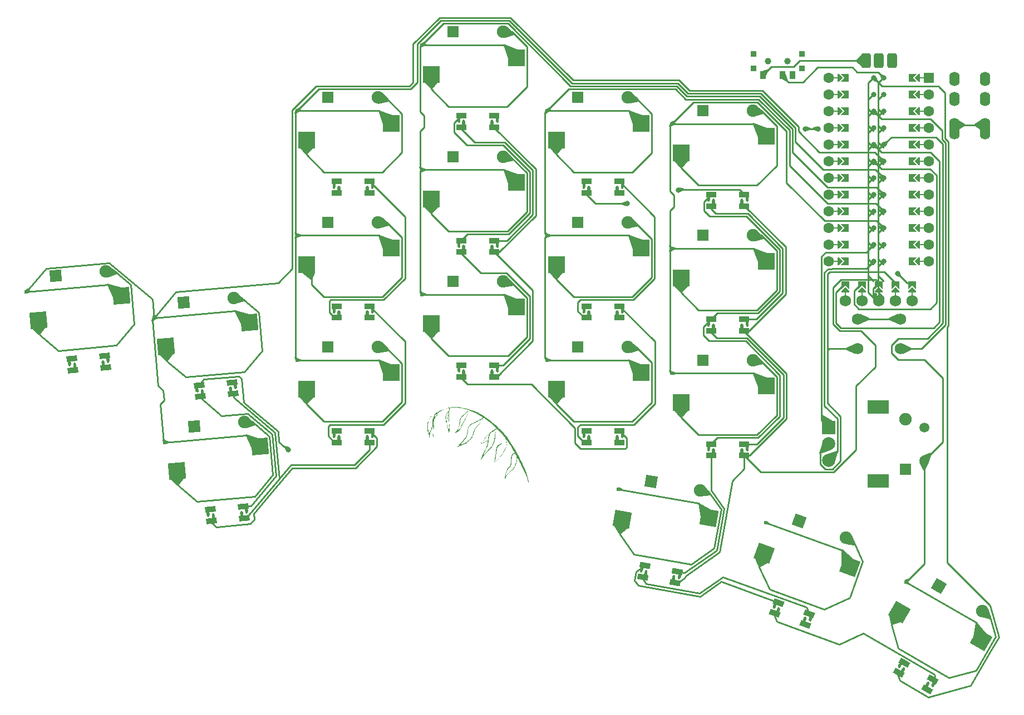
<source format=gbr>
%TF.GenerationSoftware,KiCad,Pcbnew,7.0.6-0*%
%TF.CreationDate,2023-08-12T20:04:25+02:00*%
%TF.ProjectId,jwe,6a77652e-6b69-4636-9164-5f7063625858,v1.0.0*%
%TF.SameCoordinates,Original*%
%TF.FileFunction,Copper,L2,Bot*%
%TF.FilePolarity,Positive*%
%FSLAX46Y46*%
G04 Gerber Fmt 4.6, Leading zero omitted, Abs format (unit mm)*
G04 Created by KiCad (PCBNEW 7.0.6-0) date 2023-08-12 20:04:25*
%MOMM*%
%LPD*%
G01*
G04 APERTURE LIST*
G04 Aperture macros list*
%AMRoundRect*
0 Rectangle with rounded corners*
0 $1 Rounding radius*
0 $2 $3 $4 $5 $6 $7 $8 $9 X,Y pos of 4 corners*
0 Add a 4 corners polygon primitive as box body*
4,1,4,$2,$3,$4,$5,$6,$7,$8,$9,$2,$3,0*
0 Add four circle primitives for the rounded corners*
1,1,$1+$1,$2,$3*
1,1,$1+$1,$4,$5*
1,1,$1+$1,$6,$7*
1,1,$1+$1,$8,$9*
0 Add four rect primitives between the rounded corners*
20,1,$1+$1,$2,$3,$4,$5,0*
20,1,$1+$1,$4,$5,$6,$7,0*
20,1,$1+$1,$6,$7,$8,$9,0*
20,1,$1+$1,$8,$9,$2,$3,0*%
%AMRotRect*
0 Rectangle, with rotation*
0 The origin of the aperture is its center*
0 $1 length*
0 $2 width*
0 $3 Rotation angle, in degrees counterclockwise*
0 Add horizontal line*
21,1,$1,$2,0,0,$3*%
%AMFreePoly0*
4,1,13,0.800000,-0.425000,-0.125000,-0.425000,-0.125000,-0.886200,-0.139645,-0.921555,-0.175000,-0.936200,-0.530600,-0.936200,-0.565955,-0.921555,-0.580600,-0.886199,-0.580600,-0.425000,-0.800000,-0.425000,-0.800000,0.425000,0.800000,0.425000,0.800000,-0.425000,0.800000,-0.425000,$1*%
%AMFreePoly1*
4,1,25,0.800000,-0.425000,-0.175324,-0.425000,-0.172201,-0.888063,-0.172269,-0.888231,-0.172200,-0.888400,-0.179445,-0.905890,-0.186607,-0.923516,-0.186775,-0.923587,-0.186845,-0.923755,-0.204349,-0.931006,-0.221863,-0.938400,-0.222031,-0.938330,-0.222200,-0.938400,-0.577800,-0.938400,-0.595290,-0.931154,-0.612916,-0.923993,-0.612987,-0.923824,-0.613155,-0.923755,-0.620406,-0.906250,-0.627799,-0.888737,
-0.630927,-0.425000,-0.800000,-0.425000,-0.800000,0.425000,0.800000,0.425000,0.800000,-0.425000,0.800000,-0.425000,$1*%
%AMFreePoly2*
4,1,13,0.800000,-0.425000,0.682400,-0.425000,0.682400,-0.888400,0.667755,-0.923755,0.632400,-0.938400,0.276800,-0.938400,0.241446,-0.923755,0.226800,-0.888400,0.226800,-0.425000,-0.800000,-0.425000,-0.800000,0.425000,0.800000,0.425000,0.800000,-0.425000,0.800000,-0.425000,$1*%
%AMFreePoly3*
4,1,13,0.800000,-0.425000,0.575000,-0.425000,0.575000,-0.895800,0.560355,-0.931155,0.525000,-0.945799,0.169400,-0.945800,0.134045,-0.931155,0.119400,-0.895800,0.119400,-0.425000,-0.800000,-0.425000,-0.800000,0.425000,0.800000,0.425000,0.800000,-0.425000,0.800000,-0.425000,$1*%
%AMFreePoly4*
4,1,6,0.600000,-0.250000,-0.600000,-0.250000,-0.600000,1.000000,0.000000,0.400000,0.600000,1.000000,0.600000,-0.250000,0.600000,-0.250000,$1*%
%AMFreePoly5*
4,1,6,0.600000,0.200000,0.000000,-0.400000,-0.600000,0.200000,-0.600000,0.400000,0.600000,0.400000,0.600000,0.200000,0.600000,0.200000,$1*%
%AMFreePoly6*
4,1,49,0.004652,0.123753,0.008918,0.124682,0.028635,0.117327,0.062500,0.108253,0.068172,0.102580,0.074910,0.100068,0.087486,0.083266,0.108253,0.062500,0.111163,0.051639,0.117119,0.043683,0.118510,0.024217,0.125000,0.000000,0.121245,-0.014013,0.122144,-0.026571,0.113772,-0.041901,0.108253,-0.062500,0.095633,-0.075119,0.088389,-0.088388,-0.641000,-0.817776,-0.641000,-4.770223,
0.088389,-5.499612,0.109711,-5.528094,0.124682,-5.596918,0.100068,-5.662910,0.043683,-5.705119,-0.026571,-5.710144,-0.088388,-5.676389,-0.854388,-4.910388,-0.867764,-4.892519,-0.871157,-4.889580,-0.871926,-4.886960,-0.875710,-4.881906,-0.882285,-4.851677,-0.891000,-4.822000,-0.891000,-0.766000,-0.887823,-0.743906,-0.888144,-0.739429,-0.886835,-0.737032,-0.885937,-0.730783,-0.869209,-0.704755,
-0.854388,-0.677612,-0.088388,0.088389,-0.064427,0.106325,-0.062500,0.108253,-0.061491,0.108523,-0.059906,0.109711,-0.044779,0.113001,0.000000,0.125000,0.004652,0.123753,0.004652,0.123753,$1*%
%AMFreePoly7*
4,1,5,0.125000,-0.500000,-0.125000,-0.500000,-0.125000,0.500000,0.125000,0.500000,0.125000,-0.500000,0.125000,-0.500000,$1*%
G04 Aperture macros list end*
%TA.AperFunction,EtchedComponent*%
%ADD10C,0.200000*%
%TD*%
%TA.AperFunction,SMDPad,CuDef*%
%ADD11R,0.900000X1.250000*%
%TD*%
%TA.AperFunction,SMDPad,CuDef*%
%ADD12R,0.900000X0.900000*%
%TD*%
%TA.AperFunction,WasherPad*%
%ADD13C,1.000000*%
%TD*%
%TA.AperFunction,ComponentPad*%
%ADD14C,1.752600*%
%TD*%
%TA.AperFunction,SMDPad,CuDef*%
%ADD15FreePoly0,170.000000*%
%TD*%
%TA.AperFunction,ComponentPad*%
%ADD16C,0.457200*%
%TD*%
%TA.AperFunction,SMDPad,CuDef*%
%ADD17FreePoly1,350.000000*%
%TD*%
%TA.AperFunction,SMDPad,CuDef*%
%ADD18FreePoly2,350.000000*%
%TD*%
%TA.AperFunction,SMDPad,CuDef*%
%ADD19FreePoly3,170.000000*%
%TD*%
%TA.AperFunction,ComponentPad*%
%ADD20C,1.905000*%
%TD*%
%TA.AperFunction,ComponentPad*%
%ADD21RotRect,1.778000X1.778000X350.000000*%
%TD*%
%TA.AperFunction,SMDPad,CuDef*%
%ADD22R,2.550000X2.500000*%
%TD*%
%TA.AperFunction,ComponentPad*%
%ADD23R,1.778000X1.778000*%
%TD*%
%TA.AperFunction,ComponentPad*%
%ADD24C,0.600000*%
%TD*%
%TA.AperFunction,SMDPad,CuDef*%
%ADD25FreePoly0,185.000000*%
%TD*%
%TA.AperFunction,SMDPad,CuDef*%
%ADD26FreePoly1,5.000000*%
%TD*%
%TA.AperFunction,SMDPad,CuDef*%
%ADD27FreePoly2,5.000000*%
%TD*%
%TA.AperFunction,SMDPad,CuDef*%
%ADD28FreePoly3,185.000000*%
%TD*%
%TA.AperFunction,SMDPad,CuDef*%
%ADD29FreePoly0,180.000000*%
%TD*%
%TA.AperFunction,SMDPad,CuDef*%
%ADD30FreePoly1,0.000000*%
%TD*%
%TA.AperFunction,SMDPad,CuDef*%
%ADD31FreePoly2,0.000000*%
%TD*%
%TA.AperFunction,SMDPad,CuDef*%
%ADD32FreePoly3,180.000000*%
%TD*%
%TA.AperFunction,ComponentPad*%
%ADD33RotRect,1.778000X1.778000X5.000000*%
%TD*%
%TA.AperFunction,SMDPad,CuDef*%
%ADD34RotRect,2.550000X2.500000X350.000000*%
%TD*%
%TA.AperFunction,SMDPad,CuDef*%
%ADD35RotRect,2.550000X2.500000X5.000000*%
%TD*%
%TA.AperFunction,SMDPad,CuDef*%
%ADD36RotRect,2.550000X2.500000X330.000000*%
%TD*%
%TA.AperFunction,ComponentPad*%
%ADD37RoundRect,0.375000X-0.375000X-0.750000X0.375000X-0.750000X0.375000X0.750000X-0.375000X0.750000X0*%
%TD*%
%TA.AperFunction,SMDPad,CuDef*%
%ADD38FreePoly0,150.000000*%
%TD*%
%TA.AperFunction,SMDPad,CuDef*%
%ADD39FreePoly1,330.000000*%
%TD*%
%TA.AperFunction,SMDPad,CuDef*%
%ADD40FreePoly2,330.000000*%
%TD*%
%TA.AperFunction,SMDPad,CuDef*%
%ADD41FreePoly3,150.000000*%
%TD*%
%TA.AperFunction,ComponentPad*%
%ADD42C,2.000000*%
%TD*%
%TA.AperFunction,ComponentPad*%
%ADD43R,2.000000X2.000000*%
%TD*%
%TA.AperFunction,ComponentPad*%
%ADD44C,1.500000*%
%TD*%
%TA.AperFunction,ComponentPad*%
%ADD45R,3.200000X2.000000*%
%TD*%
%TA.AperFunction,ComponentPad*%
%ADD46RotRect,1.778000X1.778000X340.000000*%
%TD*%
%TA.AperFunction,ComponentPad*%
%ADD47O,1.600000X2.200000*%
%TD*%
%TA.AperFunction,SMDPad,CuDef*%
%ADD48FreePoly4,180.000000*%
%TD*%
%TA.AperFunction,SMDPad,CuDef*%
%ADD49FreePoly5,180.000000*%
%TD*%
%TA.AperFunction,SMDPad,CuDef*%
%ADD50RotRect,2.550000X2.500000X340.000000*%
%TD*%
%TA.AperFunction,ComponentPad*%
%ADD51RotRect,1.778000X1.778000X330.000000*%
%TD*%
%TA.AperFunction,SMDPad,CuDef*%
%ADD52FreePoly0,160.000000*%
%TD*%
%TA.AperFunction,SMDPad,CuDef*%
%ADD53FreePoly1,340.000000*%
%TD*%
%TA.AperFunction,SMDPad,CuDef*%
%ADD54FreePoly2,340.000000*%
%TD*%
%TA.AperFunction,SMDPad,CuDef*%
%ADD55FreePoly3,160.000000*%
%TD*%
%TA.AperFunction,ComponentPad*%
%ADD56C,0.800000*%
%TD*%
%TA.AperFunction,SMDPad,CuDef*%
%ADD57FreePoly6,90.000000*%
%TD*%
%TA.AperFunction,SMDPad,CuDef*%
%ADD58FreePoly4,270.000000*%
%TD*%
%TA.AperFunction,SMDPad,CuDef*%
%ADD59FreePoly4,90.000000*%
%TD*%
%TA.AperFunction,SMDPad,CuDef*%
%ADD60FreePoly6,270.000000*%
%TD*%
%TA.AperFunction,ComponentPad*%
%ADD61C,1.600000*%
%TD*%
%TA.AperFunction,SMDPad,CuDef*%
%ADD62FreePoly7,90.000000*%
%TD*%
%TA.AperFunction,SMDPad,CuDef*%
%ADD63FreePoly5,90.000000*%
%TD*%
%TA.AperFunction,SMDPad,CuDef*%
%ADD64FreePoly5,270.000000*%
%TD*%
%TA.AperFunction,SMDPad,CuDef*%
%ADD65FreePoly7,270.000000*%
%TD*%
%TA.AperFunction,ComponentPad*%
%ADD66R,1.600000X1.600000*%
%TD*%
%TA.AperFunction,ViaPad*%
%ADD67C,0.800000*%
%TD*%
%TA.AperFunction,Conductor*%
%ADD68C,0.250000*%
%TD*%
G04 APERTURE END LIST*
D10*
%TO.C,SCREEN1*%
X202477129Y-157637153D02*
X202477129Y-158508853D01*
X199937129Y-157637153D02*
X199937129Y-158508853D01*
X197397129Y-157637153D02*
X197397129Y-158508853D01*
X194857129Y-157637153D02*
X194857129Y-158508853D01*
X192317129Y-157637153D02*
X192317129Y-158508853D01*
%TA.AperFunction,EtchedComponent*%
%TO.C,D20*%
G36*
X133032143Y-175540994D02*
G01*
X133215568Y-175543322D01*
X133387552Y-175547573D01*
X133540528Y-175553746D01*
X133666927Y-175561840D01*
X133759184Y-175571854D01*
X133810115Y-175579737D01*
X134246141Y-175661705D01*
X134695391Y-175770294D01*
X135146490Y-175901934D01*
X135588062Y-176053057D01*
X136008735Y-176220096D01*
X136397133Y-176399480D01*
X136674995Y-176544916D01*
X136979048Y-176716784D01*
X137286457Y-176902390D01*
X137588185Y-177095933D01*
X137875200Y-177291607D01*
X138138466Y-177483609D01*
X138368948Y-177666136D01*
X138386732Y-177680813D01*
X138454734Y-177735613D01*
X138523977Y-177789976D01*
X138555038Y-177814234D01*
X138700243Y-177933342D01*
X138868005Y-178078531D01*
X139052430Y-178244221D01*
X139247624Y-178424832D01*
X139447692Y-178614784D01*
X139646740Y-178808499D01*
X139838872Y-179000396D01*
X140018196Y-179184896D01*
X140178815Y-179356419D01*
X140353808Y-179554388D01*
X140607662Y-179864017D01*
X140871607Y-180211433D01*
X141146178Y-180597420D01*
X141431913Y-181022761D01*
X141729347Y-181488238D01*
X142039018Y-181994636D01*
X142361461Y-182542737D01*
X142362033Y-182543726D01*
X142449673Y-182700854D01*
X142549703Y-182889288D01*
X142657360Y-183099334D01*
X142767881Y-183321297D01*
X142876503Y-183545481D01*
X142978465Y-183762192D01*
X143069003Y-183961733D01*
X143143355Y-184134411D01*
X143149450Y-184149082D01*
X143197402Y-184263082D01*
X143258953Y-184407598D01*
X143330310Y-184573817D01*
X143407678Y-184752925D01*
X143487265Y-184936111D01*
X143565277Y-185114561D01*
X143567040Y-185118581D01*
X143661921Y-185335875D01*
X143740427Y-185518726D01*
X143804595Y-185673106D01*
X143856463Y-185804993D01*
X143898067Y-185920362D01*
X143931444Y-186025187D01*
X143958632Y-186125445D01*
X143981666Y-186227110D01*
X144002584Y-186336159D01*
X144023423Y-186458566D01*
X144033159Y-186516838D01*
X144055697Y-186644412D01*
X144077787Y-186760643D01*
X144097315Y-186854646D01*
X144112168Y-186915533D01*
X144123090Y-186954963D01*
X144138124Y-187017378D01*
X144144022Y-187054665D01*
X144142270Y-187066283D01*
X144122703Y-187084017D01*
X144110434Y-187072997D01*
X144089577Y-187028220D01*
X144061820Y-186947269D01*
X144026586Y-186828296D01*
X143983303Y-186669454D01*
X143931396Y-186468898D01*
X143915917Y-186407800D01*
X143895776Y-186329436D01*
X143877289Y-186262519D01*
X143858005Y-186201378D01*
X143835474Y-186140345D01*
X143807247Y-186073752D01*
X143770873Y-185995928D01*
X143723902Y-185901205D01*
X143663884Y-185783913D01*
X143588369Y-185638385D01*
X143494907Y-185458951D01*
X143445177Y-185362701D01*
X143352628Y-185180299D01*
X143257963Y-184990130D01*
X143166960Y-184803951D01*
X143085396Y-184633518D01*
X143019049Y-184490590D01*
X142900265Y-184230510D01*
X142785234Y-183982495D01*
X142680449Y-183760671D01*
X142587340Y-183567996D01*
X142507338Y-183407429D01*
X142441874Y-183281927D01*
X142392376Y-183194450D01*
X142350407Y-183125437D01*
X142348496Y-183396181D01*
X142348044Y-183430644D01*
X142341443Y-183581473D01*
X142328373Y-183719998D01*
X142310248Y-183830184D01*
X142291773Y-183900932D01*
X142252108Y-184024440D01*
X142200966Y-184164473D01*
X142143141Y-184309179D01*
X142083427Y-184446706D01*
X142026619Y-184565203D01*
X141977508Y-184652818D01*
X141971907Y-184661526D01*
X141788624Y-184909042D01*
X141571819Y-185139734D01*
X141331806Y-185342586D01*
X141257151Y-185400279D01*
X141176584Y-185470128D01*
X141102291Y-185546119D01*
X141024208Y-185638723D01*
X140932275Y-185758412D01*
X140924424Y-185768951D01*
X140838676Y-185888078D01*
X140750703Y-186016497D01*
X140670411Y-186139440D01*
X140607711Y-186242138D01*
X140565613Y-186312019D01*
X140508861Y-186394965D01*
X140464523Y-186446125D01*
X140434983Y-186464398D01*
X140422622Y-186448685D01*
X140429821Y-186397883D01*
X140458964Y-186310891D01*
X140477608Y-186256171D01*
X140508514Y-186146544D01*
X140544421Y-186001619D01*
X140584108Y-185826405D01*
X140626348Y-185625910D01*
X140633592Y-185591745D01*
X140665644Y-185457718D01*
X140703748Y-185316772D01*
X140741147Y-185194312D01*
X140758449Y-185144707D01*
X140801254Y-185042846D01*
X140854182Y-184947588D01*
X140923199Y-184850093D01*
X141014270Y-184741520D01*
X141133362Y-184613026D01*
X141167245Y-184576360D01*
X141231240Y-184496566D01*
X141281873Y-184412957D01*
X141321167Y-184318750D01*
X141351143Y-184207165D01*
X141373820Y-184071418D01*
X141391222Y-183904730D01*
X141405367Y-183700318D01*
X141421397Y-183468850D01*
X141443624Y-183249918D01*
X141472002Y-183067587D01*
X141508101Y-182917744D01*
X141553493Y-182796277D01*
X141609748Y-182699075D01*
X141678437Y-182622025D01*
X141761133Y-182561015D01*
X141859405Y-182511933D01*
X141918429Y-182488657D01*
X141961217Y-182478591D01*
X141980314Y-182489314D01*
X141984688Y-182521511D01*
X141967705Y-182562816D01*
X141914227Y-182604991D01*
X141868508Y-182632243D01*
X141766872Y-182711189D01*
X141681186Y-182802043D01*
X141624589Y-182891795D01*
X141615001Y-182915820D01*
X141586318Y-183018278D01*
X141560341Y-183157304D01*
X141537909Y-183326890D01*
X141519862Y-183521028D01*
X141507036Y-183733710D01*
X141504856Y-183780333D01*
X141493149Y-183974046D01*
X141476890Y-184132789D01*
X141453234Y-184264422D01*
X141419336Y-184376806D01*
X141372353Y-184477801D01*
X141309439Y-184575269D01*
X141227751Y-184677070D01*
X141124445Y-184791065D01*
X141067017Y-184853725D01*
X140965380Y-184975866D01*
X140884287Y-185094527D01*
X140819110Y-185219295D01*
X140765218Y-185359754D01*
X140717981Y-185525489D01*
X140672768Y-185726085D01*
X140663941Y-185767803D01*
X140639395Y-185876367D01*
X140614936Y-185975824D01*
X140594747Y-186048872D01*
X140585113Y-186080536D01*
X140567486Y-186144757D01*
X140565149Y-186172389D01*
X140579941Y-186162997D01*
X140613699Y-186116143D01*
X140668260Y-186031391D01*
X140778294Y-185863318D01*
X140908586Y-185683815D01*
X141037222Y-185530986D01*
X141171496Y-185396309D01*
X141318702Y-185271258D01*
X141331435Y-185261171D01*
X141425673Y-185183639D01*
X141511327Y-185108551D01*
X141579407Y-185044028D01*
X141620926Y-184998191D01*
X141634531Y-184980295D01*
X141692072Y-184908824D01*
X141746116Y-184846769D01*
X141767421Y-184823061D01*
X141844294Y-184723489D01*
X141919500Y-184601708D01*
X141997071Y-184450693D01*
X142081041Y-184263420D01*
X142121503Y-184164539D01*
X142215657Y-183885293D01*
X142272566Y-183621150D01*
X142293166Y-183366680D01*
X142278390Y-183116454D01*
X142278254Y-183115397D01*
X142265665Y-183035556D01*
X142247757Y-182965306D01*
X142219999Y-182892785D01*
X142177859Y-182806133D01*
X142116808Y-182693491D01*
X141970168Y-182434749D01*
X141781950Y-182114641D01*
X141582336Y-181786462D01*
X141376452Y-181458240D01*
X141169421Y-181138003D01*
X140966366Y-180833780D01*
X140772413Y-180553600D01*
X140592684Y-180305489D01*
X140562795Y-180265528D01*
X140389535Y-180040577D01*
X140214716Y-179826025D01*
X140030080Y-179612265D01*
X139827369Y-179389691D01*
X139598324Y-179148695D01*
X139276297Y-178815564D01*
X139144559Y-178928953D01*
X139113443Y-178954999D01*
X138960556Y-179068322D01*
X138777774Y-179184548D01*
X138575690Y-179296824D01*
X138524859Y-179324666D01*
X138388910Y-179417077D01*
X138285680Y-179516950D01*
X138221014Y-179618974D01*
X138196410Y-179683463D01*
X138154661Y-179824178D01*
X138115505Y-179993516D01*
X138080924Y-180181412D01*
X138052897Y-180377803D01*
X138033404Y-180572623D01*
X138010610Y-180788193D01*
X137943880Y-181146804D01*
X137843686Y-181488908D01*
X137711969Y-181808375D01*
X137550666Y-182099074D01*
X137538386Y-182118610D01*
X137491294Y-182198262D01*
X137438603Y-182293234D01*
X137382689Y-182398541D01*
X137325927Y-182509201D01*
X137270693Y-182620229D01*
X137219364Y-182726641D01*
X137174314Y-182823452D01*
X137137920Y-182905680D01*
X137112558Y-182968340D01*
X137100603Y-183006448D01*
X137104431Y-183015020D01*
X137126418Y-182989071D01*
X137166836Y-182933909D01*
X137244387Y-182834069D01*
X137331459Y-182727365D01*
X137420786Y-182622277D01*
X137505103Y-182527289D01*
X137577145Y-182450884D01*
X137629646Y-182401544D01*
X137637593Y-182394914D01*
X137706042Y-182331230D01*
X137784007Y-182250240D01*
X137856123Y-182167802D01*
X137856871Y-182166892D01*
X137935233Y-182072553D01*
X138023417Y-181967713D01*
X138102477Y-181874902D01*
X138120503Y-181853898D01*
X138181053Y-181782791D01*
X138231289Y-181722993D01*
X138261800Y-181685682D01*
X138264489Y-181682304D01*
X138299515Y-181641093D01*
X138353035Y-181580654D01*
X138414606Y-181512802D01*
X138485002Y-181425353D01*
X138585886Y-181259318D01*
X138678579Y-181056533D01*
X138761361Y-180821485D01*
X138832511Y-180558657D01*
X138890309Y-180272537D01*
X138892140Y-180261833D01*
X138910466Y-180157360D01*
X138926521Y-180070383D01*
X138938632Y-180009711D01*
X138945124Y-179984152D01*
X138949716Y-179961931D01*
X138957682Y-179903647D01*
X138967599Y-179818931D01*
X138978306Y-179717127D01*
X138990029Y-179614998D01*
X139009491Y-179485196D01*
X139031542Y-179372283D01*
X139054591Y-179283127D01*
X139077046Y-179224597D01*
X139097316Y-179203561D01*
X139101801Y-179205401D01*
X139108890Y-179236252D01*
X139103128Y-179298171D01*
X139098761Y-179324352D01*
X139083580Y-179414686D01*
X139068430Y-179504087D01*
X139060430Y-179563524D01*
X139051830Y-179664228D01*
X139047838Y-179763235D01*
X139047259Y-179790560D01*
X139037853Y-179936956D01*
X139018764Y-180110818D01*
X138991930Y-180299531D01*
X138959286Y-180490480D01*
X138922769Y-180671051D01*
X138884315Y-180828627D01*
X138854348Y-180932634D01*
X138784823Y-181132538D01*
X138706361Y-181301036D01*
X138614428Y-181447095D01*
X138504489Y-181579682D01*
X138485944Y-181599652D01*
X138408141Y-181685749D01*
X138333270Y-181771688D01*
X138275302Y-181841510D01*
X138217133Y-181912780D01*
X138084638Y-182064465D01*
X137924079Y-182236042D01*
X137731968Y-182431298D01*
X137634870Y-182529621D01*
X137455661Y-182721265D01*
X137309193Y-182893258D01*
X137197641Y-183043111D01*
X137163810Y-183092077D01*
X137119453Y-183153440D01*
X137088242Y-183193257D01*
X137083750Y-183198770D01*
X137053179Y-183243533D01*
X137010952Y-183312218D01*
X136964793Y-183392367D01*
X136951905Y-183415081D01*
X136908057Y-183486586D01*
X136871097Y-183538653D01*
X136847933Y-183561293D01*
X136820860Y-183560421D01*
X136808957Y-183528298D01*
X136820094Y-183466121D01*
X136854127Y-183378219D01*
X136855949Y-183374202D01*
X136886690Y-183300683D01*
X136926130Y-183198785D01*
X136969382Y-183081435D01*
X137011562Y-182961564D01*
X137084376Y-182763142D01*
X137230173Y-182434537D01*
X137405996Y-182116445D01*
X137559518Y-181839453D01*
X137701171Y-181517620D01*
X137809331Y-181182486D01*
X137886376Y-180826524D01*
X137934681Y-180442209D01*
X137939414Y-180392340D01*
X137967659Y-180180358D01*
X138007762Y-179967410D01*
X138056559Y-179768638D01*
X138110885Y-179599183D01*
X138136402Y-179542584D01*
X138226706Y-179417343D01*
X138359948Y-179301237D01*
X138535581Y-179194789D01*
X138549645Y-179187473D01*
X138696815Y-179104672D01*
X138845043Y-179011328D01*
X138980291Y-178916700D01*
X139088525Y-178830047D01*
X139186489Y-178743469D01*
X139010610Y-178576312D01*
X138954159Y-178523087D01*
X138656262Y-178254022D01*
X138332169Y-177978674D01*
X137993940Y-177706789D01*
X137653631Y-177448115D01*
X137323302Y-177212399D01*
X137283412Y-177185566D01*
X137226934Y-177152196D01*
X137194899Y-177142922D01*
X137180619Y-177155054D01*
X137180105Y-177156501D01*
X137140461Y-177221558D01*
X137068726Y-177297441D01*
X136973302Y-177377119D01*
X136862589Y-177453558D01*
X136744989Y-177519726D01*
X136679856Y-177551753D01*
X136603157Y-177588566D01*
X136548457Y-177613710D01*
X136524643Y-177623017D01*
X136499855Y-177630990D01*
X136444337Y-177654865D01*
X136369218Y-177689693D01*
X136284877Y-177730449D01*
X136201697Y-177772109D01*
X136130060Y-177809649D01*
X136080345Y-177838045D01*
X136046563Y-177857014D01*
X135970013Y-177894485D01*
X135873762Y-177937608D01*
X135770940Y-177980344D01*
X135646666Y-178030532D01*
X135548558Y-178072570D01*
X135473909Y-178108783D01*
X135413380Y-178144134D01*
X135357630Y-178183589D01*
X135297319Y-178232112D01*
X135199874Y-178327889D01*
X135083405Y-178494418D01*
X134990149Y-178698773D01*
X134920160Y-178940825D01*
X134873496Y-179220444D01*
X134860414Y-179317664D01*
X134829215Y-179494916D01*
X134789861Y-179671757D01*
X134745169Y-179837187D01*
X134697953Y-179980206D01*
X134651028Y-180089811D01*
X134648528Y-180094530D01*
X134610286Y-180154673D01*
X134548693Y-180239774D01*
X134469597Y-180342531D01*
X134378844Y-180455644D01*
X134282279Y-180571811D01*
X134185749Y-180683732D01*
X134095099Y-180784104D01*
X134041845Y-180845501D01*
X133971946Y-180934023D01*
X133909355Y-181020727D01*
X133854362Y-181093155D01*
X133776287Y-181179969D01*
X133701617Y-181248904D01*
X133665655Y-181278905D01*
X133624856Y-181319397D01*
X133614373Y-181340408D01*
X133635021Y-181338385D01*
X133687618Y-181309773D01*
X133730603Y-181286700D01*
X133800888Y-181253349D01*
X133881620Y-181217881D01*
X133959363Y-181185071D01*
X134037857Y-181151909D01*
X134093101Y-181128530D01*
X134112456Y-181120385D01*
X134177396Y-181093348D01*
X134263918Y-181057551D01*
X134358700Y-181018511D01*
X134388685Y-181006189D01*
X134475495Y-180969794D01*
X134540029Y-180939448D01*
X134593372Y-180907995D01*
X134646604Y-180868278D01*
X134710808Y-180813140D01*
X134797068Y-180735424D01*
X134833848Y-180702508D01*
X134917420Y-180629999D01*
X134994293Y-180566043D01*
X135051518Y-180521527D01*
X135096509Y-180487072D01*
X135221108Y-180368127D01*
X135334248Y-180221056D01*
X135438417Y-180041768D01*
X135536102Y-179826169D01*
X135629791Y-179570166D01*
X135641788Y-179534531D01*
X135763951Y-179207862D01*
X135896338Y-178915340D01*
X136037567Y-178659496D01*
X136186254Y-178442862D01*
X136341016Y-178267971D01*
X136378237Y-178230549D01*
X136469412Y-178131125D01*
X136556738Y-178026749D01*
X136625491Y-177934674D01*
X136667819Y-177874562D01*
X136746025Y-177772632D01*
X136824618Y-177680059D01*
X136899073Y-177601212D01*
X136964862Y-177540461D01*
X137017459Y-177502175D01*
X137052336Y-177490724D01*
X137064968Y-177510477D01*
X137050433Y-177533253D01*
X137010107Y-177575521D01*
X136953037Y-177627348D01*
X136933127Y-177645402D01*
X136863521Y-177718544D01*
X136788290Y-177808996D01*
X136720565Y-177901282D01*
X136704756Y-177924119D01*
X136627447Y-178026521D01*
X136541566Y-178129180D01*
X136462950Y-178212939D01*
X136454534Y-178221195D01*
X136375985Y-178302547D01*
X136299253Y-178388362D01*
X136239845Y-178461374D01*
X136209517Y-178504375D01*
X136143264Y-178609648D01*
X136070654Y-178736213D01*
X135998705Y-178871156D01*
X135934438Y-179001562D01*
X135884871Y-179114516D01*
X135863408Y-179167964D01*
X135835459Y-179236602D01*
X135816708Y-179281475D01*
X135813019Y-179290718D01*
X135794976Y-179340834D01*
X135767353Y-179421059D01*
X135733188Y-179522503D01*
X135695515Y-179636280D01*
X135652000Y-179765763D01*
X135595179Y-179920661D01*
X135538132Y-180052963D01*
X135475922Y-180169869D01*
X135403615Y-180278580D01*
X135316276Y-180386294D01*
X135208970Y-180500214D01*
X135076762Y-180627538D01*
X134914716Y-180775468D01*
X134886561Y-180800682D01*
X134778495Y-180894264D01*
X134688605Y-180964641D01*
X134606393Y-181018899D01*
X134521364Y-181064124D01*
X134423018Y-181107403D01*
X134251891Y-181178168D01*
X134107588Y-181238819D01*
X133982497Y-181292905D01*
X133865446Y-181345445D01*
X133745262Y-181401455D01*
X133610773Y-181465950D01*
X133450808Y-181543948D01*
X133421116Y-181558278D01*
X133341004Y-181592844D01*
X133291113Y-181604729D01*
X133265522Y-181594511D01*
X133258307Y-181562771D01*
X133258896Y-181558496D01*
X133281120Y-181519254D01*
X133333353Y-181454701D01*
X133412674Y-181368234D01*
X133516159Y-181263249D01*
X133555928Y-181223538D01*
X133655624Y-181120462D01*
X133750476Y-181017920D01*
X133831331Y-180925947D01*
X133889033Y-180854576D01*
X133936861Y-180793065D01*
X134016247Y-180696502D01*
X134105350Y-180592541D01*
X134192414Y-180495111D01*
X134197743Y-180489299D01*
X134319481Y-180354307D01*
X134414601Y-180242469D01*
X134488073Y-180146057D01*
X134544862Y-180057343D01*
X134589937Y-179968596D01*
X134628265Y-179872088D01*
X134664814Y-179760090D01*
X134680529Y-179708257D01*
X134710866Y-179603918D01*
X134733115Y-179516591D01*
X134750563Y-179430964D01*
X134766492Y-179331724D01*
X134784188Y-179203561D01*
X134793517Y-179134818D01*
X134810841Y-179020138D01*
X134828853Y-178927698D01*
X134851175Y-178842706D01*
X134881430Y-178750370D01*
X134923241Y-178635901D01*
X134990858Y-178480165D01*
X135099834Y-178304393D01*
X135235018Y-178160239D01*
X135401505Y-178042546D01*
X135604391Y-177946154D01*
X135610784Y-177943627D01*
X135707296Y-177902780D01*
X135827271Y-177848389D01*
X135956050Y-177787245D01*
X136078978Y-177726146D01*
X136205695Y-177662297D01*
X136349836Y-177591184D01*
X136490068Y-177523310D01*
X136608614Y-177467362D01*
X136728355Y-177409140D01*
X136826590Y-177353063D01*
X136906794Y-177295256D01*
X136981489Y-177227669D01*
X136999112Y-177210103D01*
X137055347Y-177151553D01*
X137094683Y-177106668D01*
X137109490Y-177084012D01*
X137097462Y-177067522D01*
X137051371Y-177030452D01*
X136975849Y-176978189D01*
X136876332Y-176914016D01*
X136758260Y-176841213D01*
X136627068Y-176763064D01*
X136488195Y-176682848D01*
X136347078Y-176603848D01*
X136209154Y-176529345D01*
X136079861Y-176462621D01*
X135819191Y-176339887D01*
X135515754Y-176211869D01*
X135192356Y-176088299D01*
X134861423Y-175973691D01*
X134535385Y-175872560D01*
X134226668Y-175789420D01*
X134093432Y-175757314D01*
X133938579Y-175722608D01*
X133801149Y-175696065D01*
X133666537Y-175675217D01*
X133520139Y-175657593D01*
X133347352Y-175640724D01*
X133281032Y-175635849D01*
X133169294Y-175630547D01*
X133038595Y-175626701D01*
X132895987Y-175624285D01*
X132748522Y-175623271D01*
X132603252Y-175623635D01*
X132467228Y-175625349D01*
X132347503Y-175628387D01*
X132251127Y-175632723D01*
X132185154Y-175638330D01*
X132156634Y-175645182D01*
X132153895Y-175650066D01*
X132139919Y-175689630D01*
X132118276Y-175761222D01*
X132091360Y-175856713D01*
X132061567Y-175967969D01*
X131980993Y-176276216D01*
X131979642Y-176821615D01*
X131979898Y-176969154D01*
X131984302Y-177229120D01*
X131994655Y-177472274D01*
X132011921Y-177713674D01*
X132037062Y-177968383D01*
X132071041Y-178251461D01*
X132088035Y-178427709D01*
X132095061Y-178673571D01*
X132083685Y-178910759D01*
X132054218Y-179123202D01*
X132034921Y-179203373D01*
X132006908Y-179287908D01*
X131975927Y-179359208D01*
X131945269Y-179412607D01*
X131918223Y-179443436D01*
X131898080Y-179447027D01*
X131888130Y-179418712D01*
X131891664Y-179353824D01*
X131892642Y-179300596D01*
X131884814Y-179208502D01*
X131869292Y-179093242D01*
X131848006Y-178965429D01*
X131822886Y-178835673D01*
X131795861Y-178714587D01*
X131768863Y-178612783D01*
X131743819Y-178540873D01*
X131742898Y-178538733D01*
X131724967Y-178478591D01*
X131712368Y-178402685D01*
X131705666Y-178322921D01*
X131705430Y-178251206D01*
X131712226Y-178199446D01*
X131726620Y-178179547D01*
X131741813Y-178191433D01*
X131756714Y-178233583D01*
X131763195Y-178290370D01*
X131758056Y-178344957D01*
X131755786Y-178363716D01*
X131766393Y-178434539D01*
X131799345Y-178528611D01*
X131808802Y-178552956D01*
X131837307Y-178644209D01*
X131867478Y-178761126D01*
X131896408Y-178890170D01*
X131921189Y-179017804D01*
X131938916Y-179130490D01*
X131946679Y-179214691D01*
X131948530Y-179281475D01*
X131977154Y-179214691D01*
X131979172Y-179209797D01*
X132000914Y-179133736D01*
X132020404Y-179026772D01*
X132036308Y-178901398D01*
X132047294Y-178770103D01*
X132052029Y-178645379D01*
X132049180Y-178539717D01*
X132042124Y-178457083D01*
X132030935Y-178339214D01*
X132017636Y-178207951D01*
X132003810Y-178079372D01*
X132002881Y-178071017D01*
X131978105Y-177842956D01*
X131958674Y-177649949D01*
X131944078Y-177483208D01*
X131933805Y-177333948D01*
X131927346Y-177193384D01*
X131924189Y-177052729D01*
X131923824Y-176903197D01*
X131925741Y-176736003D01*
X131933767Y-176238559D01*
X131822462Y-176359797D01*
X131786791Y-176400867D01*
X131727835Y-176483344D01*
X131673860Y-176582857D01*
X131617221Y-176712543D01*
X131565371Y-176851636D01*
X131524324Y-177003446D01*
X131506175Y-177149874D01*
X131509228Y-177306316D01*
X131531787Y-177488167D01*
X131533227Y-177497202D01*
X131554448Y-177622770D01*
X131572370Y-177709386D01*
X131587799Y-177756262D01*
X131601541Y-177762613D01*
X131614399Y-177727650D01*
X131627180Y-177650587D01*
X131640688Y-177530638D01*
X131655729Y-177367014D01*
X131668415Y-177237720D01*
X131688087Y-177084123D01*
X131709990Y-176956676D01*
X131733160Y-176859965D01*
X131756637Y-176798575D01*
X131779458Y-176777093D01*
X131779502Y-176777093D01*
X131801382Y-176778283D01*
X131808711Y-176789082D01*
X131801533Y-176820328D01*
X131779894Y-176882859D01*
X131771460Y-176908697D01*
X131761442Y-176946949D01*
X131751558Y-176996148D01*
X131741004Y-177061848D01*
X131728977Y-177149605D01*
X131714672Y-177264971D01*
X131697287Y-177413504D01*
X131676017Y-177600756D01*
X131671439Y-177641340D01*
X131659197Y-177749391D01*
X131647998Y-177847638D01*
X131639802Y-177918861D01*
X131635846Y-177946716D01*
X131619602Y-178002047D01*
X131599806Y-178014208D01*
X131580160Y-177983602D01*
X131564365Y-177910633D01*
X131561248Y-177889845D01*
X131545512Y-177813859D01*
X131527358Y-177754700D01*
X131518149Y-177725082D01*
X131501890Y-177654982D01*
X131483655Y-177561634D01*
X131465926Y-177457067D01*
X131445929Y-177301199D01*
X131440252Y-177147632D01*
X131454505Y-177004810D01*
X131490415Y-176856894D01*
X131549706Y-176688048D01*
X131594791Y-176573601D01*
X131634032Y-176481573D01*
X131669485Y-176411618D01*
X131707043Y-176353487D01*
X131752598Y-176296929D01*
X131812041Y-176231694D01*
X131818856Y-176224343D01*
X131904717Y-176112972D01*
X131966256Y-175987930D01*
X132010943Y-175834291D01*
X132016189Y-175811572D01*
X132033032Y-175745646D01*
X132046701Y-175701212D01*
X132049843Y-175681161D01*
X132032925Y-175666877D01*
X131987748Y-175666756D01*
X131909714Y-175680949D01*
X131794226Y-175709611D01*
X131514783Y-175789366D01*
X131252568Y-175878447D01*
X131011200Y-175977712D01*
X130778539Y-176092178D01*
X130542444Y-176226861D01*
X130488008Y-176260117D01*
X130388932Y-176323518D01*
X130321332Y-176372950D01*
X130279774Y-176413281D01*
X130258824Y-176449379D01*
X130253049Y-176486112D01*
X130236419Y-176581256D01*
X130187186Y-176689921D01*
X130111541Y-176794285D01*
X130052916Y-176867817D01*
X129982572Y-176967488D01*
X129910635Y-177078023D01*
X129846526Y-177184939D01*
X129799664Y-177273754D01*
X129780134Y-177325201D01*
X129755657Y-177412897D01*
X129737168Y-177504808D01*
X129724550Y-177573422D01*
X129699322Y-177681403D01*
X129672069Y-177774077D01*
X129651805Y-177842224D01*
X129633206Y-177964744D01*
X129637404Y-178098634D01*
X129664176Y-178257461D01*
X129678156Y-178343417D01*
X129688571Y-178461497D01*
X129693120Y-178590006D01*
X129691936Y-178718012D01*
X129685151Y-178834589D01*
X129672899Y-178928806D01*
X129655310Y-178989734D01*
X129655273Y-178989808D01*
X129646404Y-179008954D01*
X129639583Y-179029846D01*
X129634870Y-179057228D01*
X129632324Y-179095845D01*
X129632005Y-179150442D01*
X129633975Y-179225763D01*
X129638292Y-179326553D01*
X129645016Y-179457557D01*
X129654209Y-179623518D01*
X129665929Y-179829182D01*
X129668184Y-179871687D01*
X129672125Y-180018682D01*
X129667516Y-180122826D01*
X129654296Y-180184806D01*
X129632404Y-180205314D01*
X129623023Y-180192500D01*
X129610921Y-180146039D01*
X129601374Y-180077312D01*
X129590575Y-180011977D01*
X129560422Y-179903117D01*
X129519205Y-179796971D01*
X129513555Y-179784543D01*
X129482073Y-179710428D01*
X129461499Y-179653478D01*
X129456049Y-179625160D01*
X129467490Y-179612488D01*
X129492653Y-179630672D01*
X129527394Y-179687999D01*
X129570176Y-179782351D01*
X129629895Y-179927049D01*
X129613120Y-179693307D01*
X129611482Y-179668973D01*
X129605823Y-179551679D01*
X129602281Y-179418788D01*
X129600748Y-179277812D01*
X129601117Y-179136264D01*
X129603278Y-179001658D01*
X129607124Y-178881505D01*
X129612545Y-178783318D01*
X129619435Y-178714611D01*
X129627684Y-178682896D01*
X129633291Y-178672540D01*
X129642342Y-178618471D01*
X129642718Y-178534466D01*
X129635034Y-178430449D01*
X129619903Y-178316343D01*
X129597939Y-178202071D01*
X129592948Y-178178526D01*
X129574426Y-178032698D01*
X129572887Y-177880881D01*
X129587766Y-177739009D01*
X129618497Y-177623017D01*
X129624521Y-177606492D01*
X129646812Y-177526621D01*
X129662467Y-177443410D01*
X129673548Y-177387894D01*
X129715061Y-177266241D01*
X129778697Y-177129952D01*
X129858460Y-176990070D01*
X129948354Y-176857639D01*
X130042382Y-176743701D01*
X130058184Y-176725617D01*
X130102539Y-176665471D01*
X130145221Y-176596875D01*
X130180134Y-176530964D01*
X130201178Y-176478875D01*
X130202255Y-176451745D01*
X130200188Y-176451069D01*
X130173067Y-176462297D01*
X130126501Y-176490853D01*
X130073089Y-176528060D01*
X130025428Y-176565241D01*
X129996118Y-176593719D01*
X129972086Y-176630940D01*
X129928739Y-176709290D01*
X129875347Y-176813710D01*
X129815885Y-176935699D01*
X129754330Y-177066759D01*
X129694657Y-177198390D01*
X129640841Y-177322091D01*
X129596860Y-177429365D01*
X129566690Y-177511712D01*
X129558224Y-177538374D01*
X129543460Y-177592986D01*
X129533206Y-177649796D01*
X129526821Y-177717266D01*
X129523661Y-177803856D01*
X129523085Y-177918027D01*
X129524451Y-178068241D01*
X129529561Y-178480073D01*
X129438107Y-178713815D01*
X129411484Y-178780300D01*
X129361061Y-178900238D01*
X129310711Y-179013831D01*
X129268154Y-179103386D01*
X129253295Y-179133211D01*
X129187341Y-179278505D01*
X129140235Y-179412862D01*
X129108655Y-179550060D01*
X129089273Y-179703878D01*
X129078764Y-179888092D01*
X129076372Y-179948532D01*
X129068604Y-180074851D01*
X129058101Y-180158278D01*
X129044274Y-180199961D01*
X129026533Y-180201046D01*
X129004288Y-180162682D01*
X128976948Y-180086014D01*
X128976551Y-180084753D01*
X128960982Y-180030597D01*
X128946850Y-179969521D01*
X128932901Y-179894058D01*
X128917879Y-179796739D01*
X128900529Y-179670097D01*
X128879598Y-179506665D01*
X128874232Y-179471416D01*
X128855645Y-179412111D01*
X128827259Y-179387819D01*
X128812066Y-179378599D01*
X128779792Y-179328773D01*
X128747234Y-179240544D01*
X128734234Y-179192198D01*
X128723850Y-179137768D01*
X128716292Y-179072571D01*
X128711147Y-178989858D01*
X128708000Y-178882877D01*
X128706436Y-178744880D01*
X128706043Y-178569117D01*
X128706974Y-178366359D01*
X128709903Y-178199993D01*
X128715111Y-178071441D01*
X128722876Y-177977327D01*
X128733481Y-177914280D01*
X128747204Y-177878926D01*
X128764328Y-177867890D01*
X128777008Y-177883803D01*
X128774687Y-177929109D01*
X128774521Y-177929926D01*
X128767807Y-177984023D01*
X128762037Y-178069509D01*
X128757317Y-178177954D01*
X128753755Y-178300928D01*
X128751458Y-178430000D01*
X128750534Y-178556741D01*
X128751089Y-178672721D01*
X128753230Y-178769510D01*
X128757065Y-178838677D01*
X128762701Y-178871793D01*
X128764561Y-178875790D01*
X128776843Y-178922500D01*
X128788919Y-178997160D01*
X128798418Y-179085582D01*
X128800371Y-179108431D01*
X128811290Y-179208074D01*
X128822553Y-179274180D01*
X128832856Y-179304640D01*
X128840896Y-179297340D01*
X128845370Y-179250171D01*
X128844976Y-179161020D01*
X128844862Y-179157063D01*
X128844739Y-179052577D01*
X128851636Y-178989388D01*
X128865831Y-178964866D01*
X128875578Y-178968869D01*
X128886557Y-179002964D01*
X128894563Y-179073898D01*
X128900192Y-179185496D01*
X128902267Y-179230119D01*
X128909775Y-179335221D01*
X128920894Y-179454977D01*
X128934563Y-179580959D01*
X128949718Y-179704735D01*
X128965298Y-179817875D01*
X128980240Y-179911948D01*
X128993484Y-179978524D01*
X129003965Y-180009173D01*
X129007851Y-180004776D01*
X129013246Y-179966793D01*
X129017291Y-179898580D01*
X129019321Y-179808823D01*
X129031816Y-179609446D01*
X129079938Y-179372744D01*
X129167238Y-179137658D01*
X129192898Y-179080061D01*
X129237726Y-178977652D01*
X129287941Y-178861470D01*
X129336730Y-178747207D01*
X129440516Y-178502334D01*
X129435008Y-178059427D01*
X129434738Y-178037428D01*
X129433327Y-177888659D01*
X129433616Y-177775109D01*
X129436254Y-177688537D01*
X129441892Y-177620704D01*
X129451178Y-177563371D01*
X129464765Y-177508297D01*
X129483300Y-177447245D01*
X129523487Y-177330357D01*
X129618752Y-177096061D01*
X129740670Y-176838311D01*
X129769879Y-176775070D01*
X129786391Y-176728213D01*
X129785458Y-176710309D01*
X129779526Y-176711179D01*
X129752172Y-176732570D01*
X129747628Y-176738551D01*
X129715404Y-176754832D01*
X129714118Y-176754579D01*
X129719791Y-176736280D01*
X129749700Y-176694728D01*
X129798156Y-176637960D01*
X129853590Y-176573733D01*
X129909349Y-176503221D01*
X129947115Y-176448741D01*
X129948858Y-176445887D01*
X129986165Y-176403255D01*
X130027556Y-176378565D01*
X130061124Y-176376277D01*
X130074959Y-176400852D01*
X130078753Y-176405867D01*
X130108606Y-176400393D01*
X130158439Y-176375565D01*
X130285876Y-176301207D01*
X130430493Y-176219623D01*
X130580040Y-176137580D01*
X130725862Y-176059698D01*
X130859306Y-175990595D01*
X130971721Y-175934893D01*
X131054451Y-175897209D01*
X131069954Y-175890773D01*
X131273379Y-175811713D01*
X131490369Y-175736078D01*
X131707610Y-175668057D01*
X131911790Y-175611835D01*
X132089596Y-175571603D01*
X132115088Y-175567478D01*
X132208249Y-175558243D01*
X132335373Y-175550938D01*
X132488891Y-175545561D01*
X132661237Y-175542113D01*
X132844843Y-175540591D01*
X133032143Y-175540994D01*
G37*
%TD.AperFunction*%
%TA.AperFunction,EtchedComponent*%
G36*
X134847442Y-176099537D02*
G01*
X134848816Y-176103596D01*
X134847764Y-176144203D01*
X134822742Y-176197889D01*
X134771757Y-176266857D01*
X134692817Y-176353310D01*
X134583928Y-176459451D01*
X134443098Y-176587482D01*
X134268333Y-176739605D01*
X134165146Y-176830107D01*
X134049132Y-176940189D01*
X133955834Y-177041804D01*
X133876888Y-177144266D01*
X133803933Y-177256890D01*
X133792224Y-177276399D01*
X133772266Y-177311451D01*
X133755845Y-177346111D01*
X133741847Y-177385955D01*
X133729160Y-177436555D01*
X133716673Y-177503486D01*
X133703272Y-177592319D01*
X133687846Y-177708631D01*
X133669283Y-177857993D01*
X133646469Y-178045980D01*
X133628713Y-178171325D01*
X133563910Y-178470899D01*
X133471401Y-178747735D01*
X133353194Y-178996449D01*
X133211301Y-179211657D01*
X133161684Y-179275407D01*
X133233586Y-179238225D01*
X133286527Y-179205946D01*
X133396455Y-179111912D01*
X133511433Y-178981148D01*
X133628397Y-178818114D01*
X133744281Y-178627273D01*
X133856021Y-178413087D01*
X133960551Y-178180015D01*
X133976728Y-178142623D01*
X134032168Y-178029164D01*
X134093886Y-177918848D01*
X134151280Y-177831076D01*
X134183668Y-177784388D01*
X134245673Y-177685104D01*
X134310403Y-177571826D01*
X134368182Y-177461058D01*
X134408028Y-177379498D01*
X134482328Y-177225012D01*
X134548354Y-177084580D01*
X134603770Y-176963354D01*
X134646243Y-176866482D01*
X134673439Y-176799114D01*
X134683022Y-176766402D01*
X134684468Y-176755403D01*
X134699059Y-176711995D01*
X134722800Y-176660340D01*
X134747519Y-176617117D01*
X134765044Y-176599003D01*
X134769601Y-176601020D01*
X134771885Y-176631577D01*
X134757546Y-176694068D01*
X134728558Y-176782262D01*
X134686897Y-176889928D01*
X134634536Y-177010835D01*
X134558537Y-177177144D01*
X134483070Y-177339750D01*
X134419559Y-177472910D01*
X134364925Y-177582794D01*
X134316089Y-177675574D01*
X134269970Y-177757418D01*
X134223491Y-177834499D01*
X134206156Y-177862860D01*
X134149126Y-177961758D01*
X134097797Y-178058283D01*
X134061552Y-178135024D01*
X134021988Y-178224873D01*
X133940177Y-178393971D01*
X133846456Y-178572291D01*
X133749764Y-178743081D01*
X133659037Y-178889590D01*
X133592466Y-178985640D01*
X133480754Y-179121154D01*
X133369629Y-179221202D01*
X133253855Y-179290970D01*
X133193620Y-179322276D01*
X133108416Y-179371608D01*
X133024565Y-179424400D01*
X132959973Y-179466562D01*
X132904875Y-179499244D01*
X132874031Y-179510191D01*
X132860567Y-179501498D01*
X132857606Y-179475259D01*
X132865394Y-179455663D01*
X132899686Y-179407970D01*
X132955038Y-179344396D01*
X133024565Y-179273269D01*
X133076034Y-179222222D01*
X133135685Y-179159707D01*
X133176437Y-179112749D01*
X133191524Y-179088822D01*
X133199918Y-179065898D01*
X133227448Y-179015388D01*
X133267503Y-178951330D01*
X133303130Y-178893121D01*
X133358492Y-178781830D01*
X133408892Y-178650433D01*
X133455362Y-178494861D01*
X133498930Y-178311050D01*
X133540627Y-178094932D01*
X133581482Y-177842441D01*
X133622526Y-177549512D01*
X133636311Y-177451950D01*
X133652325Y-177366889D01*
X133671923Y-177302225D01*
X133699189Y-177244986D01*
X133738208Y-177182202D01*
X133776364Y-177125909D01*
X133863703Y-177008692D01*
X133958524Y-176899662D01*
X134070724Y-176787922D01*
X134210201Y-176662576D01*
X134343570Y-176545943D01*
X134469641Y-176433129D01*
X134568350Y-176341155D01*
X134643635Y-176266224D01*
X134699438Y-176204539D01*
X134739699Y-176152303D01*
X134769292Y-176111487D01*
X134805174Y-176073511D01*
X134829334Y-176070453D01*
X134847442Y-176099537D01*
G37*
%TD.AperFunction*%
%TA.AperFunction,EtchedComponent*%
G36*
X140814617Y-180957048D02*
G01*
X140824422Y-181001698D01*
X140827416Y-181069294D01*
X140823686Y-181148950D01*
X140813322Y-181229780D01*
X140796411Y-181300899D01*
X140790371Y-181319831D01*
X140766384Y-181396435D01*
X140736410Y-181493518D01*
X140705527Y-181594667D01*
X140700094Y-181612144D01*
X140661737Y-181718266D01*
X140620013Y-181810051D01*
X140581416Y-181872932D01*
X140580128Y-181874570D01*
X140549157Y-181921476D01*
X140503125Y-182000168D01*
X140446310Y-182102918D01*
X140382990Y-182221999D01*
X140317444Y-182349683D01*
X140290354Y-182403277D01*
X140212728Y-182554218D01*
X140149115Y-182672054D01*
X140095827Y-182762331D01*
X140049172Y-182830591D01*
X140005461Y-182882381D01*
X139961004Y-182923244D01*
X139912111Y-182958725D01*
X139894819Y-182970899D01*
X139823118Y-183032781D01*
X139763649Y-183099223D01*
X139747249Y-183120039D01*
X139696934Y-183178826D01*
X139626392Y-183257655D01*
X139542585Y-183348798D01*
X139452479Y-183444528D01*
X139394797Y-183505577D01*
X139318198Y-183588411D01*
X139257102Y-183656643D01*
X139216665Y-183704476D01*
X139202041Y-183726116D01*
X139201615Y-183729857D01*
X139180945Y-183744840D01*
X139177607Y-183743725D01*
X139174212Y-183717434D01*
X139187413Y-183665223D01*
X139207522Y-183626803D01*
X139258505Y-183556499D01*
X139332972Y-183468331D01*
X139425556Y-183368977D01*
X139428834Y-183365604D01*
X139517889Y-183273515D01*
X139605655Y-183181994D01*
X139682183Y-183101459D01*
X139737523Y-183042328D01*
X139786588Y-182991487D01*
X139869947Y-182911625D01*
X139947061Y-182844124D01*
X139955850Y-182836862D01*
X140023102Y-182771193D01*
X140077398Y-182693528D01*
X140129989Y-182588121D01*
X140134100Y-182578920D01*
X140177896Y-182483237D01*
X140221833Y-182390687D01*
X140256976Y-182320125D01*
X140304699Y-182228923D01*
X140380096Y-182087098D01*
X140439829Y-181978511D01*
X140486420Y-181898757D01*
X140522395Y-181843428D01*
X140550277Y-181808118D01*
X140555748Y-181802042D01*
X140579161Y-181771309D01*
X140601154Y-181731478D01*
X140624310Y-181675765D01*
X140651216Y-181597390D01*
X140684457Y-181489569D01*
X140726618Y-181345520D01*
X140730736Y-181331038D01*
X140758731Y-181216908D01*
X140775550Y-181117804D01*
X140778867Y-181047019D01*
X140778441Y-181041343D01*
X140780886Y-180974739D01*
X140799280Y-180945668D01*
X140814617Y-180957048D01*
G37*
%TD.AperFunction*%
%TA.AperFunction,EtchedComponent*%
G36*
X140196364Y-181092065D02*
G01*
X140171416Y-181110885D01*
X140112172Y-181129718D01*
X140085638Y-181136433D01*
X140007041Y-181162795D01*
X139899783Y-181206033D01*
X139758570Y-181268221D01*
X139747029Y-181274112D01*
X139688935Y-181313591D01*
X139617096Y-181372703D01*
X139544412Y-181441042D01*
X139497421Y-181490466D01*
X139441631Y-181558799D01*
X139396817Y-181631022D01*
X139359606Y-181715183D01*
X139326622Y-181819330D01*
X139294491Y-181951511D01*
X139259840Y-182119775D01*
X139256399Y-182137318D01*
X139232715Y-182257344D01*
X139210445Y-182369082D01*
X139191951Y-182460728D01*
X139179598Y-182520476D01*
X139165878Y-182595801D01*
X139148266Y-182718072D01*
X139130894Y-182863110D01*
X139115166Y-183019027D01*
X139102484Y-183173938D01*
X139090083Y-183293182D01*
X139056315Y-183494544D01*
X139007952Y-183707060D01*
X138948982Y-183913913D01*
X138883390Y-184098283D01*
X138872156Y-184125868D01*
X138830847Y-184221411D01*
X138802812Y-184276347D01*
X138788275Y-184292282D01*
X138787457Y-184270823D01*
X138800581Y-184213579D01*
X138827869Y-184122156D01*
X138869544Y-183998163D01*
X138886302Y-183949672D01*
X138924547Y-183829509D01*
X138949269Y-183730040D01*
X138963743Y-183636309D01*
X138971238Y-183533359D01*
X138976123Y-183427321D01*
X138983700Y-183275164D01*
X138990757Y-183157002D01*
X138997977Y-183066179D01*
X139006043Y-182996040D01*
X139015641Y-182939932D01*
X139027453Y-182891201D01*
X139042163Y-182843191D01*
X139049179Y-182819768D01*
X139070545Y-182724334D01*
X139088511Y-182610525D01*
X139099770Y-182498143D01*
X139101009Y-182479844D01*
X139113557Y-182337942D01*
X139131517Y-182183087D01*
X139153383Y-182024835D01*
X139177643Y-181872739D01*
X139202790Y-181736355D01*
X139227314Y-181625235D01*
X139249706Y-181548934D01*
X139292740Y-181462306D01*
X139384085Y-181348441D01*
X139499579Y-181256859D01*
X139627296Y-181198623D01*
X139704797Y-181177203D01*
X139846587Y-181141767D01*
X139993953Y-181108470D01*
X140123532Y-181082765D01*
X140137045Y-181080602D01*
X140185433Y-181079793D01*
X140196364Y-181092065D01*
G37*
%TD.AperFunction*%
%TA.AperFunction,EtchedComponent*%
G36*
X137864579Y-179802681D02*
G01*
X137843628Y-179833071D01*
X137788381Y-179886325D01*
X137760031Y-179911314D01*
X137690778Y-179972873D01*
X137632628Y-180025177D01*
X137602732Y-180059819D01*
X137554946Y-180129377D01*
X137500734Y-180219119D01*
X137447020Y-180318119D01*
X137436791Y-180337835D01*
X137296374Y-180563063D01*
X137131186Y-180752712D01*
X136942532Y-180905265D01*
X136894510Y-180939042D01*
X136830100Y-180989539D01*
X136786703Y-181029937D01*
X136742181Y-181080297D01*
X136818882Y-181065454D01*
X136889538Y-181050652D01*
X136997788Y-181019988D01*
X137094031Y-180978235D01*
X137199384Y-180917163D01*
X137281669Y-180868096D01*
X137390282Y-180808340D01*
X137487930Y-180759299D01*
X137564997Y-180718094D01*
X137641215Y-180667221D01*
X137693247Y-180621087D01*
X137705647Y-180606728D01*
X137737493Y-180573524D01*
X137751237Y-180571563D01*
X137754466Y-180597983D01*
X137745666Y-180639679D01*
X137716107Y-180692555D01*
X137690034Y-180715127D01*
X137625943Y-180756990D01*
X137535595Y-180808926D01*
X137427331Y-180866749D01*
X137309489Y-180926273D01*
X137190410Y-180983311D01*
X137078432Y-181033676D01*
X136981895Y-181073182D01*
X136909140Y-181097644D01*
X136847569Y-181113358D01*
X136745774Y-181133871D01*
X136684654Y-181136557D01*
X136664267Y-181121410D01*
X136673515Y-181105207D01*
X136708306Y-181065216D01*
X136760087Y-181012197D01*
X136819379Y-180955202D01*
X136876704Y-180903284D01*
X136922583Y-180865496D01*
X136947536Y-180850888D01*
X136960413Y-180846328D01*
X137002271Y-180815124D01*
X137060482Y-180761100D01*
X137127669Y-180692236D01*
X137196455Y-180616508D01*
X137259463Y-180541895D01*
X137309316Y-180476375D01*
X137338636Y-180427925D01*
X137422085Y-180254861D01*
X137511729Y-180103521D01*
X137604851Y-179983623D01*
X137705976Y-179888522D01*
X137760136Y-179847665D01*
X137818986Y-179810081D01*
X137855083Y-179795052D01*
X137864579Y-179802681D01*
G37*
%TD.AperFunction*%
%TA.AperFunction,EtchedComponent*%
G36*
X129318079Y-176899529D02*
G01*
X129315721Y-176914871D01*
X129297119Y-176932921D01*
X129294790Y-176933474D01*
X129268262Y-176955380D01*
X129224943Y-177002827D01*
X129172964Y-177067031D01*
X129114239Y-177153862D01*
X129037395Y-177296466D01*
X128967502Y-177456615D01*
X128911043Y-177619071D01*
X128874501Y-177768593D01*
X128874169Y-177770466D01*
X128859210Y-177851768D01*
X128846178Y-177917211D01*
X128837861Y-177952781D01*
X128831910Y-177964382D01*
X128809690Y-177970302D01*
X128803066Y-177954330D01*
X128802594Y-177902738D01*
X128810972Y-177827156D01*
X128826482Y-177738673D01*
X128847408Y-177648379D01*
X128872036Y-177567365D01*
X128919284Y-177439263D01*
X128975271Y-177303463D01*
X129029529Y-177193795D01*
X129086977Y-177100557D01*
X129152533Y-177014048D01*
X129180514Y-176980583D01*
X129244389Y-176909831D01*
X129286968Y-176873872D01*
X129310712Y-176871006D01*
X129318079Y-176899529D01*
G37*
%TD.AperFunction*%
%TA.AperFunction,EtchedComponent*%
G36*
X140770127Y-180747676D02*
G01*
X140777590Y-180801829D01*
X140763127Y-180873539D01*
X140727562Y-180951996D01*
X140704914Y-180988623D01*
X140672489Y-181033654D01*
X140652749Y-181051238D01*
X140648319Y-181047519D01*
X140641033Y-181013354D01*
X140639922Y-180955052D01*
X140643278Y-180918441D01*
X140660165Y-180843756D01*
X140686205Y-180778660D01*
X140716195Y-180734639D01*
X140744933Y-180723183D01*
X140770127Y-180747676D01*
G37*
%TD.AperFunction*%
%TD*%
D11*
%TO.P,T1,3*%
%TO.N,N/C*%
X184247132Y-124960148D03*
%TO.P,T1,2*%
%TO.N,RAW*%
X182747132Y-124960148D03*
%TO.P,T1,1*%
%TO.N,bat*%
X179747132Y-124960148D03*
D12*
%TO.P,T1,*%
%TO.N,*%
X185697132Y-123985148D03*
X185697132Y-121785148D03*
D13*
X183497132Y-122885148D03*
X180497132Y-122885148D03*
D12*
X178297132Y-123985148D03*
X178297132Y-121785148D03*
%TD*%
D14*
%TO.P,B1,2*%
%TO.N,GND*%
X200647130Y-166635152D03*
X194147130Y-166635152D03*
%TO.P,B1,1*%
%TO.N,RST*%
X200647130Y-162135152D03*
X194147130Y-162135152D03*
%TD*%
D15*
%TO.P,L9,4*%
%TO.N,LED_2*%
X161475710Y-201392095D03*
D16*
X161972335Y-200591165D03*
%TO.P,L9,3*%
%TO.N,GND*%
X161233729Y-200460929D03*
D17*
X161779595Y-199668681D03*
D18*
%TO.P,L9,2*%
%TO.N,LED_3*%
X166703633Y-200536922D03*
D16*
X166994855Y-201476770D03*
%TO.P,L9,1*%
%TO.N,VCC*%
X166207008Y-201337852D03*
D19*
X166399749Y-202260335D03*
%TD*%
D20*
%TO.P,D16,2*%
%TO.N,tuckie_home*%
X170212083Y-188183486D03*
D21*
%TO.P,D16,1*%
%TO.N,r_thumb*%
X162707847Y-186860286D03*
%TD*%
D22*
%TO.P,S5,2*%
%TO.N,c_ring*%
X123239138Y-151305149D03*
%TO.P,S5,1*%
%TO.N,ring_home*%
X110312138Y-153845149D03*
%TD*%
%TO.P,S4,2*%
%TO.N,c_ring*%
X123239138Y-170305156D03*
%TO.P,S4,1*%
%TO.N,ring_bottom*%
X110312138Y-172845156D03*
%TD*%
D20*
%TO.P,D5,2*%
%TO.N,ring_home*%
X121207137Y-147385148D03*
D23*
%TO.P,D5,1*%
%TO.N,r_home*%
X113587137Y-147385148D03*
%TD*%
D22*
%TO.P,S12,2*%
%TO.N,c_index*%
X161239134Y-132305153D03*
%TO.P,S12,1*%
%TO.N,index_top*%
X148312134Y-134845153D03*
%TD*%
D24*
%TO.P,REF\u002A\u002A,1*%
%TO.N,c_inner*%
X165897135Y-132385151D03*
%TD*%
D25*
%TO.P,L9,4*%
%TO.N,LED_16*%
X94181786Y-173927962D03*
D16*
X94454193Y-173025787D03*
%TO.P,L9,3*%
%TO.N,GND*%
X93707047Y-173091154D03*
D26*
X94029263Y-172184622D03*
D27*
%TO.P,L9,2*%
%TO.N,LED_17*%
X99010237Y-171748843D03*
D16*
X99534786Y-172581293D03*
%TO.P,L9,1*%
%TO.N,VCC*%
X98737830Y-172651018D03*
D28*
X99162759Y-173492184D03*
%TD*%
D25*
%TO.P,L9,4*%
%TO.N,LED_15*%
X95837741Y-192855654D03*
D16*
X96110148Y-191953479D03*
%TO.P,L9,3*%
%TO.N,GND*%
X95363002Y-192018846D03*
D26*
X95685218Y-191112314D03*
D27*
%TO.P,L9,2*%
%TO.N,LED_16*%
X100666192Y-190676535D03*
D16*
X101190741Y-191508985D03*
%TO.P,L9,1*%
%TO.N,VCC*%
X100393785Y-191578710D03*
D28*
X100818714Y-192419876D03*
%TD*%
D24*
%TO.P,REF\u002A\u002A,1*%
%TO.N,c_thumb*%
X157741806Y-188015487D03*
%TD*%
%TO.P,REF\u002A\u002A,1*%
%TO.N,c_inner*%
X165897135Y-170385145D03*
%TD*%
D20*
%TO.P,D14,2*%
%TO.N,inner_home*%
X178207136Y-149385156D03*
D23*
%TO.P,D14,1*%
%TO.N,r_home*%
X170587136Y-149385156D03*
%TD*%
D24*
%TO.P,REF\u002A\u002A,1*%
%TO.N,c_middle*%
X127897128Y-158385149D03*
%TD*%
D20*
%TO.P,D4,2*%
%TO.N,ring_bottom*%
X121207134Y-166385156D03*
D23*
%TO.P,D4,1*%
%TO.N,r_bottom*%
X113587134Y-166385156D03*
%TD*%
D20*
%TO.P,D8,2*%
%TO.N,middle_home*%
X140207136Y-137385154D03*
D23*
%TO.P,D8,1*%
%TO.N,r_home*%
X132587136Y-137385154D03*
%TD*%
D24*
%TO.P,REF\u002A\u002A,1*%
%TO.N,c_ring*%
X108897133Y-149385148D03*
%TD*%
D22*
%TO.P,S15,2*%
%TO.N,c_inner*%
X180239139Y-134305155D03*
%TO.P,S15,1*%
%TO.N,inner_top*%
X167312139Y-136845155D03*
%TD*%
D29*
%TO.P,L9,4*%
%TO.N,LED_7*%
X152897134Y-161910151D03*
D16*
X153247134Y-161035151D03*
%TO.P,L9,3*%
%TO.N,GND*%
X152497134Y-161035151D03*
D30*
X152897134Y-160160151D03*
D31*
%TO.P,L9,2*%
%TO.N,LED_8*%
X157897134Y-160160151D03*
D16*
X158347134Y-161035151D03*
%TO.P,L9,1*%
%TO.N,VCC*%
X157547134Y-161035151D03*
D32*
X157897134Y-161910151D03*
%TD*%
D24*
%TO.P,REF\u002A\u002A,1*%
%TO.N,c_index*%
X146897136Y-149385156D03*
%TD*%
%TO.P,REF\u002A\u002A,1*%
%TO.N,c_pinkie*%
X88768954Y-180901250D03*
%TD*%
D20*
%TO.P,D2,2*%
%TO.N,pinkie_home*%
X99201841Y-158908279D03*
D33*
%TO.P,D2,1*%
%TO.N,r_home*%
X91610837Y-159572405D03*
%TD*%
D34*
%TO.P,S16,2*%
%TO.N,c_thumb*%
X171532511Y-192396780D03*
%TO.P,S16,1*%
%TO.N,tuckie_home*%
X158360834Y-192653442D03*
%TD*%
D22*
%TO.P,S7,2*%
%TO.N,c_middle*%
X142239142Y-160305159D03*
%TO.P,S7,1*%
%TO.N,middle_bottom*%
X129312142Y-162845159D03*
%TD*%
D35*
%TO.P,S1,2*%
%TO.N,c_pinkie*%
X103223714Y-181563959D03*
%TO.P,S1,1*%
%TO.N,pinkie_bottom*%
X90567281Y-185220956D03*
%TD*%
D36*
%TO.P,S18,2*%
%TO.N,c_thumb*%
X212941127Y-210985534D03*
%TO.P,S18,1*%
%TO.N,stretchie_home*%
X200476017Y-206721738D03*
%TD*%
D37*
%TO.P,JST1,2*%
%TO.N,GND*%
X197397132Y-122785149D03*
%TO.P,JST1,1*%
%TO.N,bat*%
X199397132Y-122785149D03*
X195397132Y-122785149D03*
%TD*%
D24*
%TO.P,REF\u002A\u002A,1*%
%TO.N,c_inner*%
X165897132Y-151385150D03*
%TD*%
D20*
%TO.P,D7,2*%
%TO.N,middle_bottom*%
X140207137Y-156385151D03*
D23*
%TO.P,D7,1*%
%TO.N,r_bottom*%
X132587137Y-156385151D03*
%TD*%
D22*
%TO.P,S9,1*%
%TO.N,middle_top*%
X129312126Y-124845152D03*
%TO.P,S9,2*%
%TO.N,c_middle*%
X142239126Y-122305152D03*
%TD*%
%TO.P,S11,2*%
%TO.N,c_index*%
X161239131Y-151305154D03*
%TO.P,S11,1*%
%TO.N,index_home*%
X148312131Y-153845154D03*
%TD*%
D24*
%TO.P,REF\u002A\u002A,1*%
%TO.N,c_middle*%
X127897133Y-139385150D03*
%TD*%
D20*
%TO.P,D3,2*%
%TO.N,pinkie_top*%
X79777350Y-154885925D03*
D33*
%TO.P,D3,1*%
%TO.N,r_top*%
X72186346Y-155550051D03*
%TD*%
D22*
%TO.P,S13,2*%
%TO.N,c_inner*%
X180239131Y-172305148D03*
%TO.P,S13,1*%
%TO.N,inner_bottom*%
X167312131Y-174845148D03*
%TD*%
D29*
%TO.P,L9,4*%
%TO.N,LED_9*%
X133897127Y-170910153D03*
D16*
X134247127Y-170035153D03*
%TO.P,L9,3*%
%TO.N,GND*%
X133497127Y-170035153D03*
D30*
X133897127Y-169160153D03*
D31*
%TO.P,L9,2*%
%TO.N,LED_10*%
X138897127Y-169160153D03*
D16*
X139347127Y-170035153D03*
%TO.P,L9,1*%
%TO.N,VCC*%
X138547127Y-170035153D03*
D32*
X138897127Y-170910153D03*
%TD*%
D22*
%TO.P,S8,1*%
%TO.N,middle_home*%
X129312129Y-143845153D03*
%TO.P,S8,2*%
%TO.N,c_middle*%
X142239129Y-141305153D03*
%TD*%
%TO.P,S10,2*%
%TO.N,c_index*%
X161239130Y-170305152D03*
%TO.P,S10,1*%
%TO.N,index_bottom*%
X148312130Y-172845152D03*
%TD*%
D38*
%TO.P,L9,4*%
%TO.N,led*%
X200414241Y-215998730D03*
D16*
X201154850Y-215415956D03*
%TO.P,L9,3*%
%TO.N,GND*%
X200505331Y-215040956D03*
D39*
X201289241Y-214483184D03*
D40*
%TO.P,L9,2*%
%TO.N,LED_1*%
X205619369Y-216983184D03*
D16*
X205571580Y-217965956D03*
%TO.P,L9,1*%
%TO.N,VCC*%
X204878760Y-217565956D03*
D41*
X204744369Y-218498729D03*
%TD*%
D42*
%TO.P,ROT1,C*%
%TO.N,GND*%
X189777133Y-181145147D03*
%TO.P,ROT1,B*%
%TO.N,rot_anticlock*%
X189777133Y-183645147D03*
D43*
%TO.P,ROT1,A*%
%TO.N,rot_clock*%
X189777133Y-178645147D03*
D44*
%TO.P,ROT1,2*%
%TO.N,c_thumb*%
X204277133Y-183645147D03*
%TO.P,ROT1,1*%
%TO.N,rotary_key*%
X204277133Y-178645147D03*
D45*
%TO.P,ROT1,*%
%TO.N,*%
X197277133Y-186745147D03*
X197277133Y-175545147D03*
%TD*%
D35*
%TO.P,S3,2*%
%TO.N,c_pinkie*%
X82143272Y-158613904D03*
%TO.P,S3,1*%
%TO.N,pinkie_top*%
X69486839Y-162270901D03*
%TD*%
D24*
%TO.P,REF\u002A\u002A,1*%
%TO.N,c_thumb*%
X180150279Y-193104890D03*
%TD*%
D29*
%TO.P,L9,4*%
%TO.N,LED_5*%
X171897130Y-144910152D03*
D16*
X172247130Y-144035152D03*
%TO.P,L9,3*%
%TO.N,GND*%
X171497130Y-144035152D03*
D30*
X171897130Y-143160152D03*
D31*
%TO.P,L9,2*%
%TO.N,LED_6*%
X176897130Y-143160152D03*
D16*
X177347130Y-144035152D03*
%TO.P,L9,1*%
%TO.N,VCC*%
X176547130Y-144035152D03*
D32*
X176897130Y-144910152D03*
%TD*%
D20*
%TO.P,D17,2*%
%TO.N,central_home*%
X192401927Y-195435770D03*
D46*
%TO.P,D17,1*%
%TO.N,r_thumb*%
X185241469Y-192829576D03*
%TD*%
D29*
%TO.P,L9,4*%
%TO.N,LED_11*%
X133897128Y-132910158D03*
D16*
X134247128Y-132035158D03*
%TO.P,L9,3*%
%TO.N,GND*%
X133497128Y-132035158D03*
D30*
X133897128Y-131160158D03*
D31*
%TO.P,L9,2*%
%TO.N,LED_12*%
X138897128Y-131160158D03*
D16*
X139347128Y-132035158D03*
%TO.P,L9,1*%
%TO.N,VCC*%
X138547128Y-132035158D03*
D32*
X138897128Y-132910158D03*
%TD*%
D29*
%TO.P,L9,4*%
%TO.N,LED_3*%
X171897129Y-182910150D03*
D16*
X172247129Y-182035150D03*
%TO.P,L9,3*%
%TO.N,GND*%
X171497129Y-182035150D03*
D30*
X171897129Y-181160150D03*
D31*
%TO.P,L9,2*%
%TO.N,LED_4*%
X176897129Y-181160150D03*
D16*
X177347129Y-182035150D03*
%TO.P,L9,1*%
%TO.N,VCC*%
X176547129Y-182035150D03*
D32*
X176897129Y-182910150D03*
%TD*%
D25*
%TO.P,L9,4*%
%TO.N,LED_17*%
X74757308Y-169905607D03*
D16*
X75029715Y-169003432D03*
%TO.P,L9,3*%
%TO.N,GND*%
X74282569Y-169068799D03*
D26*
X74604785Y-168162267D03*
D27*
%TO.P,L9,2*%
%TO.N,LED_18*%
X79585759Y-167726488D03*
D16*
X80110308Y-168558938D03*
%TO.P,L9,1*%
%TO.N,VCC*%
X79313352Y-168628663D03*
D28*
X79738281Y-169469829D03*
%TD*%
D20*
%TO.P,D13,2*%
%TO.N,inner_bottom*%
X178207137Y-168385155D03*
D23*
%TO.P,D13,1*%
%TO.N,r_bottom*%
X170587137Y-168385155D03*
%TD*%
D13*
%TO.P,T2,*%
%TO.N,*%
X183497132Y-122885148D03*
X180497132Y-122885148D03*
%TD*%
D20*
%TO.P,D19,2*%
%TO.N,rotary_key*%
X201397131Y-177375149D03*
D23*
%TO.P,D19,1*%
%TO.N,r_thumb*%
X201397131Y-184995149D03*
%TD*%
D29*
%TO.P,L9,4*%
%TO.N,LED_4*%
X171897137Y-163910155D03*
D16*
X172247137Y-163035155D03*
%TO.P,L9,3*%
%TO.N,GND*%
X171497137Y-163035155D03*
D30*
X171897137Y-162160155D03*
D31*
%TO.P,L9,2*%
%TO.N,LED_5*%
X176897137Y-162160155D03*
D16*
X177347137Y-163035155D03*
%TO.P,L9,1*%
%TO.N,VCC*%
X176547137Y-163035155D03*
D32*
X176897137Y-163910155D03*
%TD*%
D47*
%TO.P,TRRS1,4*%
%TO.N,data*%
X213497129Y-125585154D03*
X208897129Y-125585154D03*
%TO.P,TRRS1,3*%
%TO.N,GND*%
X213497129Y-128585154D03*
X208897129Y-128585154D03*
%TO.P,TRRS1,2*%
%TO.N,VCC*%
X213497129Y-132585154D03*
X208897129Y-132585154D03*
%TO.P,TRRS1,1*%
X213497129Y-133685154D03*
X208897129Y-133685154D03*
%TD*%
D29*
%TO.P,L9,4*%
%TO.N,LED_8*%
X152897133Y-180910154D03*
D16*
X153247133Y-180035154D03*
%TO.P,L9,3*%
%TO.N,GND*%
X152497133Y-180035154D03*
D30*
X152897133Y-179160154D03*
D31*
%TO.P,L9,2*%
%TO.N,LED_9*%
X157897133Y-179160154D03*
D16*
X158347133Y-180035154D03*
%TO.P,L9,1*%
%TO.N,VCC*%
X157547133Y-180035154D03*
D32*
X157897133Y-180910154D03*
%TD*%
D48*
%TO.P,SCREEN1,5*%
%TO.N,data*%
X202477129Y-156621153D03*
%TO.N,mosi*%
X192317129Y-156621153D03*
%TO.P,SCREEN1,3*%
%TO.N,sck*%
X194857129Y-156621153D03*
%TO.P,SCREEN1,2*%
%TO.N,VCC*%
X197397129Y-156621153D03*
%TO.P,SCREEN1,1*%
%TO.N,GND*%
X199937129Y-156621153D03*
D14*
%TO.P,SCREEN1,*%
%TO.N,*%
X202477129Y-159385153D03*
D49*
X202477129Y-157637153D03*
D14*
X199937129Y-159385153D03*
D49*
X199937129Y-157637153D03*
D14*
%TO.N,VCC*%
X197397129Y-159385153D03*
D49*
%TO.N,*%
X197397129Y-157637153D03*
D14*
X194857129Y-159385153D03*
D49*
X194857129Y-157637153D03*
D14*
X192317129Y-159385153D03*
D49*
X192317129Y-157637153D03*
%TD*%
D24*
%TO.P,REF\u002A\u002A,1*%
%TO.N,c_pinkie*%
X67688512Y-157951203D03*
%TD*%
D20*
%TO.P,D1,2*%
%TO.N,pinkie_bottom*%
X100857796Y-177835977D03*
D33*
%TO.P,D1,1*%
%TO.N,r_bottom*%
X93266792Y-178500103D03*
%TD*%
D24*
%TO.P,REF\u002A\u002A,1*%
%TO.N,c_index*%
X146897138Y-130385151D03*
%TD*%
D35*
%TO.P,S2,2*%
%TO.N,c_pinkie*%
X101567761Y-162636256D03*
%TO.P,S2,1*%
%TO.N,pinkie_home*%
X88911328Y-166293253D03*
%TD*%
D24*
%TO.P,REF\u002A\u002A,1*%
%TO.N,c_pinkie*%
X87113006Y-161973553D03*
%TD*%
D20*
%TO.P,D10,2*%
%TO.N,index_bottom*%
X159207135Y-166385146D03*
D23*
%TO.P,D10,1*%
%TO.N,r_bottom*%
X151587135Y-166385146D03*
%TD*%
D24*
%TO.P,REF\u002A\u002A,1*%
%TO.N,c_middle*%
X127897139Y-120385153D03*
%TD*%
%TO.P,REF\u002A\u002A,1*%
%TO.N,c_thumb*%
X201480586Y-202151761D03*
%TD*%
D14*
%TO.P,B2,2*%
%TO.N,GND*%
X200647130Y-166635152D03*
X194147130Y-166635152D03*
%TO.P,B2,1*%
%TO.N,RST*%
X200647130Y-162135152D03*
X194147130Y-162135152D03*
%TD*%
D29*
%TO.P,L9,4*%
%TO.N,LED_12*%
X114897125Y-142910154D03*
D16*
X115247125Y-142035154D03*
%TO.P,L9,3*%
%TO.N,GND*%
X114497125Y-142035154D03*
D30*
X114897125Y-141160154D03*
D31*
%TO.P,L9,2*%
%TO.N,LED_13*%
X119897125Y-141160154D03*
D16*
X120347125Y-142035154D03*
%TO.P,L9,1*%
%TO.N,VCC*%
X119547125Y-142035154D03*
D32*
X119897125Y-142910154D03*
%TD*%
D20*
%TO.P,D6,2*%
%TO.N,ring_top*%
X121207136Y-128385148D03*
D23*
%TO.P,D6,1*%
%TO.N,r_top*%
X113587136Y-128385148D03*
%TD*%
D24*
%TO.P,REF\u002A\u002A,1*%
%TO.N,c_ring*%
X108897137Y-168385157D03*
%TD*%
D29*
%TO.P,L9,4*%
%TO.N,LED_6*%
X152897134Y-142910157D03*
D16*
X153247134Y-142035157D03*
%TO.P,L9,3*%
%TO.N,GND*%
X152497134Y-142035157D03*
D30*
X152897134Y-141160157D03*
D31*
%TO.P,L9,2*%
%TO.N,LED_7*%
X157897134Y-141160157D03*
D16*
X158347134Y-142035157D03*
%TO.P,L9,1*%
%TO.N,VCC*%
X157547134Y-142035157D03*
D32*
X157897134Y-142910157D03*
%TD*%
D29*
%TO.P,L9,4*%
%TO.N,LED_10*%
X133897136Y-151910148D03*
D16*
X134247136Y-151035148D03*
%TO.P,L9,3*%
%TO.N,GND*%
X133497136Y-151035148D03*
D30*
X133897136Y-150160148D03*
D31*
%TO.P,L9,2*%
%TO.N,LED_11*%
X138897136Y-150160148D03*
D16*
X139347136Y-151035148D03*
%TO.P,L9,1*%
%TO.N,VCC*%
X138547136Y-151035148D03*
D32*
X138897136Y-151910148D03*
%TD*%
D20*
%TO.P,D9,2*%
%TO.N,middle_top*%
X140207131Y-118385147D03*
D23*
%TO.P,D9,1*%
%TO.N,r_top*%
X132587131Y-118385147D03*
%TD*%
D20*
%TO.P,D11,2*%
%TO.N,index_home*%
X159207130Y-147385153D03*
D23*
%TO.P,D11,1*%
%TO.N,r_home*%
X151587130Y-147385153D03*
%TD*%
D24*
%TO.P,REF\u002A\u002A,1*%
%TO.N,c_index*%
X146897140Y-168385148D03*
%TD*%
D20*
%TO.P,D12,2*%
%TO.N,index_top*%
X159207132Y-128385150D03*
D23*
%TO.P,D12,1*%
%TO.N,r_top*%
X151587132Y-128385150D03*
%TD*%
D22*
%TO.P,S6,2*%
%TO.N,c_ring*%
X123239132Y-132305152D03*
%TO.P,S6,1*%
%TO.N,ring_top*%
X110312132Y-134845152D03*
%TD*%
D50*
%TO.P,S17,2*%
%TO.N,c_thumb*%
X192970667Y-199814356D03*
%TO.P,S17,1*%
%TO.N,central_home*%
X179954529Y-197779881D03*
%TD*%
D20*
%TO.P,D15,2*%
%TO.N,inner_top*%
X178207137Y-130385153D03*
D23*
%TO.P,D15,1*%
%TO.N,r_top*%
X170587137Y-130385153D03*
%TD*%
D29*
%TO.P,L9,4*%
%TO.N,LED_14*%
X114897140Y-180910150D03*
D16*
X115247140Y-180035150D03*
%TO.P,L9,3*%
%TO.N,GND*%
X114497140Y-180035150D03*
D30*
X114897140Y-179160150D03*
D31*
%TO.P,L9,2*%
%TO.N,LED_15*%
X119897140Y-179160150D03*
D16*
X120347140Y-180035150D03*
%TO.P,L9,1*%
%TO.N,VCC*%
X119547140Y-180035150D03*
D32*
X119897140Y-180910150D03*
%TD*%
D24*
%TO.P,REF\u002A\u002A,1*%
%TO.N,c_ring*%
X108897137Y-130385144D03*
%TD*%
D20*
%TO.P,D18,2*%
%TO.N,stretchie_home*%
X213141362Y-206574710D03*
D51*
%TO.P,D18,1*%
%TO.N,r_thumb*%
X206542248Y-202764710D03*
%TD*%
D52*
%TO.P,L9,4*%
%TO.N,LED_1*%
X181504625Y-206926665D03*
D16*
X182132785Y-206224141D03*
%TO.P,L9,3*%
%TO.N,GND*%
X181428015Y-205967626D03*
D53*
X182103160Y-205282203D03*
D54*
%TO.P,L9,2*%
%TO.N,LED_2*%
X186801623Y-206992304D03*
D16*
X186925217Y-207968444D03*
%TO.P,L9,1*%
%TO.N,VCC*%
X186173463Y-207694828D03*
D55*
X186203088Y-208636766D03*
%TD*%
D56*
%TO.P,_1,24*%
%TO.N,led*%
X196635138Y-125415152D03*
D57*
X196635138Y-125415152D03*
D58*
X202223138Y-125415152D03*
D56*
%TO.P,_1,23*%
%TO.N,data*%
X196635138Y-127955152D03*
D57*
X196635138Y-127955152D03*
D58*
X202223138Y-127955152D03*
D56*
%TO.P,_1,22*%
%TO.N,GND*%
X196635138Y-130495152D03*
D57*
X196635138Y-130495152D03*
D58*
X202223138Y-130495152D03*
D56*
%TO.P,_1,21*%
X196635138Y-133035152D03*
D57*
X196635138Y-133035152D03*
D58*
X202223138Y-133035152D03*
D56*
%TO.P,_1,20*%
%TO.N,mosi*%
X196635138Y-135575152D03*
D57*
X196635138Y-135575152D03*
D58*
X202223138Y-135575152D03*
D56*
%TO.P,_1,19*%
%TO.N,sck*%
X196635138Y-138115152D03*
D57*
X196635138Y-138115152D03*
D58*
X202223138Y-138115152D03*
D56*
%TO.P,_1,18*%
%TO.N,r_top*%
X196635138Y-140655152D03*
D57*
X196635138Y-140655152D03*
D58*
X202223138Y-140655152D03*
D56*
%TO.P,_1,17*%
%TO.N,r_home*%
X196635138Y-143195152D03*
D57*
X196635138Y-143195152D03*
D58*
X202223138Y-143195152D03*
D56*
%TO.P,_1,16*%
%TO.N,r_bottom*%
X196635138Y-145735152D03*
D57*
X196635138Y-145735152D03*
D58*
X202223138Y-145735152D03*
D56*
%TO.P,_1,15*%
%TO.N,r_thumb*%
X196635138Y-148275152D03*
D57*
X196635138Y-148275152D03*
D58*
X202223138Y-148275152D03*
D56*
%TO.P,_1,14*%
%TO.N,rot_clock*%
X196635138Y-150815152D03*
D57*
X196635138Y-150815152D03*
D58*
X202223138Y-150815152D03*
D56*
%TO.P,_1,13*%
%TO.N,rot_anticlock*%
X196635138Y-153355152D03*
D57*
X196635138Y-153355152D03*
D58*
X202223138Y-153355152D03*
D59*
%TO.P,_1,12*%
%TO.N,P10*%
X192571138Y-153355152D03*
D56*
X198159138Y-153355152D03*
D60*
X198159138Y-153355152D03*
D59*
%TO.P,_1,11*%
%TO.N,P16*%
X192571138Y-150815152D03*
D56*
X198159138Y-150815152D03*
D60*
X198159138Y-150815152D03*
D59*
%TO.P,_1,10*%
%TO.N,c_inner*%
X192571138Y-148275152D03*
D56*
X198159138Y-148275152D03*
D60*
X198159138Y-148275152D03*
D59*
%TO.P,_1,9*%
%TO.N,c_index*%
X192571138Y-145735152D03*
D56*
X198159138Y-145735152D03*
D60*
X198159138Y-145735152D03*
D59*
%TO.P,_1,8*%
%TO.N,c_middle*%
X192571138Y-143195152D03*
D56*
X198159138Y-143195152D03*
D60*
X198159138Y-143195152D03*
D59*
%TO.P,_1,7*%
%TO.N,c_ring*%
X192571138Y-140655152D03*
D56*
X198159138Y-140655152D03*
D60*
X198159138Y-140655152D03*
D59*
%TO.P,_1,6*%
%TO.N,c_pinkie*%
X192571138Y-138115152D03*
D56*
X198159138Y-138115152D03*
D60*
X198159138Y-138115152D03*
D59*
%TO.P,_1,5*%
%TO.N,c_thumb*%
X192571138Y-135575152D03*
D56*
X198159138Y-135575152D03*
D60*
X198159138Y-135575152D03*
D59*
%TO.P,_1,4*%
%TO.N,VCC*%
X192571138Y-133035152D03*
D56*
X198159138Y-133035152D03*
D60*
X198159138Y-133035152D03*
D59*
%TO.P,_1,3*%
%TO.N,RST*%
X192571138Y-130495152D03*
D56*
X198159138Y-130495152D03*
D60*
X198159138Y-130495152D03*
D59*
%TO.P,_1,2*%
%TO.N,N/C*%
X192571138Y-127955152D03*
D56*
%TO.N,GND*%
X198159138Y-127955152D03*
D60*
X198159138Y-127955152D03*
D59*
%TO.P,_1,1*%
%TO.N,RAW*%
X192571138Y-125415152D03*
D56*
X198159138Y-125415152D03*
D60*
X198159138Y-125415152D03*
D61*
%TO.P,_1,*%
%TO.N,*%
X189777138Y-153355152D03*
D62*
X191047138Y-153355152D03*
D63*
X191555138Y-153355152D03*
D64*
X203239138Y-153355152D03*
D65*
X203747138Y-153355152D03*
D61*
X205017138Y-153355152D03*
X189777138Y-150815152D03*
D62*
X191047138Y-150815152D03*
D63*
X191555138Y-150815152D03*
D64*
X203239138Y-150815152D03*
D65*
X203747138Y-150815152D03*
D61*
X205017138Y-150815152D03*
X189777138Y-148275152D03*
D62*
X191047138Y-148275152D03*
D63*
X191555138Y-148275152D03*
D64*
X203239138Y-148275152D03*
D65*
X203747138Y-148275152D03*
D61*
X205017138Y-148275152D03*
X189777138Y-145735152D03*
D62*
X191047138Y-145735152D03*
D63*
X191555138Y-145735152D03*
D64*
X203239138Y-145735152D03*
D65*
X203747138Y-145735152D03*
D61*
X205017138Y-145735152D03*
X189777138Y-143195152D03*
D62*
X191047138Y-143195152D03*
D63*
X191555138Y-143195152D03*
D64*
X203239138Y-143195152D03*
D65*
X203747138Y-143195152D03*
D61*
X205017138Y-143195152D03*
X189777138Y-140655152D03*
D62*
X191047138Y-140655152D03*
D63*
X191555138Y-140655152D03*
D64*
X203239138Y-140655152D03*
D65*
X203747138Y-140655152D03*
D61*
X205017138Y-140655152D03*
X189777138Y-138115152D03*
D62*
X191047138Y-138115152D03*
D63*
X191555138Y-138115152D03*
D64*
X203239138Y-138115152D03*
D65*
X203747138Y-138115152D03*
D61*
X205017138Y-138115152D03*
X189777138Y-135575152D03*
D62*
X191047138Y-135575152D03*
D63*
X191555138Y-135575152D03*
D64*
X203239138Y-135575152D03*
D65*
X203747138Y-135575152D03*
D61*
X205017138Y-135575152D03*
X189777138Y-133035152D03*
D62*
X191047138Y-133035152D03*
D63*
X191555138Y-133035152D03*
D64*
X203239138Y-133035152D03*
D65*
X203747138Y-133035152D03*
D61*
X205017138Y-133035152D03*
X189777138Y-130495152D03*
D62*
X191047138Y-130495152D03*
D63*
X191555138Y-130495152D03*
D64*
X203239138Y-130495152D03*
D65*
X203747138Y-130495152D03*
D61*
X205017138Y-130495152D03*
X189777138Y-127955152D03*
D62*
X191047138Y-127955152D03*
D63*
X191555138Y-127955152D03*
D64*
X203239138Y-127955152D03*
D65*
X203747138Y-127955152D03*
D61*
X205017138Y-127955152D03*
X189777138Y-125415152D03*
D62*
X191047138Y-125415152D03*
D63*
X191555138Y-125415152D03*
D64*
X203239138Y-125415152D03*
D65*
X203747138Y-125415152D03*
D66*
X205017138Y-125415152D03*
D61*
X205017138Y-125415152D03*
%TD*%
D29*
%TO.P,L9,4*%
%TO.N,LED_13*%
X114897138Y-161910149D03*
D16*
X115247138Y-161035149D03*
%TO.P,L9,3*%
%TO.N,GND*%
X114497138Y-161035149D03*
D30*
X114897138Y-160160149D03*
D31*
%TO.P,L9,2*%
%TO.N,LED_14*%
X119897138Y-160160149D03*
D16*
X120347138Y-161035149D03*
%TO.P,L9,1*%
%TO.N,VCC*%
X119547138Y-161035149D03*
D32*
X119897138Y-161910149D03*
%TD*%
D22*
%TO.P,S14,2*%
%TO.N,c_inner*%
X180239134Y-153305150D03*
%TO.P,S14,1*%
%TO.N,inner_home*%
X167312134Y-155845150D03*
%TD*%
D67*
%TO.N,VCC*%
X186200000Y-133150000D03*
X188098912Y-133150000D03*
%TO.N,GND*%
X107546348Y-182003087D03*
%TO.N,LED_6*%
X159077492Y-144567275D03*
X166927495Y-142478550D03*
%TO.N,data*%
X200227491Y-155167271D03*
%TD*%
D68*
%TO.N,LED_9*%
X134789565Y-172060425D02*
X134114570Y-171385430D01*
X133897127Y-170910153D02*
X133897127Y-171167987D01*
X134114570Y-171385430D02*
X133897132Y-171167993D01*
X133897127Y-171167987D02*
X134114570Y-171385430D01*
%TO.N,VCC*%
X186200000Y-133150000D02*
X188098912Y-133150000D01*
X138897129Y-132995697D02*
X145189136Y-139287705D01*
X145189136Y-139287705D02*
X145189136Y-146376557D01*
X145189136Y-146376557D02*
X139655547Y-151910147D01*
X138897128Y-132910157D02*
X138897129Y-132995697D01*
X144739140Y-165426050D02*
X144739139Y-157752151D01*
X144739139Y-157752151D02*
X138897136Y-151910147D01*
X139655547Y-151910147D02*
X138897136Y-151910147D01*
X139255037Y-170910153D02*
X144739140Y-165426050D01*
X138897127Y-170910153D02*
X139255037Y-170910153D01*
%TO.N,LED_9*%
X151146083Y-178700035D02*
X144506471Y-172060424D01*
X144506471Y-172060424D02*
X134789565Y-172060425D01*
X151146083Y-181034098D02*
X151146083Y-178700035D01*
X151997134Y-181885149D02*
X151146083Y-181034098D01*
X133897132Y-171167993D02*
X133897133Y-170910154D01*
X158797137Y-181885149D02*
X151997134Y-181885149D01*
X159022138Y-180285152D02*
X159022133Y-181660154D01*
X159022133Y-181660154D02*
X158797137Y-181885149D01*
X157897133Y-179160154D02*
X159022138Y-180285152D01*
%TO.N,pinkie_bottom*%
X102006874Y-177735444D02*
X100857800Y-177835980D01*
X105205628Y-185859253D02*
X104692002Y-179988539D01*
X104692002Y-179988539D02*
X102006874Y-177735444D01*
X93625291Y-189881067D02*
X102481029Y-189106284D01*
X90567288Y-185220951D02*
X90765011Y-187481008D01*
X90765011Y-187481008D02*
X93625291Y-189881067D01*
X102481029Y-189106284D02*
X105205628Y-185859253D01*
%TO.N,c_pinkie*%
X88613597Y-174481645D02*
X88068169Y-175131649D01*
X86840280Y-162298555D02*
X87715039Y-172296912D01*
X88068169Y-175131649D02*
X88557423Y-180723747D01*
X196744138Y-136700152D02*
X198159139Y-138115152D01*
X185146077Y-133518884D02*
X188327348Y-136700156D01*
X185146081Y-132814839D02*
X185146077Y-133518884D01*
X90469900Y-157972966D02*
X105986354Y-156615451D01*
X67688512Y-157951203D02*
X70667888Y-154400519D01*
X101567760Y-162636256D02*
X99487721Y-160890906D01*
X80309453Y-153556992D02*
X86857343Y-159051326D01*
X111740746Y-126657653D02*
X125962459Y-126657651D01*
X179638892Y-127307650D02*
X185146081Y-132814839D01*
X141318868Y-116207653D02*
X150868872Y-125757649D01*
X108130547Y-154471256D02*
X108130550Y-130267850D01*
X105986354Y-156615451D02*
X108130547Y-154471256D01*
X99487721Y-160890906D02*
X87113006Y-161973553D01*
X126540892Y-126079221D02*
X126540891Y-120221116D01*
X188327348Y-136700156D02*
X196744138Y-136700152D01*
X88478502Y-172937539D02*
X88613597Y-174481645D01*
X103223715Y-181563956D02*
X101143681Y-179818597D01*
X101143681Y-179818597D02*
X88768954Y-180901250D01*
X87715039Y-172296912D02*
X88478502Y-172937539D01*
X168541874Y-127307651D02*
X179638892Y-127307650D01*
X166991876Y-125757649D02*
X168541874Y-127307651D01*
X126540891Y-120221116D02*
X130554355Y-116207652D01*
X87113006Y-161973553D02*
X90469900Y-157972966D01*
X108130550Y-130267850D02*
X111740746Y-126657653D01*
X150868872Y-125757649D02*
X166991876Y-125757649D01*
X86857343Y-159051326D02*
X87113006Y-161973553D01*
X82143280Y-158613908D02*
X80063239Y-156868552D01*
X87113006Y-161973553D02*
X86840280Y-162298555D01*
X80063239Y-156868552D02*
X67688512Y-157951203D01*
X70667888Y-154400519D02*
X80309453Y-153556992D01*
X125962459Y-126657651D02*
X126540892Y-126079221D01*
X130554355Y-116207652D02*
X141318868Y-116207653D01*
X88557423Y-180723747D02*
X88768954Y-180901250D01*
%TO.N,pinkie_home*%
X89109048Y-168553299D02*
X91969335Y-170953360D01*
X88911321Y-166293253D02*
X89109048Y-168553299D01*
X91969335Y-170953360D02*
X100857283Y-170175775D01*
X100301105Y-158812105D02*
X99201845Y-158908273D01*
X103552479Y-166963764D02*
X103040398Y-161110645D01*
X100857283Y-170175775D02*
X103552479Y-166963764D01*
X103040398Y-161110645D02*
X100301105Y-158812105D01*
%TO.N,pinkie_top*%
X84125177Y-162909198D02*
X83599912Y-156905451D01*
X69684563Y-164530951D02*
X72544847Y-166931013D01*
X81059460Y-154773759D02*
X79777350Y-154885924D01*
X81400595Y-166156243D02*
X84125177Y-162909198D01*
X72544847Y-166931013D02*
X81400595Y-166156243D01*
X83599912Y-156905451D02*
X81059460Y-154773759D01*
X69486842Y-162270909D02*
X69684563Y-164530951D01*
%TO.N,ring_bottom*%
X110312136Y-175113840D02*
X112952355Y-177754055D01*
X124839129Y-168903478D02*
X122320810Y-166385151D01*
X121841919Y-177754052D02*
X124839134Y-174756835D01*
X110312136Y-172845151D02*
X110312136Y-175113840D01*
X122320810Y-166385151D02*
X121207141Y-166385155D01*
X124839134Y-174756835D02*
X124839129Y-168903478D01*
X112952355Y-177754055D02*
X121841919Y-177754052D01*
%TO.N,c_ring*%
X108597137Y-130685152D02*
X108897137Y-130385144D01*
X184696081Y-133001235D02*
X184696076Y-135160432D01*
X121319132Y-149385151D02*
X108897133Y-149385148D01*
X168355474Y-127757649D02*
X179452499Y-127757650D01*
X196835131Y-139331145D02*
X198159129Y-140655158D01*
X166805481Y-126207649D02*
X168355474Y-127757649D01*
X112174632Y-127107655D02*
X126148855Y-127107650D01*
X179452499Y-127757650D02*
X184696081Y-133001235D01*
X126148855Y-127107650D02*
X127147137Y-126109370D01*
X127147137Y-126109370D02*
X127147130Y-120251269D01*
X108897133Y-149385148D02*
X108597135Y-149085148D01*
X108897137Y-168385157D02*
X108597123Y-168085151D01*
X108597123Y-168085151D02*
X108597129Y-149685150D01*
X150682479Y-126207649D02*
X166805481Y-126207649D01*
X108597135Y-149085148D02*
X108597137Y-130685152D01*
X130740752Y-116657652D02*
X141132470Y-116657653D01*
X108597129Y-149685150D02*
X108897133Y-149385148D01*
X123239138Y-132305154D02*
X121319131Y-130385148D01*
X141132470Y-116657653D02*
X150682479Y-126207649D01*
X184696076Y-135160432D02*
X188866815Y-139331153D01*
X188866815Y-139331153D02*
X196835131Y-139331145D01*
X123239139Y-170305156D02*
X121319138Y-168385150D01*
X108897137Y-130385144D02*
X112174632Y-127107655D01*
X123239135Y-151305153D02*
X121319132Y-149385151D01*
X127147130Y-120251269D02*
X130740752Y-116657652D01*
X121319131Y-130385148D02*
X108897137Y-130385144D01*
X121319138Y-168385150D02*
X108897137Y-168385157D01*
%TO.N,ring_home*%
X124839137Y-149730157D02*
X122494132Y-147385150D01*
X124839134Y-155756834D02*
X124839137Y-149730157D01*
X111091236Y-154624256D02*
X111091240Y-156892943D01*
X110312129Y-153845151D02*
X111091236Y-154624256D01*
X111091240Y-156892943D02*
X112952361Y-158754058D01*
X121841916Y-158754053D02*
X124839134Y-155756834D01*
X112952361Y-158754058D02*
X121841916Y-158754053D01*
X122494132Y-147385150D02*
X121207133Y-147385152D01*
%TO.N,ring_top*%
X121841928Y-139754055D02*
X124839139Y-136756836D01*
X110312135Y-134845149D02*
X110312133Y-137113837D01*
X124839139Y-136756836D02*
X124839137Y-130903477D01*
X112952349Y-139754051D02*
X121841928Y-139754055D01*
X110312133Y-137113837D02*
X112952349Y-139754051D01*
X124839137Y-130903477D02*
X122320805Y-128385154D01*
X122320805Y-128385154D02*
X121207130Y-128385150D01*
%TO.N,middle_bottom*%
X141320816Y-156385154D02*
X140207137Y-156385158D01*
X143839129Y-164867376D02*
X143839126Y-158903477D01*
X140952449Y-167754053D02*
X143839129Y-164867376D01*
X129312133Y-162845148D02*
X129312127Y-165113835D01*
X129312127Y-165113835D02*
X131952349Y-167754052D01*
X143839126Y-158903477D02*
X141320816Y-156385154D01*
X131952349Y-167754052D02*
X140952449Y-167754053D01*
%TO.N,c_middle*%
X168169079Y-128207649D02*
X179266096Y-128207653D01*
X127597137Y-130561483D02*
X128199181Y-131163527D01*
X127597130Y-139685154D02*
X127597137Y-158085152D01*
X166619091Y-126657651D02*
X168169079Y-128207649D01*
X179266096Y-128207653D02*
X184246077Y-133187637D01*
X142239139Y-160305153D02*
X140319138Y-158385153D01*
X128199181Y-131163527D02*
X128199174Y-132907330D01*
X140319130Y-120385152D02*
X127897139Y-120385153D01*
X128199174Y-132907330D02*
X127596081Y-133510424D01*
X127596080Y-139084098D02*
X127897133Y-139385150D01*
X127897139Y-120385153D02*
X131174638Y-117107655D01*
X142239126Y-141305150D02*
X140319141Y-139385147D01*
X140319138Y-158385153D02*
X127897128Y-158385149D01*
X127897139Y-120385153D02*
X127597132Y-120685153D01*
X189591422Y-142060425D02*
X197024399Y-142060422D01*
X127597137Y-158085152D02*
X127897128Y-158385149D01*
X140319141Y-139385147D02*
X127897133Y-139385150D01*
X127897133Y-139385150D02*
X127597130Y-139685154D01*
X127597132Y-120685153D02*
X127597137Y-130561483D01*
X184246077Y-133187637D02*
X184246080Y-136715087D01*
X131174638Y-117107655D02*
X140946077Y-117107653D01*
X184246080Y-136715087D02*
X189591422Y-142060425D01*
X197024399Y-142060422D02*
X198159132Y-143195151D01*
X142239131Y-122305149D02*
X140319130Y-120385152D01*
X140946077Y-117107653D02*
X150496079Y-126657647D01*
X127596081Y-133510424D02*
X127596080Y-139084098D01*
X150496079Y-126657647D02*
X166619091Y-126657651D01*
%TO.N,middle_home*%
X140902457Y-148754048D02*
X143839129Y-145817372D01*
X129312128Y-143845150D02*
X129312136Y-146113833D01*
X141320807Y-137385152D02*
X140207136Y-137385150D01*
X131952350Y-148754051D02*
X140902457Y-148754048D01*
X143839129Y-145817372D02*
X143839137Y-139903477D01*
X143839137Y-139903477D02*
X141320807Y-137385152D01*
X129312136Y-146113833D02*
X131952350Y-148754051D01*
%TO.N,middle_top*%
X143846081Y-120677061D02*
X141554171Y-118385149D01*
X129312135Y-124845152D02*
X129312140Y-127113838D01*
X141554171Y-118385149D02*
X140207129Y-118385151D01*
X131952349Y-129754054D02*
X140841916Y-129754049D01*
X140841916Y-129754049D02*
X143846079Y-126749887D01*
X143846079Y-126749887D02*
X143846081Y-120677061D01*
X129312140Y-127113838D02*
X131952349Y-129754054D01*
%TO.N,index_bottom*%
X150952346Y-177754053D02*
X159902453Y-177754046D01*
X162846084Y-174810426D02*
X162846082Y-168737098D01*
X162846082Y-168737098D02*
X160494138Y-166385143D01*
X148312132Y-172845149D02*
X148312135Y-175113838D01*
X148312135Y-175113838D02*
X150952346Y-177754053D01*
X160494138Y-166385143D02*
X159207132Y-166385147D01*
X159902453Y-177754046D02*
X162846084Y-174810426D01*
%TO.N,c_index*%
X161239130Y-151305152D02*
X159319139Y-149385159D01*
X189551413Y-144560422D02*
X196984408Y-144560427D01*
X161239133Y-132305153D02*
X159319132Y-130385156D01*
X146597131Y-130685159D02*
X146897138Y-130385151D01*
X183796087Y-133374035D02*
X183796082Y-138805089D01*
X159319139Y-149385159D02*
X146897136Y-149385156D01*
X167982691Y-128657647D02*
X179079704Y-128657650D01*
X196984408Y-144560427D02*
X198159135Y-145735150D01*
X146597142Y-149085154D02*
X146597131Y-130685159D01*
X179079704Y-128657650D02*
X183796087Y-133374035D01*
X146597135Y-149685150D02*
X146897136Y-149385156D01*
X146897138Y-130385151D02*
X150174640Y-127107653D01*
X150174640Y-127107653D02*
X166432692Y-127107650D01*
X146897140Y-168385148D02*
X146597129Y-168085161D01*
X146597129Y-168085161D02*
X146597135Y-149685150D01*
X159319137Y-168385158D02*
X146897140Y-168385148D01*
X159319132Y-130385156D02*
X146897138Y-130385151D01*
X166432692Y-127107650D02*
X167982691Y-128657647D01*
X146897136Y-149385156D02*
X146597142Y-149085154D01*
X183796082Y-138805089D02*
X189551413Y-144560422D01*
X161239133Y-170305150D02*
X159319137Y-168385158D01*
%TO.N,index_home*%
X148312131Y-156113836D02*
X150952347Y-158754052D01*
X148312138Y-153845158D02*
X148312131Y-156113836D01*
X159841923Y-158754058D02*
X162839132Y-155756837D01*
X162839135Y-149903477D02*
X160320809Y-147385155D01*
X150952347Y-158754052D02*
X159841923Y-158754058D01*
X162839132Y-155756837D02*
X162839135Y-149903477D01*
X160320809Y-147385155D02*
X159207140Y-147385153D01*
%TO.N,index_top*%
X162839134Y-130853475D02*
X160370802Y-128385145D01*
X160370802Y-128385145D02*
X159207138Y-128385151D01*
X162839137Y-136817378D02*
X162839134Y-130853475D01*
X148312140Y-137113838D02*
X150958723Y-139760426D01*
X159896087Y-139760430D02*
X162839137Y-136817378D01*
X148312136Y-134845154D02*
X148312140Y-137113838D01*
X150958723Y-139760426D02*
X159896087Y-139760430D01*
%TO.N,inner_bottom*%
X169952352Y-179754045D02*
X178841922Y-179754060D01*
X181839129Y-176756837D02*
X181839130Y-170903477D01*
X178841922Y-179754060D02*
X181839129Y-176756837D01*
X181839130Y-170903477D02*
X179320809Y-168385147D01*
X167312144Y-177113840D02*
X169952352Y-179754045D01*
X167312137Y-174845149D02*
X167312144Y-177113840D01*
X179320809Y-168385147D02*
X178207138Y-168385149D01*
%TO.N,c_inner*%
X169174635Y-129107655D02*
X178893306Y-129107649D01*
X180239139Y-134305154D02*
X178319138Y-132385152D01*
X197034127Y-147150154D02*
X198159129Y-148275150D01*
X165897135Y-132385151D02*
X169174635Y-129107655D01*
X178319138Y-132385152D02*
X165897135Y-132385151D01*
X166199180Y-143263519D02*
X166199176Y-145057332D01*
X178893306Y-129107649D02*
X183346086Y-133560430D01*
X165596084Y-145660426D02*
X165596081Y-151084101D01*
X165897132Y-151385150D02*
X165597136Y-151685152D01*
X165597130Y-132685153D02*
X165597140Y-142661477D01*
X165596081Y-151084101D02*
X165897132Y-151385150D01*
X180239135Y-153305151D02*
X178319137Y-151385154D01*
X189146082Y-147160439D02*
X189156358Y-147150156D01*
X165597136Y-151685152D02*
X165597139Y-170085159D01*
X180239132Y-172305148D02*
X178319136Y-170385149D01*
X178319137Y-151385154D02*
X165897132Y-151385150D01*
X166199176Y-145057332D02*
X165596084Y-145660426D01*
X183346086Y-133560430D02*
X183346089Y-141360431D01*
X178319136Y-170385149D02*
X165897135Y-170385145D01*
X183346089Y-141360431D02*
X189146082Y-147160439D01*
X189156358Y-147150156D02*
X197034127Y-147150154D01*
X165597140Y-142661477D02*
X166199180Y-143263519D01*
X165897135Y-132385151D02*
X165597130Y-132685153D01*
X165597139Y-170085159D02*
X165897135Y-170385145D01*
%TO.N,inner_home*%
X181839130Y-151730155D02*
X179494138Y-149385153D01*
X169952348Y-160754050D02*
X178841919Y-160754056D01*
X178841919Y-160754056D02*
X181839138Y-157756829D01*
X179494138Y-149385153D02*
X178207136Y-149385153D01*
X167312137Y-155845152D02*
X167312134Y-158113838D01*
X167312134Y-158113838D02*
X169952348Y-160754050D01*
X181839138Y-157756829D02*
X181839130Y-151730155D01*
%TO.N,inner_top*%
X167312137Y-139113842D02*
X169952347Y-141754050D01*
X178841918Y-141754055D02*
X181839138Y-138756834D01*
X179494134Y-130385143D02*
X178207137Y-130385156D01*
X181839138Y-138756834D02*
X181839133Y-132730154D01*
X169952347Y-141754050D02*
X178841918Y-141754055D01*
X167312135Y-136845154D02*
X167312137Y-139113842D01*
X181839133Y-132730154D02*
X179494134Y-130385143D01*
%TO.N,tuckie_home*%
X172335178Y-197058667D02*
X173381701Y-191123541D01*
X171479531Y-188406966D02*
X170212079Y-188183479D01*
X160108523Y-197946229D02*
X168863042Y-199489894D01*
X157966887Y-194887656D02*
X160108523Y-197946229D01*
X158360842Y-192653445D02*
X157966887Y-194887656D01*
X173381701Y-191123541D02*
X171479531Y-188406966D01*
X168863042Y-199489894D02*
X172335178Y-197058667D01*
%TO.N,c_thumb*%
X204777492Y-165067272D02*
X207077495Y-162767269D01*
X200327491Y-168317272D02*
X199277493Y-167267274D01*
X206060378Y-134450153D02*
X199284136Y-134450153D01*
X191823135Y-197353461D02*
X180150279Y-193104890D01*
X171532515Y-192396778D02*
X169975092Y-190172543D01*
X199277493Y-167267274D02*
X199277493Y-166117273D01*
X212238355Y-208362760D02*
X201480586Y-202151761D01*
X201480586Y-202151761D02*
X204277130Y-199355216D01*
X204277138Y-183645147D02*
X207077492Y-180844789D01*
X207077492Y-180844789D02*
X207077493Y-171117271D01*
X199277493Y-166117273D02*
X200327495Y-165067272D01*
X204277130Y-199355216D02*
X204277138Y-183645147D01*
X192970665Y-199814354D02*
X191823135Y-197353461D01*
X199284136Y-134450153D02*
X198159140Y-135575153D01*
X207077494Y-135467269D02*
X206060378Y-134450153D01*
X204277494Y-168317274D02*
X200327491Y-168317272D01*
X207077493Y-171117271D02*
X204277494Y-168317274D01*
X207077495Y-162767269D02*
X207077494Y-135467269D01*
X200327495Y-165067272D02*
X204777492Y-165067272D01*
X169975092Y-190172543D02*
X157741806Y-188015487D01*
X212941131Y-210985529D02*
X212238355Y-208362760D01*
%TO.N,central_home*%
X179178590Y-199911749D02*
X180756577Y-203295741D01*
X192951612Y-204544803D02*
X194948184Y-199059252D01*
X193433633Y-195811285D02*
X192401928Y-195435773D01*
X194948184Y-199059252D02*
X193433633Y-195811285D01*
X179954533Y-197779882D02*
X179178590Y-199911749D01*
X180756577Y-203295741D02*
X189110034Y-206336156D01*
X189110034Y-206336156D02*
X192951612Y-204544803D01*
%TO.N,stretchie_home*%
X212147391Y-215652838D02*
X215131203Y-210484737D01*
X200476009Y-206721735D02*
X199341676Y-208686473D01*
X200308064Y-212293080D02*
X208035618Y-216754582D01*
X208035618Y-216754582D02*
X212147391Y-215652838D01*
X199341676Y-208686473D02*
X200308064Y-212293080D01*
X214255941Y-207218210D02*
X213141365Y-206574713D01*
X215131203Y-210484737D02*
X214255941Y-207218210D01*
%TO.N,VCC*%
X107468863Y-184893495D02*
X107919150Y-184356866D01*
X176897133Y-182910149D02*
X177742627Y-182910148D01*
X119897138Y-182031559D02*
X119897131Y-180910148D01*
X117578836Y-184349861D02*
X119897138Y-182031559D01*
X190427492Y-157325283D02*
X190427493Y-162917841D01*
X196874412Y-169378365D02*
X193924412Y-172328364D01*
X99217253Y-174114948D02*
X99162766Y-173492182D01*
X100818712Y-192419875D02*
X101175265Y-192388683D01*
X173156778Y-197582076D02*
X175068164Y-186742061D01*
X107464127Y-184893911D02*
X107468863Y-184893495D01*
X176916973Y-182929990D02*
X176916973Y-184893255D01*
X196922129Y-156146152D02*
X191606623Y-156146152D01*
X101175265Y-192388683D02*
X106160521Y-186447490D01*
X196874412Y-166128364D02*
X196874412Y-169378365D01*
X196520830Y-157497452D02*
X197397130Y-156621152D01*
X191438016Y-163928364D02*
X194674412Y-163928364D01*
X197397129Y-159385153D02*
X196520829Y-158508853D01*
X193924412Y-172328364D02*
X193924411Y-182008099D01*
X107999272Y-184349857D02*
X117578836Y-184349861D01*
X196520829Y-158508853D02*
X196520830Y-157497452D01*
X193924411Y-182008099D02*
X190512363Y-185420148D01*
X191606623Y-156146152D02*
X190427492Y-157325283D01*
X208897123Y-132585151D02*
X213497127Y-132585152D01*
X197397130Y-156621152D02*
X196922129Y-156146152D01*
X101175265Y-192388683D02*
X107464127Y-184893911D01*
X166752221Y-202322487D02*
X167914803Y-201508432D01*
X176928323Y-144910150D02*
X176897132Y-144910150D01*
X167966275Y-201216503D02*
X173156778Y-197582076D01*
X190512363Y-185420148D02*
X179407126Y-185420148D01*
X176802104Y-163900670D02*
X177604495Y-163900670D01*
X106160521Y-186447490D02*
X105546182Y-179425550D01*
X190427493Y-162917841D02*
X191438016Y-163928364D01*
X177604495Y-163900670D02*
X183189137Y-158316016D01*
X183189135Y-151170962D02*
X176928323Y-144910150D01*
X107919150Y-184356866D02*
X107999272Y-184349857D01*
X105546182Y-179425550D02*
X99217253Y-174114948D01*
X179407126Y-185420148D02*
X176897129Y-182910150D01*
X176916973Y-184893255D02*
X175068164Y-186742061D01*
X166399751Y-202260331D02*
X166752221Y-202322487D01*
X167914803Y-201508432D02*
X167966275Y-201216503D01*
X183189137Y-158316016D02*
X183189135Y-151170962D01*
X176897138Y-182910150D02*
X176916973Y-182929990D01*
X194674412Y-163928364D02*
X196874412Y-166128364D01*
X183324411Y-177328364D02*
X183324411Y-170422978D01*
X100818727Y-192419880D02*
X101175265Y-192388683D01*
X183324411Y-170422978D02*
X176802104Y-163900670D01*
X177742627Y-182910148D02*
X183324411Y-177328364D01*
%TO.N,LED_15*%
X105247706Y-188240642D02*
X105242978Y-188241059D01*
X108153380Y-184799854D02*
X108116393Y-184836849D01*
X121022129Y-181542956D02*
X117765235Y-184799859D01*
X108102838Y-184838030D02*
X105247706Y-188240642D01*
X105242978Y-188241059D02*
X102311325Y-191734866D01*
X95860220Y-193112520D02*
X95837748Y-192855661D01*
X102311325Y-191734866D02*
X102388077Y-192612210D01*
X108116393Y-184836849D02*
X108102838Y-184838030D01*
X121022131Y-180285149D02*
X121022129Y-181542956D01*
X117765235Y-184799859D02*
X108153380Y-184799854D01*
X101800267Y-193312729D02*
X96637152Y-193764448D01*
X102388077Y-192612210D02*
X101800267Y-193312729D01*
X96637152Y-193764448D02*
X95860220Y-193112520D01*
X119897137Y-179160148D02*
X121022131Y-180285149D01*
%TO.N,LED_16*%
X94204266Y-174184824D02*
X97388943Y-176857079D01*
X105674155Y-186051488D02*
X101882571Y-190570118D01*
X97388943Y-176857079D02*
X101370037Y-176508783D01*
X101370037Y-176508783D02*
X105114137Y-179650457D01*
X101882571Y-190570118D02*
X100666203Y-190676537D01*
X94181785Y-173927963D02*
X94204266Y-174184824D01*
X105114137Y-179650457D02*
X105674155Y-186051488D01*
%TO.N,GND*%
X106123625Y-180862589D02*
X107488816Y-182008119D01*
X142524412Y-137928364D02*
X142524411Y-137895773D01*
X171897136Y-162102312D02*
X172795392Y-161204057D01*
X188452135Y-182470147D02*
X188452134Y-184193980D01*
X179028320Y-180204059D02*
X182189214Y-177043166D01*
X133897135Y-150160147D02*
X133897135Y-150102305D01*
X188452134Y-184193980D02*
X189228299Y-184970145D01*
X189777129Y-181145146D02*
X188452135Y-182470147D01*
X170724412Y-164612430D02*
X170724412Y-163332880D01*
X189875654Y-154930153D02*
X189552137Y-155253671D01*
X144289137Y-139693089D02*
X142524412Y-137928364D01*
X189552136Y-166917269D02*
X189834259Y-166635149D01*
X207527495Y-135280873D02*
X207024412Y-134777790D01*
X190325968Y-184970148D02*
X191552133Y-183743982D01*
X171897137Y-162160155D02*
X171897136Y-162102312D01*
X161779597Y-199668686D02*
X160476326Y-200581231D01*
X177095914Y-165467272D02*
X171579253Y-165467272D01*
X170724412Y-163332880D02*
X171897137Y-162160155D01*
X171622402Y-146510424D02*
X170772131Y-145660152D01*
X172795392Y-161204057D02*
X179028315Y-161204057D01*
X100765164Y-174826364D02*
X105978225Y-179200643D01*
X134795389Y-149204051D02*
X141088854Y-149204048D01*
X182289137Y-157943224D02*
X182289135Y-151543754D01*
X172795377Y-180204059D02*
X179028320Y-180204059D01*
X94024221Y-172126997D02*
X94699745Y-171321941D01*
X189552138Y-162717269D02*
X189552140Y-167267271D01*
X182189214Y-177043166D02*
X182289130Y-176943250D01*
X197807257Y-131667275D02*
X196635140Y-130495154D01*
X171897129Y-181160150D02*
X171897130Y-181102307D01*
X160237569Y-201935348D02*
X160785094Y-202717305D01*
X205240248Y-131667272D02*
X197807257Y-131667275D01*
X189552137Y-167867272D02*
X189552136Y-166917269D01*
X182189214Y-177043166D02*
X182324412Y-176907967D01*
X105978225Y-179200643D02*
X106123625Y-180862589D01*
X207527494Y-162953670D02*
X207527495Y-135280873D01*
X133897135Y-150102305D02*
X134795389Y-149204051D01*
X134740336Y-135628364D02*
X132772129Y-133660157D01*
X132772128Y-132285157D02*
X133897128Y-131160158D01*
X171579253Y-165467272D02*
X170724412Y-164612430D01*
X160476326Y-200581231D02*
X160237569Y-201935348D01*
X94699745Y-171321941D02*
X100010378Y-170857319D01*
X191552138Y-176917268D02*
X189552139Y-174917275D01*
X142524411Y-137895773D02*
X140257003Y-135628364D01*
X189552141Y-155567272D02*
X189552138Y-162717269D01*
X170200971Y-204377576D02*
X173423249Y-202121319D01*
X182103163Y-205282210D02*
X173424182Y-202123310D01*
X107488816Y-182008119D02*
X107546348Y-182003087D01*
X189552139Y-174917275D02*
X189552137Y-167867272D01*
X100450205Y-171226376D02*
X100765164Y-174826364D01*
X100010378Y-170857319D02*
X100450205Y-171226376D01*
X182289135Y-151543754D02*
X177255805Y-146510424D01*
X140257003Y-135628364D02*
X134740336Y-135628364D01*
X94029262Y-172184619D02*
X94024221Y-172126997D01*
X144289129Y-146003769D02*
X144289137Y-139693089D01*
X198233249Y-154917269D02*
X194727494Y-154917274D01*
X177255805Y-146510424D02*
X171622402Y-146510424D01*
X189834259Y-166635149D02*
X194147130Y-166635150D01*
X170772131Y-145660152D02*
X170772130Y-144285152D01*
X132772129Y-133660157D02*
X132772128Y-132285157D01*
X199937132Y-156621153D02*
X198233249Y-154917269D01*
X207024412Y-133451435D02*
X205240248Y-131667272D01*
X182289130Y-170660489D02*
X177095914Y-165467272D01*
X141088854Y-149204048D02*
X144289129Y-146003769D01*
X200647126Y-166635152D02*
X203846011Y-166635154D01*
X194714613Y-154930155D02*
X189875654Y-154930153D01*
X189228299Y-184970145D02*
X190325968Y-184970148D01*
X189552137Y-155253671D02*
X189552141Y-155567272D01*
X179028315Y-161204057D02*
X182289137Y-157943224D01*
X173424182Y-202123310D02*
X173423249Y-202121319D01*
X182289130Y-176943250D02*
X182289130Y-170660489D01*
X160785094Y-202717305D02*
X170200971Y-204377576D01*
X207024412Y-134777790D02*
X207024412Y-133451435D01*
X203846011Y-166635154D02*
X207527494Y-162953670D01*
X171897130Y-181102307D02*
X172795377Y-180204059D01*
X194727494Y-154917274D02*
X194714613Y-154930155D01*
X191552133Y-183743982D02*
X191552138Y-176917268D01*
X170772130Y-144285152D02*
X171897130Y-143160152D01*
%TO.N,LED_14*%
X119897134Y-160160149D02*
X125289135Y-165552150D01*
X125289136Y-174943235D02*
X122028317Y-178204056D01*
X113596078Y-179917008D02*
X114589222Y-180910147D01*
X125289135Y-165552150D02*
X125289136Y-174943235D01*
X122028317Y-178204056D02*
X113852457Y-178204057D01*
X114589222Y-180910147D02*
X114897137Y-180910149D01*
X113852457Y-178204057D02*
X113596083Y-178460425D01*
X113596083Y-178460425D02*
X113596078Y-179917008D01*
%TO.N,LED_13*%
X125289134Y-146552148D02*
X119897125Y-141160156D01*
X113772136Y-161093061D02*
X113772139Y-159410154D01*
X122028321Y-159204056D02*
X125289131Y-155943233D01*
X113978238Y-159204055D02*
X122028321Y-159204056D01*
X113772139Y-159410154D02*
X113978238Y-159204055D01*
X114589225Y-161910151D02*
X113772136Y-161093061D01*
X125289131Y-155943233D02*
X125289134Y-146552148D01*
X114897131Y-161910146D02*
X114589225Y-161910151D01*
%TO.N,LED_10*%
X133897135Y-152167996D02*
X136836783Y-155107650D01*
X136836783Y-155107650D02*
X140743320Y-155107654D01*
X140196353Y-169160157D02*
X138897134Y-169160153D01*
X140743320Y-155107654D02*
X144289144Y-158653476D01*
X144289140Y-165067378D02*
X140196353Y-169160157D01*
X144289144Y-158653476D02*
X144289140Y-165067378D01*
X133897133Y-151910154D02*
X133897135Y-152167996D01*
%TO.N,LED_11*%
X133897136Y-132910149D02*
X133897136Y-133167993D01*
X135907506Y-135178364D02*
X140443400Y-135178364D01*
X133897136Y-133167993D02*
X135907506Y-135178364D01*
X140769143Y-150160154D02*
X138897140Y-150160154D01*
X144739137Y-146190156D02*
X140769143Y-150160154D01*
X144739136Y-139474102D02*
X144739137Y-146190156D01*
X140443400Y-135178364D02*
X144739136Y-139474102D01*
%TO.N,LED_8*%
X163296083Y-165559103D02*
X163296083Y-174996818D01*
X160088853Y-178204054D02*
X151978229Y-178204053D01*
X151596081Y-178586203D02*
X151596081Y-179917008D01*
X157897135Y-160160155D02*
X163296083Y-165559103D01*
X163296083Y-174996818D02*
X160088853Y-178204054D01*
X151596081Y-179917008D02*
X152589225Y-180910149D01*
X151978229Y-178204053D02*
X151596081Y-178586203D01*
X152589225Y-180910149D02*
X152897135Y-180910149D01*
%TO.N,LED_7*%
X157897134Y-141160151D02*
X163289129Y-146552158D01*
X151596086Y-160917012D02*
X152589221Y-161910153D01*
X152589221Y-161910153D02*
X152897141Y-161910153D01*
X163289136Y-155943234D02*
X160028312Y-159204058D01*
X163289129Y-146552158D02*
X163289136Y-155943234D01*
X151978237Y-159204052D02*
X151596086Y-159586200D01*
X160028312Y-159204058D02*
X151978237Y-159204052D01*
X151596086Y-159586200D02*
X151596086Y-160917012D01*
%TO.N,LED_6*%
X176897134Y-143160153D02*
X176897133Y-143102314D01*
X176897133Y-143102314D02*
X176179977Y-142385154D01*
X152897132Y-143167999D02*
X152897133Y-142910155D01*
X154296408Y-144567270D02*
X152897132Y-143167999D01*
X159077492Y-144567275D02*
X154296408Y-144567270D01*
X176179977Y-142385154D02*
X167020895Y-142385152D01*
X167020895Y-142385152D02*
X166927495Y-142478550D01*
%TO.N,LED_3*%
X173857245Y-191018123D02*
X172745979Y-197320371D01*
X171897133Y-182910153D02*
X171897136Y-188218815D01*
X167860858Y-200740972D02*
X166703635Y-200536923D01*
X172745979Y-197320371D02*
X167860858Y-200740972D01*
X171897136Y-188218815D02*
X173857245Y-191018123D01*
%TO.N,LED_4*%
X177282310Y-165017273D02*
X182874411Y-170609374D01*
X171897138Y-164167996D02*
X172746415Y-165017272D01*
X171897134Y-163910147D02*
X171897138Y-164167996D01*
X172746415Y-165017272D02*
X177282310Y-165017273D01*
X178856231Y-181160149D02*
X176897133Y-181160149D01*
X182874411Y-177141968D02*
X178856231Y-181160149D01*
X182874411Y-170609374D02*
X182874411Y-177141968D01*
%TO.N,LED_5*%
X182739135Y-151357358D02*
X177442200Y-146060425D01*
X177442200Y-146060425D02*
X172546089Y-146060424D01*
X171897139Y-145411476D02*
X171897134Y-144910149D01*
X176897131Y-162160153D02*
X178708615Y-162160154D01*
X178708615Y-162160154D02*
X182739137Y-158129620D01*
X172546089Y-146060424D02*
X171897139Y-145411476D01*
X182739137Y-158129620D02*
X182739135Y-151357358D01*
%TO.N,LED_2*%
X170095546Y-203902045D02*
X173680471Y-201391853D01*
X161475708Y-201392093D02*
X161430934Y-201646020D01*
X162012667Y-202476816D02*
X170095546Y-203902045D01*
X186392784Y-206018760D02*
X173680471Y-201391853D01*
X186801625Y-206992305D02*
X186821414Y-206937954D01*
X186821414Y-206937954D02*
X186392784Y-206018760D01*
X161430934Y-201646020D02*
X162012667Y-202476816D01*
%TO.N,LED_1*%
X195011037Y-209968360D02*
X195182755Y-210030860D01*
X181899638Y-208205181D02*
X181416440Y-207168959D01*
X195011037Y-209968360D02*
X191386978Y-211658291D01*
X195182755Y-210030860D02*
X195203073Y-210074447D01*
X181416440Y-207168959D02*
X181504627Y-206926661D01*
X205843926Y-216217941D02*
X195203073Y-210074447D01*
X205619371Y-216983188D02*
X205912788Y-216474962D01*
X191386978Y-211658291D02*
X181899638Y-208205181D01*
X205912788Y-216474962D02*
X205843926Y-216217941D01*
%TO.N,rot_clock*%
X195510139Y-151940157D02*
X196635138Y-150815154D01*
X188652141Y-152599166D02*
X189311148Y-151940153D01*
X189777135Y-178645148D02*
X188652137Y-177520154D01*
X188652137Y-177520154D02*
X188652141Y-152599166D01*
X189311148Y-151940153D02*
X195510139Y-151940157D01*
%TO.N,rot_anticlock*%
X190256011Y-154467275D02*
X190243129Y-154480152D01*
X189102137Y-155067270D02*
X189102138Y-175320154D01*
X189102138Y-175320154D02*
X191102134Y-177320146D01*
X190243129Y-154480152D02*
X189689255Y-154480154D01*
X195523022Y-154467273D02*
X190256011Y-154467275D01*
X191102134Y-177320146D02*
X191102132Y-182320149D01*
X189689255Y-154480154D02*
X189102137Y-155067270D01*
X196635139Y-153355154D02*
X195523022Y-154467273D01*
X191102132Y-182320149D02*
X189777138Y-183645148D01*
%TO.N,RAW*%
X188096079Y-123810429D02*
X185846084Y-126060425D01*
X183622403Y-126060427D02*
X182747133Y-125185160D01*
X185846084Y-126060425D02*
X183622403Y-126060427D01*
X198159143Y-125415161D02*
X197254408Y-124510423D01*
X197254408Y-124510423D02*
X194096085Y-124510432D01*
X193396077Y-123810426D02*
X188096079Y-123810429D01*
X182747133Y-125185160D02*
X182747135Y-124960150D01*
X194096085Y-124510432D02*
X193396077Y-123810426D01*
%TO.N,RST*%
X200647129Y-162135152D02*
X194147129Y-162135147D01*
%TO.N,led*%
X206527493Y-126717271D02*
X207474411Y-127664190D01*
X207772129Y-163345431D02*
X207772130Y-199209673D01*
X197887255Y-126667271D02*
X206527495Y-126667273D01*
X207474411Y-127664190D02*
X207474412Y-134591394D01*
X214334245Y-205771788D02*
X215614117Y-210548316D01*
X200285319Y-216222028D02*
X200414246Y-215998725D01*
X204877132Y-219701215D02*
X200547818Y-217201686D01*
X215614117Y-210548316D02*
X214462435Y-212543067D01*
X206527495Y-126667273D02*
X206527493Y-126717271D01*
X200547818Y-217201686D02*
X200285319Y-216222028D01*
X207977495Y-135094478D02*
X207977495Y-163140067D01*
X211327574Y-217972822D02*
X204877132Y-219701215D01*
X207977495Y-163140067D02*
X207772129Y-163345431D01*
X207474412Y-134591394D02*
X207977495Y-135094478D01*
X214462435Y-212543067D02*
X211327574Y-217972822D01*
X207772130Y-199209673D02*
X214334245Y-205771788D01*
X196635137Y-125415154D02*
X197887255Y-126667271D01*
%TO.N,data*%
X201681373Y-156621150D02*
X200227491Y-155167271D01*
X202477134Y-156621150D02*
X201681373Y-156621150D01*
%TO.N,mosi*%
X206627495Y-162580873D02*
X206627495Y-138117274D01*
X205210374Y-136700157D02*
X197760139Y-136700155D01*
X206627495Y-138117274D02*
X205210374Y-136700157D01*
X192317135Y-156621152D02*
X190877493Y-158060790D01*
X190877493Y-162731445D02*
X191624411Y-163478364D01*
X190877493Y-158060790D02*
X190877493Y-162731445D01*
X205730003Y-163478365D02*
X206627495Y-162580873D01*
X197760139Y-136700155D02*
X196635141Y-135575153D01*
X191624411Y-163478364D02*
X205730003Y-163478365D01*
%TO.N,sck*%
X206177496Y-140224518D02*
X205193130Y-139240153D01*
X206177495Y-159625281D02*
X206177496Y-140224518D01*
X193655829Y-157822452D02*
X193655830Y-159882747D01*
X194359534Y-160586452D02*
X205216324Y-160586452D01*
X205193130Y-139240153D02*
X197760138Y-139240152D01*
X205216324Y-160586452D02*
X206177495Y-159625281D01*
X194857129Y-156621152D02*
X193655829Y-157822452D01*
X193655830Y-159882747D02*
X194359534Y-160586452D01*
X197760138Y-139240152D02*
X196635139Y-138115153D01*
%TO.N,bat*%
X185347131Y-122785149D02*
X195397131Y-122785149D01*
X180997132Y-123710148D02*
X184422132Y-123710148D01*
X179747132Y-124960148D02*
X180997132Y-123710148D01*
X184422132Y-123710148D02*
X185347131Y-122785149D01*
%TD*%
%TA.AperFunction,Conductor*%
%TO.N,VCC*%
G36*
X186380696Y-132790890D02*
G01*
X186992437Y-133022141D01*
X186998964Y-133028272D01*
X187000000Y-133033085D01*
X187000000Y-133266914D01*
X186996573Y-133275187D01*
X186992437Y-133277858D01*
X186363655Y-133515551D01*
X186354705Y-133515271D01*
X186348719Y-133509109D01*
X186252306Y-133277858D01*
X186200875Y-133154499D01*
X186200855Y-133145550D01*
X186348719Y-132790889D01*
X186355066Y-132784572D01*
X186363654Y-132784448D01*
X186380696Y-132790890D01*
G37*
%TD.AperFunction*%
%TD*%
%TA.AperFunction,Conductor*%
%TO.N,VCC*%
G36*
X187944206Y-132784728D02*
G01*
X187950192Y-132790890D01*
X188098035Y-133145497D01*
X188098056Y-133154451D01*
X188098035Y-133154501D01*
X187950192Y-133509109D01*
X187943845Y-133515427D01*
X187935256Y-133515551D01*
X187306475Y-133277858D01*
X187299948Y-133271727D01*
X187298912Y-133266914D01*
X187298912Y-133033085D01*
X187302339Y-133024812D01*
X187306475Y-133022141D01*
X187935257Y-132784448D01*
X187944206Y-132784728D01*
G37*
%TD.AperFunction*%
%TD*%
%TA.AperFunction,Conductor*%
%TO.N,pinkie_bottom*%
G36*
X101539526Y-177169427D02*
G01*
X102644316Y-178107061D01*
X102648406Y-178115027D01*
X102645708Y-178123502D01*
X102494654Y-178303521D01*
X102489284Y-178307135D01*
X101232568Y-178712659D01*
X101223642Y-178711938D01*
X101218169Y-178706008D01*
X100860029Y-177842567D01*
X100860025Y-177833613D01*
X100862568Y-177829807D01*
X101523693Y-177170063D01*
X101531967Y-177166647D01*
X101539526Y-177169427D01*
G37*
%TD.AperFunction*%
%TD*%
%TA.AperFunction,Conductor*%
%TO.N,pinkie_bottom*%
G36*
X90575308Y-185228886D02*
G01*
X90577295Y-185230553D01*
X91665667Y-186371960D01*
X91668896Y-186380312D01*
X91666642Y-186386942D01*
X90891039Y-187447214D01*
X90883389Y-187451868D01*
X90882616Y-187451961D01*
X90644148Y-187472825D01*
X90635607Y-187470133D01*
X90635037Y-187469621D01*
X90133228Y-186988168D01*
X89687093Y-186560130D01*
X89683496Y-186551929D01*
X89685451Y-186545208D01*
X90559086Y-185232145D01*
X90566522Y-185227156D01*
X90575308Y-185228886D01*
G37*
%TD.AperFunction*%
%TD*%
%TA.AperFunction,Conductor*%
%TO.N,c_pinkie*%
G36*
X88656395Y-180385725D02*
G01*
X88656856Y-180386134D01*
X88675287Y-180403358D01*
X88972265Y-180680875D01*
X88975970Y-180689027D01*
X88972825Y-180697411D01*
X88972571Y-180697675D01*
X88772487Y-180898781D01*
X88764223Y-180902229D01*
X88764154Y-180902229D01*
X88479189Y-180901283D01*
X88470927Y-180897829D01*
X88467627Y-180891100D01*
X88442343Y-180697675D01*
X88405585Y-180416474D01*
X88407910Y-180407828D01*
X88415669Y-180403358D01*
X88416127Y-180403308D01*
X88647855Y-180383033D01*
X88656395Y-180385725D01*
G37*
%TD.AperFunction*%
%TD*%
%TA.AperFunction,Conductor*%
%TO.N,c_pinkie*%
G36*
X197689209Y-137464404D02*
G01*
X198301898Y-137740945D01*
X198308029Y-137747472D01*
X198307905Y-137756061D01*
X198161701Y-138111347D01*
X198155383Y-138117694D01*
X198155333Y-138117715D01*
X197800047Y-138263919D01*
X197791093Y-138263898D01*
X197784931Y-138257912D01*
X197720814Y-138115859D01*
X197558417Y-137756061D01*
X197508390Y-137645223D01*
X197508110Y-137636273D01*
X197510779Y-137632139D01*
X197676124Y-137466794D01*
X197684396Y-137463368D01*
X197689209Y-137464404D01*
G37*
%TD.AperFunction*%
%TD*%
%TA.AperFunction,Conductor*%
%TO.N,c_pinkie*%
G36*
X67982468Y-157419847D02*
G01*
X68160813Y-157569496D01*
X68164947Y-157577439D01*
X68164115Y-157582904D01*
X67970120Y-158055186D01*
X67963806Y-158061537D01*
X67954854Y-158061565D01*
X67692392Y-157953825D01*
X67686040Y-157947513D01*
X67686012Y-157947446D01*
X67577402Y-157683034D01*
X67577429Y-157674080D01*
X67581875Y-157668763D01*
X67968600Y-157418981D01*
X67977408Y-157417372D01*
X67982468Y-157419847D01*
G37*
%TD.AperFunction*%
%TD*%
%TA.AperFunction,Conductor*%
%TO.N,c_pinkie*%
G36*
X99440801Y-160775473D02*
G01*
X101599617Y-161375459D01*
X101606670Y-161380976D01*
X101608178Y-161387101D01*
X101569047Y-162626979D01*
X101565361Y-162635140D01*
X101559760Y-162638060D01*
X100320149Y-162898638D01*
X100311348Y-162896986D01*
X100307113Y-162892077D01*
X99447180Y-161021843D01*
X99446158Y-161017985D01*
X99426016Y-160787765D01*
X99428708Y-160779226D01*
X99436651Y-160775092D01*
X99440801Y-160775473D01*
G37*
%TD.AperFunction*%
%TD*%
%TA.AperFunction,Conductor*%
%TO.N,c_pinkie*%
G36*
X87687397Y-161795268D02*
G01*
X87694763Y-161800357D01*
X87696590Y-161805685D01*
X87716881Y-162037612D01*
X87714189Y-162046153D01*
X87709735Y-162049428D01*
X87238604Y-162246208D01*
X87229650Y-162246235D01*
X87223300Y-162239924D01*
X87113895Y-161978150D01*
X87113866Y-161969196D01*
X87224063Y-161705361D01*
X87230413Y-161699049D01*
X87237316Y-161698434D01*
X87687397Y-161795268D01*
G37*
%TD.AperFunction*%
%TD*%
%TA.AperFunction,Conductor*%
%TO.N,c_pinkie*%
G36*
X101096773Y-179703163D02*
G01*
X103255579Y-180303161D01*
X103262632Y-180308678D01*
X103264140Y-180314803D01*
X103225000Y-181554682D01*
X103221314Y-181562843D01*
X103215713Y-181565763D01*
X101976102Y-181826332D01*
X101967301Y-181824680D01*
X101963066Y-181819771D01*
X101103153Y-179949533D01*
X101102131Y-179945675D01*
X101081989Y-179715455D01*
X101084681Y-179706916D01*
X101092624Y-179702782D01*
X101096773Y-179703163D01*
G37*
%TD.AperFunction*%
%TD*%
%TA.AperFunction,Conductor*%
%TO.N,c_pinkie*%
G36*
X89343345Y-180722965D02*
G01*
X89350711Y-180728054D01*
X89352538Y-180733382D01*
X89372829Y-180965309D01*
X89370137Y-180973850D01*
X89365683Y-180977125D01*
X88894552Y-181173905D01*
X88885598Y-181173932D01*
X88879248Y-181167621D01*
X88769843Y-180905847D01*
X88769814Y-180896893D01*
X88880011Y-180633058D01*
X88886361Y-180626746D01*
X88893264Y-180626131D01*
X89343345Y-180722965D01*
G37*
%TD.AperFunction*%
%TD*%
%TA.AperFunction,Conductor*%
%TO.N,c_pinkie*%
G36*
X87406962Y-161442197D02*
G01*
X87585307Y-161591846D01*
X87589441Y-161599789D01*
X87588609Y-161605254D01*
X87394614Y-162077536D01*
X87388300Y-162083887D01*
X87379348Y-162083915D01*
X87116886Y-161976175D01*
X87110534Y-161969863D01*
X87110506Y-161969796D01*
X87001896Y-161705384D01*
X87001923Y-161696430D01*
X87006369Y-161691113D01*
X87393094Y-161441331D01*
X87401902Y-161439722D01*
X87406962Y-161442197D01*
G37*
%TD.AperFunction*%
%TD*%
%TA.AperFunction,Conductor*%
%TO.N,c_pinkie*%
G36*
X87185606Y-161372369D02*
G01*
X87188881Y-161376823D01*
X87385661Y-161847954D01*
X87385688Y-161856908D01*
X87379377Y-161863258D01*
X87117603Y-161972663D01*
X87108648Y-161972692D01*
X87108582Y-161972664D01*
X86844816Y-161862496D01*
X86838502Y-161856145D01*
X86837887Y-161849241D01*
X86934721Y-161399160D01*
X86939810Y-161391795D01*
X86945136Y-161389968D01*
X87177066Y-161369677D01*
X87185606Y-161372369D01*
G37*
%TD.AperFunction*%
%TD*%
%TA.AperFunction,Conductor*%
%TO.N,c_pinkie*%
G36*
X80016320Y-156753119D02*
G01*
X82175130Y-157353107D01*
X82182183Y-157358624D01*
X82183691Y-157364749D01*
X82144558Y-158604627D01*
X82140872Y-158612788D01*
X82135271Y-158615708D01*
X80895660Y-158876283D01*
X80886859Y-158874631D01*
X80882624Y-158869722D01*
X80022699Y-156999489D01*
X80021677Y-156995631D01*
X80001535Y-156765411D01*
X80004227Y-156756872D01*
X80012170Y-156752738D01*
X80016320Y-156753119D01*
G37*
%TD.AperFunction*%
%TD*%
%TA.AperFunction,Conductor*%
%TO.N,c_pinkie*%
G36*
X87116319Y-161975971D02*
G01*
X87116351Y-161976004D01*
X87116365Y-161976018D01*
X87315881Y-162176388D01*
X87319290Y-162184668D01*
X87315845Y-162192934D01*
X87314846Y-162193821D01*
X86982517Y-162456559D01*
X86976281Y-162459036D01*
X86745700Y-162479210D01*
X86737159Y-162476518D01*
X86733025Y-162468575D01*
X86733130Y-162465685D01*
X86811416Y-161983344D01*
X86816124Y-161975728D01*
X86822925Y-161973520D01*
X87108035Y-161972573D01*
X87116319Y-161975971D01*
G37*
%TD.AperFunction*%
%TD*%
%TA.AperFunction,Conductor*%
%TO.N,c_pinkie*%
G36*
X68262903Y-157772918D02*
G01*
X68270269Y-157778007D01*
X68272096Y-157783335D01*
X68292387Y-158015262D01*
X68289695Y-158023803D01*
X68285241Y-158027078D01*
X67814110Y-158223858D01*
X67805156Y-158223885D01*
X67798806Y-158217574D01*
X67689401Y-157955800D01*
X67689372Y-157946846D01*
X67799569Y-157683011D01*
X67805919Y-157676699D01*
X67812822Y-157676084D01*
X68262903Y-157772918D01*
G37*
%TD.AperFunction*%
%TD*%
%TA.AperFunction,Conductor*%
%TO.N,pinkie_home*%
G36*
X88919354Y-166301183D02*
G01*
X88921341Y-166302850D01*
X90009708Y-167444258D01*
X90012937Y-167452610D01*
X90010683Y-167459240D01*
X89235078Y-168519512D01*
X89227428Y-168524166D01*
X89226655Y-168524259D01*
X88988185Y-168545123D01*
X88979644Y-168542431D01*
X88979075Y-168541920D01*
X88486591Y-168069410D01*
X88031135Y-167632427D01*
X88027538Y-167624226D01*
X88029493Y-167617505D01*
X88903133Y-166304441D01*
X88910568Y-166299453D01*
X88919354Y-166301183D01*
G37*
%TD.AperFunction*%
%TD*%
%TA.AperFunction,Conductor*%
%TO.N,pinkie_home*%
G36*
X99883597Y-158242094D02*
G01*
X100631089Y-158907637D01*
X100977239Y-159215837D01*
X100981139Y-159223898D01*
X100978422Y-159232096D01*
X100827289Y-159412209D01*
X100821653Y-159415905D01*
X99576445Y-159785278D01*
X99567539Y-159784345D01*
X99562311Y-159778544D01*
X99335654Y-159232096D01*
X99204074Y-158914869D01*
X99204070Y-158905915D01*
X99206616Y-158902106D01*
X99867554Y-158242549D01*
X99875829Y-158239132D01*
X99883597Y-158242094D01*
G37*
%TD.AperFunction*%
%TD*%
%TA.AperFunction,Conductor*%
%TO.N,pinkie_top*%
G36*
X80458966Y-154218410D02*
G01*
X81355998Y-154883561D01*
X81593495Y-155059665D01*
X81598099Y-155067345D01*
X81595924Y-155076032D01*
X81595489Y-155076584D01*
X81444702Y-155256287D01*
X81439990Y-155259666D01*
X80152526Y-155761758D01*
X80143573Y-155761572D01*
X80137468Y-155755341D01*
X79779584Y-154892516D01*
X79779579Y-154883561D01*
X79782122Y-154879755D01*
X80443735Y-154219524D01*
X80452009Y-154216108D01*
X80458966Y-154218410D01*
G37*
%TD.AperFunction*%
%TD*%
%TA.AperFunction,Conductor*%
%TO.N,pinkie_top*%
G36*
X69494865Y-162278831D02*
G01*
X69496852Y-162280498D01*
X70585222Y-163421906D01*
X70588451Y-163430258D01*
X70586197Y-163436888D01*
X69810593Y-164497160D01*
X69802943Y-164501814D01*
X69802170Y-164501907D01*
X69563700Y-164522771D01*
X69555159Y-164520079D01*
X69554589Y-164519567D01*
X69059135Y-164044209D01*
X68606648Y-163610075D01*
X68603051Y-163601874D01*
X68605006Y-163595153D01*
X69478645Y-162282089D01*
X69486079Y-162277101D01*
X69494865Y-162278831D01*
G37*
%TD.AperFunction*%
%TD*%
%TA.AperFunction,Conductor*%
%TO.N,ring_bottom*%
G36*
X110319442Y-172853754D02*
G01*
X110321276Y-172855588D01*
X111306026Y-174087511D01*
X111308515Y-174096113D01*
X111305692Y-174102521D01*
X110440632Y-175091161D01*
X110432605Y-175095130D01*
X110431827Y-175095156D01*
X110192445Y-175095156D01*
X110184172Y-175091729D01*
X110183640Y-175091160D01*
X109318581Y-174102520D01*
X109315712Y-174094038D01*
X109318245Y-174087513D01*
X110303001Y-172855586D01*
X110310840Y-172851265D01*
X110319442Y-172853754D01*
G37*
%TD.AperFunction*%
%TD*%
%TA.AperFunction,Conductor*%
%TO.N,ring_bottom*%
G36*
X121888713Y-165720122D02*
G01*
X121888911Y-165720325D01*
X122960887Y-166848045D01*
X122964103Y-166856402D01*
X122960680Y-166864379D01*
X122794509Y-167030549D01*
X122788444Y-167033766D01*
X121221031Y-167334985D01*
X121212260Y-167333181D01*
X121207333Y-167325703D01*
X121207123Y-167323509D01*
X121206430Y-166389305D01*
X121209850Y-166381033D01*
X121872169Y-165720103D01*
X121880443Y-165716686D01*
X121888713Y-165720122D01*
G37*
%TD.AperFunction*%
%TD*%
%TA.AperFunction,Conductor*%
%TO.N,c_ring*%
G36*
X108632478Y-130275473D02*
G01*
X108894952Y-130383248D01*
X108898800Y-130385816D01*
X109099324Y-130587285D01*
X109102731Y-130595567D01*
X109099285Y-130603832D01*
X109097616Y-130605210D01*
X108725115Y-130858852D01*
X108718530Y-130860881D01*
X108487127Y-130860881D01*
X108478854Y-130857454D01*
X108475427Y-130849181D01*
X108475777Y-130846340D01*
X108616689Y-130283454D01*
X108622022Y-130276263D01*
X108630879Y-130274948D01*
X108632478Y-130275473D01*
G37*
%TD.AperFunction*%
%TD*%
%TA.AperFunction,Conductor*%
%TO.N,c_ring*%
G36*
X109488933Y-149257577D02*
G01*
X109495802Y-149263323D01*
X109497132Y-149268741D01*
X109497132Y-149501555D01*
X109493705Y-149509828D01*
X109488933Y-149512719D01*
X109022120Y-149659118D01*
X109013201Y-149658324D01*
X109007824Y-149652466D01*
X108898017Y-149389657D01*
X108897991Y-149380704D01*
X108897996Y-149380689D01*
X109007824Y-149117828D01*
X109014175Y-149111518D01*
X109022119Y-149111177D01*
X109488933Y-149257577D01*
G37*
%TD.AperFunction*%
%TD*%
%TA.AperFunction,Conductor*%
%TO.N,c_ring*%
G36*
X197689202Y-140004408D02*
G01*
X198301898Y-140280945D01*
X198308029Y-140287472D01*
X198307905Y-140296061D01*
X198161701Y-140651347D01*
X198155383Y-140657694D01*
X198155333Y-140657715D01*
X197800047Y-140803919D01*
X197791093Y-140803898D01*
X197784931Y-140797912D01*
X197508387Y-140185228D01*
X197508107Y-140176278D01*
X197510776Y-140172144D01*
X197676122Y-140006799D01*
X197684394Y-140003373D01*
X197689202Y-140004408D01*
G37*
%TD.AperFunction*%
%TD*%
%TA.AperFunction,Conductor*%
%TO.N,c_ring*%
G36*
X108725112Y-148911438D02*
G01*
X109097612Y-149165081D01*
X109102522Y-149172570D01*
X109100698Y-149181337D01*
X109099320Y-149183006D01*
X108898796Y-149384475D01*
X108894947Y-149387044D01*
X108632478Y-149494816D01*
X108623523Y-149494789D01*
X108617211Y-149488437D01*
X108616687Y-149486845D01*
X108475776Y-148923950D01*
X108477091Y-148915094D01*
X108484285Y-148909760D01*
X108487125Y-148909410D01*
X108718532Y-148909410D01*
X108725112Y-148911438D01*
G37*
%TD.AperFunction*%
%TD*%
%TA.AperFunction,Conductor*%
%TO.N,c_ring*%
G36*
X108725100Y-167911457D02*
G01*
X109049754Y-168132503D01*
X109097616Y-168165091D01*
X109102526Y-168172580D01*
X109100702Y-168181347D01*
X109099324Y-168183016D01*
X108898800Y-168384484D01*
X108894951Y-168387053D01*
X108632482Y-168494825D01*
X108623527Y-168494798D01*
X108617215Y-168488446D01*
X108616690Y-168486852D01*
X108475764Y-167923968D01*
X108477079Y-167915113D01*
X108484272Y-167909779D01*
X108487113Y-167909429D01*
X108718521Y-167909429D01*
X108725100Y-167911457D01*
G37*
%TD.AperFunction*%
%TD*%
%TA.AperFunction,Conductor*%
%TO.N,c_ring*%
G36*
X108632474Y-149275477D02*
G01*
X108894948Y-149383252D01*
X108898796Y-149385820D01*
X109099320Y-149587288D01*
X109102727Y-149595569D01*
X109099281Y-149603835D01*
X109097612Y-149605213D01*
X108725107Y-149858852D01*
X108718522Y-149860881D01*
X108487119Y-149860881D01*
X108478846Y-149857454D01*
X108475419Y-149849181D01*
X108475769Y-149846340D01*
X108616685Y-149283459D01*
X108622018Y-149276267D01*
X108630875Y-149274952D01*
X108632474Y-149275477D01*
G37*
%TD.AperFunction*%
%TD*%
%TA.AperFunction,Conductor*%
%TO.N,c_ring*%
G36*
X121282459Y-130266065D02*
G01*
X123380759Y-131051929D01*
X123387303Y-131058040D01*
X123388272Y-131064273D01*
X123241220Y-132296022D01*
X123236836Y-132303831D01*
X123231002Y-132306251D01*
X121973401Y-132457793D01*
X121964777Y-132455380D01*
X121960986Y-132450121D01*
X121267343Y-130512058D01*
X121266659Y-130508115D01*
X121266659Y-130277020D01*
X121270086Y-130268750D01*
X121278359Y-130265323D01*
X121282459Y-130266065D01*
G37*
%TD.AperFunction*%
%TD*%
%TA.AperFunction,Conductor*%
%TO.N,c_ring*%
G36*
X121282472Y-168266070D02*
G01*
X123380765Y-169051933D01*
X123387309Y-169058044D01*
X123388278Y-169064277D01*
X123241226Y-170296026D01*
X123236842Y-170303835D01*
X123231008Y-170306255D01*
X121973408Y-170457795D01*
X121964784Y-170455382D01*
X121960992Y-170450122D01*
X121782960Y-169952695D01*
X121267351Y-168512055D01*
X121266668Y-168508123D01*
X121266668Y-168277026D01*
X121270095Y-168268754D01*
X121278368Y-168265327D01*
X121282472Y-168266070D01*
G37*
%TD.AperFunction*%
%TD*%
%TA.AperFunction,Conductor*%
%TO.N,c_ring*%
G36*
X109239087Y-129878567D02*
G01*
X109403713Y-130043193D01*
X109407140Y-130051466D01*
X109405810Y-130056884D01*
X109179243Y-130490490D01*
X109172374Y-130496236D01*
X109164429Y-130495895D01*
X108900952Y-130387707D01*
X108894600Y-130381395D01*
X108894573Y-130381328D01*
X108786385Y-130117851D01*
X108786412Y-130108896D01*
X108791788Y-130103038D01*
X109225399Y-129876469D01*
X109234315Y-129875676D01*
X109239087Y-129878567D01*
G37*
%TD.AperFunction*%
%TD*%
%TA.AperFunction,Conductor*%
%TO.N,c_ring*%
G36*
X121282453Y-149266068D02*
G01*
X123380759Y-150051927D01*
X123387304Y-150058038D01*
X123388273Y-150064271D01*
X123241226Y-151296019D01*
X123236842Y-151303828D01*
X123231008Y-151306248D01*
X121973406Y-151457795D01*
X121964782Y-151455383D01*
X121960991Y-151450123D01*
X121267336Y-149512061D01*
X121266652Y-149508118D01*
X121266652Y-149277023D01*
X121270079Y-149268753D01*
X121278352Y-149265326D01*
X121282453Y-149266068D01*
G37*
%TD.AperFunction*%
%TD*%
%TA.AperFunction,Conductor*%
%TO.N,c_ring*%
G36*
X109488937Y-130257573D02*
G01*
X109495806Y-130263319D01*
X109497136Y-130268737D01*
X109497136Y-130501551D01*
X109493709Y-130509824D01*
X109488937Y-130512715D01*
X109022124Y-130659114D01*
X109013205Y-130658320D01*
X109007828Y-130652462D01*
X108898021Y-130389653D01*
X108897995Y-130380700D01*
X108898000Y-130380685D01*
X109007828Y-130117824D01*
X109014179Y-130111514D01*
X109022123Y-130111173D01*
X109488937Y-130257573D01*
G37*
%TD.AperFunction*%
%TD*%
%TA.AperFunction,Conductor*%
%TO.N,c_ring*%
G36*
X109488938Y-168257586D02*
G01*
X109495806Y-168263331D01*
X109497136Y-168268749D01*
X109497136Y-168501563D01*
X109493709Y-168509836D01*
X109488937Y-168512727D01*
X109022124Y-168659127D01*
X109013205Y-168658333D01*
X109007828Y-168652475D01*
X108898021Y-168389666D01*
X108897995Y-168380713D01*
X108898000Y-168380698D01*
X109007828Y-168117837D01*
X109014179Y-168111527D01*
X109022123Y-168111186D01*
X109488938Y-168257586D01*
G37*
%TD.AperFunction*%
%TD*%
%TA.AperFunction,Conductor*%
%TO.N,ring_home*%
G36*
X110320649Y-153853293D02*
G01*
X110323612Y-153855408D01*
X111581725Y-155089838D01*
X111585230Y-155098078D01*
X111584501Y-155102258D01*
X111219068Y-156087517D01*
X111212978Y-156094082D01*
X111208098Y-156095148D01*
X110970268Y-156095148D01*
X110963063Y-156092666D01*
X109694459Y-155101040D01*
X109690051Y-155093245D01*
X109691197Y-155086594D01*
X110304952Y-153858527D01*
X110311716Y-153852660D01*
X110320649Y-153853293D01*
G37*
%TD.AperFunction*%
%TD*%
%TA.AperFunction,Conductor*%
%TO.N,ring_home*%
G36*
X121888896Y-146719024D02*
G01*
X123010325Y-147725508D01*
X123014193Y-147733583D01*
X123011217Y-147742029D01*
X123010783Y-147742487D01*
X122844910Y-147908360D01*
X122839781Y-147911357D01*
X121581625Y-148262358D01*
X121572735Y-148261280D01*
X121567673Y-148255570D01*
X121424933Y-147911357D01*
X121209429Y-147391673D01*
X121209426Y-147382718D01*
X121211971Y-147378910D01*
X121872818Y-146719449D01*
X121881094Y-146716032D01*
X121888896Y-146719024D01*
G37*
%TD.AperFunction*%
%TD*%
%TA.AperFunction,Conductor*%
%TO.N,ring_top*%
G36*
X110319437Y-134853751D02*
G01*
X110321267Y-134855581D01*
X111306022Y-136087507D01*
X111308511Y-136096109D01*
X111305688Y-136102517D01*
X110440628Y-137091156D01*
X110432601Y-137095125D01*
X110431823Y-137095151D01*
X110192443Y-137095151D01*
X110184170Y-137091724D01*
X110183638Y-137091156D01*
X109318577Y-136102517D01*
X109315708Y-136094034D01*
X109318241Y-136087509D01*
X110302994Y-134855584D01*
X110310835Y-134851262D01*
X110319437Y-134853751D01*
G37*
%TD.AperFunction*%
%TD*%
%TA.AperFunction,Conductor*%
%TO.N,ring_top*%
G36*
X121888715Y-127720114D02*
G01*
X121888913Y-127720317D01*
X122960888Y-128848051D01*
X122964104Y-128856408D01*
X122960681Y-128864385D01*
X122794511Y-129030556D01*
X122788446Y-129033773D01*
X121221033Y-129334977D01*
X121212262Y-129333173D01*
X121207335Y-129325695D01*
X121207125Y-129323501D01*
X121206432Y-128389297D01*
X121209852Y-128381025D01*
X121872171Y-127720095D01*
X121880445Y-127716678D01*
X121888715Y-127720114D01*
G37*
%TD.AperFunction*%
%TD*%
%TA.AperFunction,Conductor*%
%TO.N,middle_bottom*%
G36*
X140888716Y-155720117D02*
G01*
X140888914Y-155720320D01*
X141960890Y-156848047D01*
X141964106Y-156856404D01*
X141960683Y-156864381D01*
X141794512Y-157030551D01*
X141788447Y-157033768D01*
X140221034Y-157334980D01*
X140212263Y-157333176D01*
X140207336Y-157325698D01*
X140207126Y-157323504D01*
X140206433Y-156389300D01*
X140209853Y-156381028D01*
X140872172Y-155720098D01*
X140880446Y-155716681D01*
X140888716Y-155720117D01*
G37*
%TD.AperFunction*%
%TD*%
%TA.AperFunction,Conductor*%
%TO.N,middle_bottom*%
G36*
X129319446Y-162853758D02*
G01*
X129321280Y-162855592D01*
X130306023Y-164087514D01*
X130308512Y-164096116D01*
X130305689Y-164102524D01*
X129440622Y-165091163D01*
X129432595Y-165095132D01*
X129431817Y-165095158D01*
X129192436Y-165095158D01*
X129184163Y-165091731D01*
X129183632Y-165091163D01*
X128318577Y-164102523D01*
X128315709Y-164094042D01*
X128318244Y-164087515D01*
X128318245Y-164087514D01*
X129303004Y-162855590D01*
X129310844Y-162851269D01*
X129319446Y-162853758D01*
G37*
%TD.AperFunction*%
%TD*%
%TA.AperFunction,Conductor*%
%TO.N,c_middle*%
G36*
X140282469Y-158266070D02*
G01*
X142380770Y-159051936D01*
X142387314Y-159058047D01*
X142388283Y-159064280D01*
X142241230Y-160296029D01*
X142236846Y-160303838D01*
X142231012Y-160306258D01*
X140973412Y-160457799D01*
X140964788Y-160455386D01*
X140960996Y-160450126D01*
X140267353Y-158512063D01*
X140266669Y-158508120D01*
X140266669Y-158277025D01*
X140270096Y-158268755D01*
X140278369Y-158265328D01*
X140282469Y-158266070D01*
G37*
%TD.AperFunction*%
%TD*%
%TA.AperFunction,Conductor*%
%TO.N,c_middle*%
G36*
X128488940Y-120257582D02*
G01*
X128495808Y-120263327D01*
X128497138Y-120268745D01*
X128497138Y-120501559D01*
X128493711Y-120509832D01*
X128488939Y-120512723D01*
X128022126Y-120659123D01*
X128013207Y-120658329D01*
X128007830Y-120652471D01*
X127898023Y-120389662D01*
X127897997Y-120380709D01*
X127898002Y-120380694D01*
X128007830Y-120117833D01*
X128014181Y-120111523D01*
X128022125Y-120111182D01*
X128488940Y-120257582D01*
G37*
%TD.AperFunction*%
%TD*%
%TA.AperFunction,Conductor*%
%TO.N,c_middle*%
G36*
X127724051Y-138911865D02*
G01*
X128002478Y-139100622D01*
X128097572Y-139165091D01*
X128102497Y-139172570D01*
X128100691Y-139181340D01*
X128099300Y-139183029D01*
X127898796Y-139384477D01*
X127894947Y-139387046D01*
X127632454Y-139494828D01*
X127623499Y-139494801D01*
X127617187Y-139488449D01*
X127616669Y-139486877D01*
X127474755Y-138924411D01*
X127476053Y-138915552D01*
X127483237Y-138910206D01*
X127486098Y-138909850D01*
X127717491Y-138909850D01*
X127724051Y-138911865D01*
G37*
%TD.AperFunction*%
%TD*%
%TA.AperFunction,Conductor*%
%TO.N,c_middle*%
G36*
X128239089Y-119878576D02*
G01*
X128403715Y-120043202D01*
X128407142Y-120051475D01*
X128405812Y-120056893D01*
X128179245Y-120490499D01*
X128172376Y-120496245D01*
X128164431Y-120495904D01*
X127900954Y-120387716D01*
X127894602Y-120381404D01*
X127894575Y-120381337D01*
X127786387Y-120117860D01*
X127786414Y-120108905D01*
X127791790Y-120103047D01*
X128225401Y-119876478D01*
X128234317Y-119875685D01*
X128239089Y-119878576D01*
G37*
%TD.AperFunction*%
%TD*%
%TA.AperFunction,Conductor*%
%TO.N,c_middle*%
G36*
X140282472Y-139266067D02*
G01*
X142380759Y-140051931D01*
X142387304Y-140058042D01*
X142388272Y-140064275D01*
X142241217Y-141296023D01*
X142236834Y-141303832D01*
X142231000Y-141306252D01*
X140973399Y-141457790D01*
X140964775Y-141455377D01*
X140960983Y-141450117D01*
X140797359Y-140992939D01*
X140267351Y-139512052D01*
X140266668Y-139508120D01*
X140266668Y-139277023D01*
X140270095Y-139268751D01*
X140278368Y-139265324D01*
X140282472Y-139266067D01*
G37*
%TD.AperFunction*%
%TD*%
%TA.AperFunction,Conductor*%
%TO.N,c_middle*%
G36*
X128488928Y-158257578D02*
G01*
X128495797Y-158263324D01*
X128497127Y-158268742D01*
X128497127Y-158501556D01*
X128493700Y-158509829D01*
X128488928Y-158512720D01*
X128022115Y-158659119D01*
X128013196Y-158658325D01*
X128007819Y-158652467D01*
X127898012Y-158389658D01*
X127897986Y-158380705D01*
X127897991Y-158380690D01*
X128007819Y-158117829D01*
X128014170Y-158111519D01*
X128022114Y-158111178D01*
X128488928Y-158257578D01*
G37*
%TD.AperFunction*%
%TD*%
%TA.AperFunction,Conductor*%
%TO.N,c_middle*%
G36*
X127632480Y-120275482D02*
G01*
X127894954Y-120383257D01*
X127898802Y-120385825D01*
X128099326Y-120587293D01*
X128102733Y-120595574D01*
X128099287Y-120603840D01*
X128097618Y-120605218D01*
X127725112Y-120858854D01*
X127718527Y-120860883D01*
X127487123Y-120860883D01*
X127478850Y-120857456D01*
X127475423Y-120849183D01*
X127475772Y-120846346D01*
X127616691Y-120283464D01*
X127622024Y-120276272D01*
X127630881Y-120274957D01*
X127632480Y-120275482D01*
G37*
%TD.AperFunction*%
%TD*%
%TA.AperFunction,Conductor*%
%TO.N,c_middle*%
G36*
X127725115Y-157911437D02*
G01*
X127743490Y-157923949D01*
X128097608Y-158165083D01*
X128102518Y-158172571D01*
X128100694Y-158181338D01*
X128099316Y-158183007D01*
X127898791Y-158384476D01*
X127894942Y-158387045D01*
X127632474Y-158494817D01*
X127623519Y-158494790D01*
X127617207Y-158488438D01*
X127616680Y-158486835D01*
X127591057Y-158384476D01*
X127475776Y-157923947D01*
X127477091Y-157915091D01*
X127484285Y-157909758D01*
X127487118Y-157909408D01*
X127718530Y-157909408D01*
X127725115Y-157911437D01*
G37*
%TD.AperFunction*%
%TD*%
%TA.AperFunction,Conductor*%
%TO.N,c_middle*%
G36*
X128488934Y-139257579D02*
G01*
X128495802Y-139263324D01*
X128497132Y-139268742D01*
X128497132Y-139501556D01*
X128493705Y-139509829D01*
X128488933Y-139512720D01*
X128022120Y-139659120D01*
X128013201Y-139658326D01*
X128007824Y-139652468D01*
X127898017Y-139389659D01*
X127897991Y-139380706D01*
X127897996Y-139380691D01*
X128007824Y-139117830D01*
X128014175Y-139111520D01*
X128022119Y-139111179D01*
X128488934Y-139257579D01*
G37*
%TD.AperFunction*%
%TD*%
%TA.AperFunction,Conductor*%
%TO.N,c_middle*%
G36*
X127632474Y-139275479D02*
G01*
X127894948Y-139383254D01*
X127898796Y-139385822D01*
X128099320Y-139587291D01*
X128102727Y-139595573D01*
X128099281Y-139603838D01*
X128097612Y-139605216D01*
X127725109Y-139858855D01*
X127718524Y-139860884D01*
X127487121Y-139860884D01*
X127478848Y-139857457D01*
X127475421Y-139849184D01*
X127475771Y-139846343D01*
X127616685Y-139283460D01*
X127622018Y-139276269D01*
X127630875Y-139274954D01*
X127632474Y-139275479D01*
G37*
%TD.AperFunction*%
%TD*%
%TA.AperFunction,Conductor*%
%TO.N,c_middle*%
G36*
X197689202Y-142544407D02*
G01*
X198301898Y-142820945D01*
X198308029Y-142827472D01*
X198307905Y-142836061D01*
X198161701Y-143191347D01*
X198155383Y-143197694D01*
X198155333Y-143197715D01*
X197800047Y-143343919D01*
X197791093Y-143343898D01*
X197784931Y-143337912D01*
X197508388Y-142725228D01*
X197508108Y-142716278D01*
X197510777Y-142712144D01*
X197676122Y-142546798D01*
X197684394Y-142543372D01*
X197689202Y-142544407D01*
G37*
%TD.AperFunction*%
%TD*%
%TA.AperFunction,Conductor*%
%TO.N,c_middle*%
G36*
X140282452Y-120266070D02*
G01*
X142380751Y-121051930D01*
X142387295Y-121058040D01*
X142388264Y-121064273D01*
X142241214Y-122296022D01*
X142236830Y-122303831D01*
X142230996Y-122306251D01*
X140973395Y-122457794D01*
X140964771Y-122455381D01*
X140960980Y-122450122D01*
X140267336Y-120512057D01*
X140266653Y-120508125D01*
X140266653Y-120277027D01*
X140270080Y-120268755D01*
X140278353Y-120265328D01*
X140282452Y-120266070D01*
G37*
%TD.AperFunction*%
%TD*%
%TA.AperFunction,Conductor*%
%TO.N,middle_home*%
G36*
X129319434Y-143853752D02*
G01*
X129321264Y-143855582D01*
X130306022Y-145087508D01*
X130308511Y-145096110D01*
X130305688Y-145102517D01*
X129440631Y-146091156D01*
X129432604Y-146095126D01*
X129431826Y-146095152D01*
X129192445Y-146095152D01*
X129184172Y-146091725D01*
X129183640Y-146091157D01*
X128318577Y-145102518D01*
X128315708Y-145094035D01*
X128318241Y-145087510D01*
X129302991Y-143855585D01*
X129310832Y-143851263D01*
X129319434Y-143853752D01*
G37*
%TD.AperFunction*%
%TD*%
%TA.AperFunction,Conductor*%
%TO.N,middle_home*%
G36*
X140888564Y-136720252D02*
G01*
X140894256Y-136725944D01*
X141960889Y-137848049D01*
X141964105Y-137856406D01*
X141960682Y-137864383D01*
X141794512Y-138030553D01*
X141788447Y-138033770D01*
X140221033Y-138334983D01*
X140212262Y-138333179D01*
X140207335Y-138325701D01*
X140207125Y-138323507D01*
X140206432Y-137389303D01*
X140209852Y-137381031D01*
X140872030Y-136720241D01*
X140880303Y-136716825D01*
X140888564Y-136720252D01*
G37*
%TD.AperFunction*%
%TD*%
%TA.AperFunction,Conductor*%
%TO.N,middle_top*%
G36*
X129319431Y-124853751D02*
G01*
X129321261Y-124855581D01*
X129811984Y-125469470D01*
X130306023Y-126087508D01*
X130308512Y-126096110D01*
X130305689Y-126102517D01*
X129440635Y-127091155D01*
X129432608Y-127095125D01*
X129431830Y-127095151D01*
X129192449Y-127095151D01*
X129184176Y-127091724D01*
X129183644Y-127091156D01*
X128318578Y-126102517D01*
X128315709Y-126094034D01*
X128318244Y-126087508D01*
X129302988Y-124855584D01*
X129310829Y-124851262D01*
X129319431Y-124853751D01*
G37*
%TD.AperFunction*%
%TD*%
%TA.AperFunction,Conductor*%
%TO.N,middle_top*%
G36*
X140888860Y-117718583D02*
G01*
X142027398Y-118683083D01*
X142031495Y-118691045D01*
X142028762Y-118699573D01*
X142028108Y-118700283D01*
X141862371Y-118866021D01*
X141857543Y-118868929D01*
X140581811Y-119262006D01*
X140572896Y-119261167D01*
X140567559Y-119255308D01*
X140209423Y-118391672D01*
X140209420Y-118382717D01*
X140211965Y-118378909D01*
X140873034Y-117719227D01*
X140881309Y-117715810D01*
X140888860Y-117718583D01*
G37*
%TD.AperFunction*%
%TD*%
%TA.AperFunction,Conductor*%
%TO.N,index_bottom*%
G36*
X148319435Y-172853751D02*
G01*
X148321265Y-172855581D01*
X149306022Y-174087507D01*
X149308511Y-174096109D01*
X149305688Y-174102517D01*
X148440629Y-175091156D01*
X148432602Y-175095125D01*
X148431824Y-175095151D01*
X148192444Y-175095151D01*
X148184171Y-175091724D01*
X148183639Y-175091156D01*
X147318577Y-174102517D01*
X147315708Y-174094034D01*
X147318241Y-174087509D01*
X148302992Y-172855584D01*
X148310833Y-172851262D01*
X148319435Y-172853751D01*
G37*
%TD.AperFunction*%
%TD*%
%TA.AperFunction,Conductor*%
%TO.N,index_bottom*%
G36*
X159888894Y-165719022D02*
G01*
X160126591Y-165932353D01*
X161010324Y-166725497D01*
X161014192Y-166733573D01*
X161011216Y-166742019D01*
X161010782Y-166742477D01*
X160844910Y-166908349D01*
X160839781Y-166911346D01*
X159581623Y-167262356D01*
X159572733Y-167261278D01*
X159567671Y-167255568D01*
X159209427Y-166391671D01*
X159209424Y-166382716D01*
X159211969Y-166378908D01*
X159872816Y-165719447D01*
X159881092Y-165716030D01*
X159888894Y-165719022D01*
G37*
%TD.AperFunction*%
%TD*%
%TA.AperFunction,Conductor*%
%TO.N,c_index*%
G36*
X159282455Y-149266076D02*
G01*
X161380754Y-150051932D01*
X161387299Y-150058043D01*
X161388268Y-150064276D01*
X161241219Y-151296024D01*
X161236835Y-151303833D01*
X161231001Y-151306253D01*
X159973400Y-151457798D01*
X159964776Y-151455386D01*
X159960985Y-151450126D01*
X159267338Y-149512069D01*
X159266654Y-149508126D01*
X159266654Y-149277031D01*
X159270081Y-149268761D01*
X159278354Y-149265334D01*
X159282455Y-149266076D01*
G37*
%TD.AperFunction*%
%TD*%
%TA.AperFunction,Conductor*%
%TO.N,c_index*%
G36*
X159282452Y-130266073D02*
G01*
X161380756Y-131051931D01*
X161387301Y-131058042D01*
X161388270Y-131064275D01*
X161241222Y-132296023D01*
X161236838Y-132303832D01*
X161231004Y-132306252D01*
X159973403Y-132457799D01*
X159964779Y-132455387D01*
X159960988Y-132450127D01*
X159267335Y-130512066D01*
X159266651Y-130508123D01*
X159266651Y-130277028D01*
X159270078Y-130268758D01*
X159278351Y-130265331D01*
X159282452Y-130266073D01*
G37*
%TD.AperFunction*%
%TD*%
%TA.AperFunction,Conductor*%
%TO.N,c_index*%
G36*
X146632479Y-130275480D02*
G01*
X146894953Y-130383255D01*
X146898801Y-130385823D01*
X147099325Y-130587291D01*
X147102732Y-130595572D01*
X147099286Y-130603838D01*
X147097617Y-130605216D01*
X146725110Y-130858855D01*
X146718525Y-130860884D01*
X146487122Y-130860884D01*
X146478849Y-130857457D01*
X146475422Y-130849184D01*
X146475771Y-130846347D01*
X146616690Y-130283462D01*
X146622023Y-130276270D01*
X146630880Y-130274955D01*
X146632479Y-130275480D01*
G37*
%TD.AperFunction*%
%TD*%
%TA.AperFunction,Conductor*%
%TO.N,c_index*%
G36*
X147488936Y-149257585D02*
G01*
X147495805Y-149263331D01*
X147497135Y-149268749D01*
X147497135Y-149501563D01*
X147493708Y-149509836D01*
X147488936Y-149512727D01*
X147022123Y-149659126D01*
X147013204Y-149658332D01*
X147007827Y-149652474D01*
X146898020Y-149389665D01*
X146897994Y-149380712D01*
X146897999Y-149380697D01*
X147007827Y-149117836D01*
X147014178Y-149111526D01*
X147022122Y-149111185D01*
X147488936Y-149257585D01*
G37*
%TD.AperFunction*%
%TD*%
%TA.AperFunction,Conductor*%
%TO.N,c_index*%
G36*
X197689208Y-145084406D02*
G01*
X198301898Y-145360945D01*
X198308029Y-145367472D01*
X198307905Y-145376061D01*
X198161701Y-145731347D01*
X198155383Y-145737694D01*
X198155333Y-145737715D01*
X197800047Y-145883919D01*
X197791093Y-145883898D01*
X197784931Y-145877912D01*
X197508389Y-145265225D01*
X197508109Y-145256275D01*
X197510778Y-145252141D01*
X197676123Y-145086796D01*
X197684395Y-145083370D01*
X197689208Y-145084406D01*
G37*
%TD.AperFunction*%
%TD*%
%TA.AperFunction,Conductor*%
%TO.N,c_index*%
G36*
X146632477Y-149275485D02*
G01*
X146894951Y-149383260D01*
X146898799Y-149385828D01*
X147099323Y-149587297D01*
X147102730Y-149595579D01*
X147099284Y-149603844D01*
X147097615Y-149605222D01*
X146725113Y-149858859D01*
X146718528Y-149860888D01*
X146487125Y-149860888D01*
X146478852Y-149857461D01*
X146475425Y-149849188D01*
X146475775Y-149846347D01*
X146536484Y-149603844D01*
X146616688Y-149283466D01*
X146622021Y-149276275D01*
X146630878Y-149274960D01*
X146632477Y-149275485D01*
G37*
%TD.AperFunction*%
%TD*%
%TA.AperFunction,Conductor*%
%TO.N,c_index*%
G36*
X147239088Y-129878574D02*
G01*
X147403714Y-130043200D01*
X147407141Y-130051473D01*
X147405811Y-130056891D01*
X147179244Y-130490497D01*
X147172375Y-130496243D01*
X147164430Y-130495902D01*
X146900953Y-130387714D01*
X146894601Y-130381402D01*
X146894574Y-130381335D01*
X146786386Y-130117858D01*
X146786413Y-130108903D01*
X146791789Y-130103045D01*
X147225400Y-129876476D01*
X147234316Y-129875683D01*
X147239088Y-129878574D01*
G37*
%TD.AperFunction*%
%TD*%
%TA.AperFunction,Conductor*%
%TO.N,c_index*%
G36*
X146725106Y-167911453D02*
G01*
X147077090Y-168151104D01*
X147097619Y-168165082D01*
X147102529Y-168172571D01*
X147100705Y-168181338D01*
X147099327Y-168183007D01*
X146898803Y-168384475D01*
X146894954Y-168387044D01*
X146632485Y-168494816D01*
X146623530Y-168494789D01*
X146617218Y-168488437D01*
X146616694Y-168486844D01*
X146475770Y-167923965D01*
X146477085Y-167915109D01*
X146484278Y-167909775D01*
X146487119Y-167909425D01*
X146718527Y-167909425D01*
X146725106Y-167911453D01*
G37*
%TD.AperFunction*%
%TD*%
%TA.AperFunction,Conductor*%
%TO.N,c_index*%
G36*
X147488940Y-168257577D02*
G01*
X147495809Y-168263323D01*
X147497139Y-168268741D01*
X147497139Y-168501555D01*
X147493712Y-168509828D01*
X147488940Y-168512719D01*
X147022127Y-168659118D01*
X147013208Y-168658324D01*
X147007831Y-168652466D01*
X146898024Y-168389657D01*
X146897998Y-168380704D01*
X146898003Y-168380689D01*
X147007831Y-168117828D01*
X147014182Y-168111518D01*
X147022126Y-168111177D01*
X147488940Y-168257577D01*
G37*
%TD.AperFunction*%
%TD*%
%TA.AperFunction,Conductor*%
%TO.N,c_index*%
G36*
X147488938Y-130257580D02*
G01*
X147495807Y-130263326D01*
X147497137Y-130268744D01*
X147497137Y-130501558D01*
X147493710Y-130509831D01*
X147488938Y-130512722D01*
X147022125Y-130659121D01*
X147013206Y-130658327D01*
X147007829Y-130652469D01*
X146898022Y-130389660D01*
X146897996Y-130380707D01*
X146898001Y-130380692D01*
X147007829Y-130117831D01*
X147014180Y-130111521D01*
X147022124Y-130111180D01*
X147488938Y-130257580D01*
G37*
%TD.AperFunction*%
%TD*%
%TA.AperFunction,Conductor*%
%TO.N,c_index*%
G36*
X146725120Y-148911444D02*
G01*
X146743495Y-148923956D01*
X147097616Y-149165090D01*
X147102526Y-149172578D01*
X147100702Y-149181345D01*
X147099324Y-149183014D01*
X146898799Y-149384483D01*
X146894950Y-149387052D01*
X146632482Y-149494824D01*
X146623527Y-149494797D01*
X146617215Y-149488445D01*
X146616688Y-149486842D01*
X146475782Y-148923956D01*
X146477097Y-148915098D01*
X146484291Y-148909765D01*
X146487124Y-148909415D01*
X146718535Y-148909415D01*
X146725120Y-148911444D01*
G37*
%TD.AperFunction*%
%TD*%
%TA.AperFunction,Conductor*%
%TO.N,c_index*%
G36*
X159282453Y-168266075D02*
G01*
X161380752Y-169051930D01*
X161387297Y-169058041D01*
X161388266Y-169064274D01*
X161241218Y-170296022D01*
X161236834Y-170303831D01*
X161231000Y-170306251D01*
X159973399Y-170457797D01*
X159964775Y-170455385D01*
X159960984Y-170450125D01*
X159267336Y-168512068D01*
X159266652Y-168508125D01*
X159266652Y-168277030D01*
X159270079Y-168268760D01*
X159278352Y-168265333D01*
X159282453Y-168266075D01*
G37*
%TD.AperFunction*%
%TD*%
%TA.AperFunction,Conductor*%
%TO.N,index_home*%
G36*
X148319436Y-153853753D02*
G01*
X148321266Y-153855583D01*
X149306021Y-155087509D01*
X149308510Y-155096111D01*
X149305687Y-155102519D01*
X148440626Y-156091158D01*
X148432599Y-156095127D01*
X148431821Y-156095153D01*
X148192441Y-156095153D01*
X148184168Y-156091726D01*
X148183636Y-156091158D01*
X147318576Y-155102519D01*
X147315707Y-155094036D01*
X147318240Y-155087511D01*
X148302993Y-153855586D01*
X148310834Y-153851264D01*
X148319436Y-153853753D01*
G37*
%TD.AperFunction*%
%TD*%
%TA.AperFunction,Conductor*%
%TO.N,index_home*%
G36*
X159888709Y-146720119D02*
G01*
X159888907Y-146720322D01*
X160960886Y-147848046D01*
X160964102Y-147856403D01*
X160960679Y-147864380D01*
X160794508Y-148030551D01*
X160788443Y-148033768D01*
X159221027Y-148334982D01*
X159212256Y-148333178D01*
X159207329Y-148325700D01*
X159207119Y-148323506D01*
X159206426Y-147389302D01*
X159209846Y-147381030D01*
X159872165Y-146720100D01*
X159880439Y-146716683D01*
X159888709Y-146720119D01*
G37*
%TD.AperFunction*%
%TD*%
%TA.AperFunction,Conductor*%
%TO.N,index_top*%
G36*
X159888899Y-127719928D02*
G01*
X159888915Y-127719944D01*
X160975165Y-128812682D01*
X160978567Y-128820965D01*
X160975140Y-128829203D01*
X160809045Y-128995297D01*
X160803248Y-128998459D01*
X159581181Y-129263078D01*
X159572370Y-129261480D01*
X159567898Y-129256126D01*
X159209424Y-128391675D01*
X159209421Y-128382720D01*
X159211966Y-128378912D01*
X159872355Y-127719908D01*
X159880629Y-127716492D01*
X159888899Y-127719928D01*
G37*
%TD.AperFunction*%
%TD*%
%TA.AperFunction,Conductor*%
%TO.N,index_top*%
G36*
X148319439Y-134853752D02*
G01*
X148321269Y-134855582D01*
X149306026Y-136087508D01*
X149308515Y-136096110D01*
X149305692Y-136102517D01*
X148440635Y-137091156D01*
X148432608Y-137095126D01*
X148431830Y-137095152D01*
X148192449Y-137095152D01*
X148184176Y-137091725D01*
X148183644Y-137091157D01*
X147318581Y-136102518D01*
X147315712Y-136094035D01*
X147318245Y-136087510D01*
X148302996Y-134855585D01*
X148310837Y-134851263D01*
X148319439Y-134853752D01*
G37*
%TD.AperFunction*%
%TD*%
%TA.AperFunction,Conductor*%
%TO.N,inner_bottom*%
G36*
X167319436Y-174853747D02*
G01*
X167321266Y-174855577D01*
X167813173Y-175470948D01*
X168306027Y-176087504D01*
X168308516Y-176096106D01*
X168305693Y-176102513D01*
X167440639Y-177091151D01*
X167432612Y-177095121D01*
X167431834Y-177095147D01*
X167192453Y-177095147D01*
X167184180Y-177091720D01*
X167183648Y-177091152D01*
X166318582Y-176102513D01*
X166315713Y-176094030D01*
X166318248Y-176087504D01*
X167302993Y-174855580D01*
X167310834Y-174851258D01*
X167319436Y-174853747D01*
G37*
%TD.AperFunction*%
%TD*%
%TA.AperFunction,Conductor*%
%TO.N,inner_bottom*%
G36*
X178888567Y-167720252D02*
G01*
X178894208Y-167725893D01*
X179960888Y-168848043D01*
X179964104Y-168856400D01*
X179960681Y-168864377D01*
X179794510Y-169030548D01*
X179788445Y-169033765D01*
X178221034Y-169334984D01*
X178212263Y-169333180D01*
X178207336Y-169325702D01*
X178207126Y-169323508D01*
X178206433Y-168389304D01*
X178209853Y-168381032D01*
X178872031Y-167720242D01*
X178880306Y-167716825D01*
X178888567Y-167720252D01*
G37*
%TD.AperFunction*%
%TD*%
%TA.AperFunction,Conductor*%
%TO.N,c_inner*%
G36*
X178282465Y-132266069D02*
G01*
X180380765Y-133051932D01*
X180387309Y-133058043D01*
X180388278Y-133064276D01*
X180241227Y-134296025D01*
X180236843Y-134303834D01*
X180231009Y-134306254D01*
X178973408Y-134457796D01*
X178964784Y-134455383D01*
X178960993Y-134450124D01*
X178267349Y-132512062D01*
X178266665Y-132508119D01*
X178266665Y-132277024D01*
X178270092Y-132268754D01*
X178278365Y-132265327D01*
X178282465Y-132266069D01*
G37*
%TD.AperFunction*%
%TD*%
%TA.AperFunction,Conductor*%
%TO.N,c_inner*%
G36*
X197689201Y-147624408D02*
G01*
X198301898Y-147900945D01*
X198308029Y-147907472D01*
X198307905Y-147916061D01*
X198161701Y-148271347D01*
X198155383Y-148277694D01*
X198155333Y-148277715D01*
X197800047Y-148423919D01*
X197791093Y-148423898D01*
X197784931Y-148417912D01*
X197508387Y-147805229D01*
X197508107Y-147796279D01*
X197510776Y-147792145D01*
X197676121Y-147626799D01*
X197684393Y-147623373D01*
X197689201Y-147624408D01*
G37*
%TD.AperFunction*%
%TD*%
%TA.AperFunction,Conductor*%
%TO.N,c_inner*%
G36*
X166239085Y-131878574D02*
G01*
X166403711Y-132043200D01*
X166407138Y-132051473D01*
X166405808Y-132056891D01*
X166179241Y-132490497D01*
X166172372Y-132496243D01*
X166164427Y-132495902D01*
X165900950Y-132387714D01*
X165894598Y-132381402D01*
X165894571Y-132381335D01*
X165786383Y-132117858D01*
X165786410Y-132108903D01*
X165791786Y-132103045D01*
X166225397Y-131876476D01*
X166234313Y-131875683D01*
X166239085Y-131878574D01*
G37*
%TD.AperFunction*%
%TD*%
%TA.AperFunction,Conductor*%
%TO.N,c_inner*%
G36*
X166488935Y-132257580D02*
G01*
X166495804Y-132263326D01*
X166497134Y-132268744D01*
X166497134Y-132501558D01*
X166493707Y-132509831D01*
X166488935Y-132512722D01*
X166022122Y-132659121D01*
X166013203Y-132658327D01*
X166007826Y-132652469D01*
X165898019Y-132389660D01*
X165897993Y-132380706D01*
X166007826Y-132117831D01*
X166014177Y-132111521D01*
X166022121Y-132111180D01*
X166488935Y-132257580D01*
G37*
%TD.AperFunction*%
%TD*%
%TA.AperFunction,Conductor*%
%TO.N,c_inner*%
G36*
X165632473Y-151275479D02*
G01*
X165894947Y-151383254D01*
X165898795Y-151385822D01*
X166099319Y-151587291D01*
X166102726Y-151595573D01*
X166099280Y-151603838D01*
X166097611Y-151605216D01*
X165725115Y-151858859D01*
X165718530Y-151860888D01*
X165487127Y-151860888D01*
X165478854Y-151857461D01*
X165475427Y-151849188D01*
X165475777Y-151846347D01*
X165616684Y-151283460D01*
X165622017Y-151276269D01*
X165630874Y-151274954D01*
X165632473Y-151275479D01*
G37*
%TD.AperFunction*%
%TD*%
%TA.AperFunction,Conductor*%
%TO.N,c_inner*%
G36*
X165724052Y-150911865D02*
G01*
X165988665Y-151091258D01*
X166097571Y-151165091D01*
X166102496Y-151172570D01*
X166100690Y-151181340D01*
X166099299Y-151183029D01*
X165898795Y-151384477D01*
X165894946Y-151387046D01*
X165632453Y-151494828D01*
X165623498Y-151494801D01*
X165617186Y-151488449D01*
X165616668Y-151486877D01*
X165474756Y-150924411D01*
X165476054Y-150915552D01*
X165483238Y-150910206D01*
X165486099Y-150909850D01*
X165717492Y-150909850D01*
X165724052Y-150911865D01*
G37*
%TD.AperFunction*%
%TD*%
%TA.AperFunction,Conductor*%
%TO.N,c_inner*%
G36*
X178282455Y-151266071D02*
G01*
X180380757Y-152051928D01*
X180387302Y-152058039D01*
X180388271Y-152064272D01*
X180241222Y-153296020D01*
X180236838Y-153303829D01*
X180231004Y-153306249D01*
X178973403Y-153457795D01*
X178964779Y-153455383D01*
X178960988Y-153450123D01*
X178267338Y-151512064D01*
X178266654Y-151508121D01*
X178266654Y-151277026D01*
X178270081Y-151268756D01*
X178278354Y-151265329D01*
X178282455Y-151266071D01*
G37*
%TD.AperFunction*%
%TD*%
%TA.AperFunction,Conductor*%
%TO.N,c_inner*%
G36*
X178282457Y-170266066D02*
G01*
X180380755Y-171051926D01*
X180387299Y-171058036D01*
X180388268Y-171064269D01*
X180241219Y-172296018D01*
X180236835Y-172303827D01*
X180231001Y-172306247D01*
X178973400Y-172457790D01*
X178964776Y-172455377D01*
X178960985Y-172450118D01*
X178267340Y-170512059D01*
X178266656Y-170508116D01*
X178266656Y-170277021D01*
X178270083Y-170268751D01*
X178278356Y-170265324D01*
X178282457Y-170266066D01*
G37*
%TD.AperFunction*%
%TD*%
%TA.AperFunction,Conductor*%
%TO.N,c_inner*%
G36*
X166488932Y-151257579D02*
G01*
X166495801Y-151263325D01*
X166497131Y-151268743D01*
X166497131Y-151501557D01*
X166493704Y-151509830D01*
X166488932Y-151512721D01*
X166022119Y-151659120D01*
X166013200Y-151658326D01*
X166007823Y-151652468D01*
X165898016Y-151389659D01*
X165897990Y-151380706D01*
X165897995Y-151380691D01*
X166007823Y-151117830D01*
X166014174Y-151111520D01*
X166022118Y-151111179D01*
X166488932Y-151257579D01*
G37*
%TD.AperFunction*%
%TD*%
%TA.AperFunction,Conductor*%
%TO.N,c_inner*%
G36*
X166488935Y-170257574D02*
G01*
X166495804Y-170263320D01*
X166497134Y-170268738D01*
X166497134Y-170501552D01*
X166493707Y-170509825D01*
X166488935Y-170512716D01*
X166022122Y-170659115D01*
X166013203Y-170658321D01*
X166007826Y-170652463D01*
X165898019Y-170389654D01*
X165897993Y-170380701D01*
X165897998Y-170380686D01*
X166007826Y-170117825D01*
X166014177Y-170111515D01*
X166022121Y-170111174D01*
X166488935Y-170257574D01*
G37*
%TD.AperFunction*%
%TD*%
%TA.AperFunction,Conductor*%
%TO.N,c_inner*%
G36*
X165632476Y-132275480D02*
G01*
X165894950Y-132383255D01*
X165898798Y-132385823D01*
X166099322Y-132587291D01*
X166102729Y-132595572D01*
X166099283Y-132603838D01*
X166097614Y-132605216D01*
X165725109Y-132858854D01*
X165718524Y-132860883D01*
X165487121Y-132860883D01*
X165478848Y-132857456D01*
X165475421Y-132849183D01*
X165475770Y-132846346D01*
X165616687Y-132283462D01*
X165622020Y-132276270D01*
X165630877Y-132274955D01*
X165632476Y-132275480D01*
G37*
%TD.AperFunction*%
%TD*%
%TA.AperFunction,Conductor*%
%TO.N,c_inner*%
G36*
X165725117Y-169911440D02*
G01*
X166097614Y-170165078D01*
X166102524Y-170172567D01*
X166100700Y-170181334D01*
X166099322Y-170183003D01*
X165898798Y-170384472D01*
X165894949Y-170387041D01*
X165632480Y-170494813D01*
X165623525Y-170494786D01*
X165617213Y-170488434D01*
X165616689Y-170486841D01*
X165475778Y-169923952D01*
X165477094Y-169915095D01*
X165484288Y-169909761D01*
X165487121Y-169909411D01*
X165718532Y-169909411D01*
X165725117Y-169911440D01*
G37*
%TD.AperFunction*%
%TD*%
%TA.AperFunction,Conductor*%
%TO.N,inner_home*%
G36*
X178888895Y-148719032D02*
G01*
X179624149Y-149378917D01*
X180010324Y-149725506D01*
X180014192Y-149733582D01*
X180011216Y-149742028D01*
X180010782Y-149742486D01*
X179844910Y-149908358D01*
X179839781Y-149911355D01*
X178581624Y-150262366D01*
X178572734Y-150261288D01*
X178567672Y-150255578D01*
X178209428Y-149391681D01*
X178209425Y-149382726D01*
X178211970Y-149378918D01*
X178872817Y-148719457D01*
X178881093Y-148716040D01*
X178888895Y-148719032D01*
G37*
%TD.AperFunction*%
%TD*%
%TA.AperFunction,Conductor*%
%TO.N,inner_home*%
G36*
X167319439Y-155853749D02*
G01*
X167321269Y-155855579D01*
X168306024Y-157087505D01*
X168308513Y-157096107D01*
X168305690Y-157102515D01*
X167440629Y-158091154D01*
X167432602Y-158095123D01*
X167431824Y-158095149D01*
X167192444Y-158095149D01*
X167184171Y-158091722D01*
X167183639Y-158091154D01*
X166318579Y-157102515D01*
X166315710Y-157094032D01*
X166318243Y-157087507D01*
X167302996Y-155855582D01*
X167310837Y-155851260D01*
X167319439Y-155853749D01*
G37*
%TD.AperFunction*%
%TD*%
%TA.AperFunction,Conductor*%
%TO.N,inner_top*%
G36*
X178888896Y-129719029D02*
G01*
X179125301Y-129931201D01*
X180010323Y-130725501D01*
X180014191Y-130733577D01*
X180011215Y-130742023D01*
X180010781Y-130742481D01*
X179844909Y-130908352D01*
X179839780Y-130911349D01*
X178581625Y-131262363D01*
X178572735Y-131261285D01*
X178567673Y-131255575D01*
X178424586Y-130910525D01*
X178209429Y-130391678D01*
X178209426Y-130382723D01*
X178211971Y-130378915D01*
X178872818Y-129719454D01*
X178881094Y-129716037D01*
X178888896Y-129719029D01*
G37*
%TD.AperFunction*%
%TD*%
%TA.AperFunction,Conductor*%
%TO.N,inner_top*%
G36*
X167319443Y-136853754D02*
G01*
X167321277Y-136855588D01*
X168306027Y-138087510D01*
X168308516Y-138096112D01*
X168305693Y-138102520D01*
X167440631Y-139091159D01*
X167432604Y-139095128D01*
X167431826Y-139095154D01*
X167192445Y-139095154D01*
X167184172Y-139091727D01*
X167183640Y-139091158D01*
X166318582Y-138102519D01*
X166315713Y-138094037D01*
X166318246Y-138087512D01*
X167303002Y-136855586D01*
X167310841Y-136851265D01*
X167319443Y-136853754D01*
G37*
%TD.AperFunction*%
%TD*%
%TA.AperFunction,Conductor*%
%TO.N,tuckie_home*%
G36*
X170892849Y-187519264D02*
G01*
X170893747Y-187520275D01*
X171918338Y-188816967D01*
X171920778Y-188825583D01*
X171916412Y-188833401D01*
X171915869Y-188833805D01*
X171723692Y-188968370D01*
X171718259Y-188970416D01*
X170225053Y-189134560D01*
X170216455Y-189132058D01*
X170212145Y-189124208D01*
X170212075Y-189122937D01*
X170211891Y-188816967D01*
X170211512Y-188187522D01*
X170214934Y-188179250D01*
X170214933Y-188179250D01*
X170876303Y-187519246D01*
X170884579Y-187515829D01*
X170892849Y-187519264D01*
G37*
%TD.AperFunction*%
%TD*%
%TA.AperFunction,Conductor*%
%TO.N,tuckie_home*%
G36*
X158366534Y-192663179D02*
G01*
X158368022Y-192665304D01*
X159123893Y-194049510D01*
X159124850Y-194058413D01*
X159120958Y-194064233D01*
X158097369Y-194887638D01*
X158088774Y-194890154D01*
X158088003Y-194890044D01*
X157852257Y-194848475D01*
X157844705Y-194843664D01*
X157844280Y-194843011D01*
X157164035Y-193719173D01*
X157162683Y-193710323D01*
X157166311Y-193704337D01*
X158350022Y-192662129D01*
X158358495Y-192659235D01*
X158366534Y-192663179D01*
G37*
%TD.AperFunction*%
%TD*%
%TA.AperFunction,Conductor*%
%TO.N,c_thumb*%
G36*
X180370520Y-192898941D02*
G01*
X180439342Y-192951415D01*
X180747842Y-193186637D01*
X180752343Y-193194377D01*
X180751742Y-193199942D01*
X180672110Y-193418728D01*
X180666061Y-193425330D01*
X180660623Y-193426416D01*
X180161451Y-193405361D01*
X180153330Y-193401588D01*
X180150244Y-193393708D01*
X180149613Y-193191855D01*
X180149355Y-193109435D01*
X180152755Y-193101152D01*
X180355178Y-192899946D01*
X180363461Y-192896545D01*
X180370520Y-192898941D01*
G37*
%TD.AperFunction*%
%TD*%
%TA.AperFunction,Conductor*%
%TO.N,c_thumb*%
G36*
X169959657Y-190048904D02*
G01*
X171889607Y-191187191D01*
X171894992Y-191194346D01*
X171894863Y-191200652D01*
X171536153Y-192388151D01*
X171530480Y-192395080D01*
X171524314Y-192396451D01*
X170259503Y-192327308D01*
X170251430Y-192323434D01*
X170248609Y-192317595D01*
X170242970Y-192284579D01*
X169902051Y-190288527D01*
X169902061Y-190284534D01*
X169942191Y-190056948D01*
X169947002Y-190049398D01*
X169955745Y-190047460D01*
X169959657Y-190048904D01*
G37*
%TD.AperFunction*%
%TD*%
%TA.AperFunction,Conductor*%
%TO.N,c_thumb*%
G36*
X201700596Y-201948294D02*
G01*
X201700946Y-201948662D01*
X202052495Y-202334617D01*
X202055532Y-202343041D01*
X202053977Y-202348346D01*
X201937563Y-202549981D01*
X201930459Y-202555432D01*
X201924847Y-202555542D01*
X201379272Y-202431980D01*
X201371960Y-202426810D01*
X201370445Y-202417985D01*
X201371029Y-202416133D01*
X201478821Y-202153450D01*
X201481396Y-202149596D01*
X201684051Y-201948239D01*
X201692334Y-201944841D01*
X201700596Y-201948294D01*
G37*
%TD.AperFunction*%
%TD*%
%TA.AperFunction,Conductor*%
%TO.N,c_thumb*%
G36*
X201822536Y-201645184D02*
G01*
X201987162Y-201809810D01*
X201990589Y-201818083D01*
X201989259Y-201823501D01*
X201762692Y-202257107D01*
X201755823Y-202262853D01*
X201747878Y-202262512D01*
X201484401Y-202154324D01*
X201478049Y-202148012D01*
X201478022Y-202147945D01*
X201369834Y-201884468D01*
X201369861Y-201875513D01*
X201375237Y-201869655D01*
X201808848Y-201643086D01*
X201817764Y-201642293D01*
X201822536Y-201645184D01*
G37*
%TD.AperFunction*%
%TD*%
%TA.AperFunction,Conductor*%
%TO.N,c_thumb*%
G36*
X205251356Y-182499041D02*
G01*
X205254668Y-182501364D01*
X205420920Y-182667615D01*
X205424347Y-182675888D01*
X205423648Y-182679873D01*
X204974206Y-183920665D01*
X204968166Y-183927276D01*
X204959220Y-183927681D01*
X204958741Y-183927495D01*
X204958210Y-183927276D01*
X204774029Y-183851251D01*
X204280921Y-183647709D01*
X204274581Y-183641385D01*
X204274570Y-183641358D01*
X203994784Y-182963536D01*
X203994795Y-182954583D01*
X204001135Y-182948259D01*
X204001588Y-182948083D01*
X205242410Y-182498636D01*
X205251356Y-182499041D01*
G37*
%TD.AperFunction*%
%TD*%
%TA.AperFunction,Conductor*%
%TO.N,c_thumb*%
G36*
X204958753Y-183927467D02*
G01*
X204965077Y-183933807D01*
X204965066Y-183942762D01*
X204964858Y-183943232D01*
X204405292Y-185138406D01*
X204398681Y-185144446D01*
X204394696Y-185145145D01*
X204159578Y-185145145D01*
X204151305Y-185141718D01*
X204148984Y-185138409D01*
X203589407Y-183943232D01*
X203589002Y-183934286D01*
X203595042Y-183927675D01*
X203595487Y-183927477D01*
X204272643Y-183646013D01*
X204281596Y-183646003D01*
X204958753Y-183927467D01*
G37*
%TD.AperFunction*%
%TD*%
%TA.AperFunction,Conductor*%
%TO.N,c_thumb*%
G36*
X191829408Y-197229021D02*
G01*
X193532379Y-198685151D01*
X193536439Y-198693132D01*
X193535218Y-198699320D01*
X192975752Y-199806492D01*
X192968962Y-199812330D01*
X192962651Y-199812609D01*
X191729062Y-199524886D01*
X191721784Y-199519670D01*
X191720020Y-199513429D01*
X191731066Y-197455005D01*
X191731772Y-197451066D01*
X191810810Y-197233911D01*
X191816859Y-197227309D01*
X191825806Y-197226919D01*
X191829408Y-197229021D01*
G37*
%TD.AperFunction*%
%TD*%
%TA.AperFunction,Conductor*%
%TO.N,c_thumb*%
G36*
X198642152Y-134926796D02*
G01*
X198807494Y-135092137D01*
X198810921Y-135100410D01*
X198809885Y-135105223D01*
X198533344Y-135717912D01*
X198526817Y-135724043D01*
X198518228Y-135723919D01*
X198162942Y-135577715D01*
X198156595Y-135571397D01*
X198156574Y-135571347D01*
X198010370Y-135216061D01*
X198010391Y-135207107D01*
X198016375Y-135200946D01*
X198629066Y-134924404D01*
X198638016Y-134924125D01*
X198642152Y-134926796D01*
G37*
%TD.AperFunction*%
%TD*%
%TA.AperFunction,Conductor*%
%TO.N,c_thumb*%
G36*
X157867000Y-187743802D02*
G01*
X157867908Y-187744228D01*
X158341199Y-187991620D01*
X158346943Y-187998490D01*
X158347301Y-188004021D01*
X158306867Y-188233332D01*
X158302056Y-188240884D01*
X158296862Y-188242901D01*
X157754979Y-188313764D01*
X157746331Y-188311439D01*
X157741861Y-188303680D01*
X157741762Y-188302201D01*
X157741561Y-188240884D01*
X157740829Y-188017676D01*
X157741733Y-188013134D01*
X157851695Y-187750082D01*
X157858046Y-187743773D01*
X157867000Y-187743802D01*
G37*
%TD.AperFunction*%
%TD*%
%TA.AperFunction,Conductor*%
%TO.N,c_thumb*%
G36*
X212262957Y-208238602D02*
G01*
X212266136Y-208241296D01*
X213690388Y-209971023D01*
X213693002Y-209979588D01*
X213690724Y-209985470D01*
X212947501Y-210978671D01*
X212939800Y-210983242D01*
X212933537Y-210982421D01*
X211768649Y-210484861D01*
X211762387Y-210478459D01*
X211761734Y-210472010D01*
X212130049Y-208446775D01*
X212131427Y-208443020D01*
X212246975Y-208242884D01*
X212254079Y-208237434D01*
X212262957Y-208238602D01*
G37*
%TD.AperFunction*%
%TD*%
%TA.AperFunction,Conductor*%
%TO.N,central_home*%
G36*
X193280191Y-195075686D02*
G01*
X193286462Y-195081896D01*
X193880474Y-196472889D01*
X193880572Y-196481843D01*
X193874659Y-196488088D01*
X193661594Y-196587442D01*
X193654804Y-196588392D01*
X192411777Y-196389843D01*
X192404147Y-196385154D01*
X192401922Y-196378295D01*
X192401508Y-195442692D01*
X192404931Y-195434420D01*
X192408741Y-195431875D01*
X193271236Y-195075677D01*
X193280191Y-195075686D01*
G37*
%TD.AperFunction*%
%TD*%
%TA.AperFunction,Conductor*%
%TO.N,central_home*%
G36*
X179958453Y-197790461D02*
G01*
X179959548Y-197792811D01*
X180463567Y-199287242D01*
X180462964Y-199296176D01*
X180458120Y-199301232D01*
X179307094Y-199934382D01*
X179298194Y-199935367D01*
X179297459Y-199935127D01*
X179226421Y-199909271D01*
X179072508Y-199853250D01*
X179065906Y-199847201D01*
X179065601Y-199846484D01*
X178852306Y-199296176D01*
X178590846Y-198621599D01*
X178591051Y-198612649D01*
X178595664Y-198607384D01*
X179942374Y-197786558D01*
X179951221Y-197785180D01*
X179958453Y-197790461D01*
G37*
%TD.AperFunction*%
%TD*%
%TA.AperFunction,Conductor*%
%TO.N,stretchie_home*%
G36*
X200471838Y-206726381D02*
G01*
X200478043Y-206732837D01*
X200478714Y-206735342D01*
X200715571Y-208294593D01*
X200713426Y-208303287D01*
X200707777Y-208307425D01*
X199464295Y-208731081D01*
X199455359Y-208730505D01*
X199454672Y-208730139D01*
X199247361Y-208610449D01*
X199241910Y-208603344D01*
X199241733Y-208602586D01*
X198986888Y-207313869D01*
X198988645Y-207305088D01*
X198994101Y-207300705D01*
X200462886Y-206726203D01*
X200471838Y-206726381D01*
G37*
%TD.AperFunction*%
%TD*%
%TA.AperFunction,Conductor*%
%TO.N,stretchie_home*%
G36*
X214018661Y-206215024D02*
G01*
X214024986Y-206221363D01*
X214025288Y-206222180D01*
X214528554Y-207755304D01*
X214527879Y-207764233D01*
X214521087Y-207770069D01*
X214520466Y-207770254D01*
X214293851Y-207830975D01*
X214287996Y-207831027D01*
X212790026Y-207457984D01*
X212782827Y-207452661D01*
X212781501Y-207443805D01*
X212782039Y-207442167D01*
X213139248Y-206578232D01*
X213145574Y-206571898D01*
X214009707Y-206215015D01*
X214018661Y-206215024D01*
G37*
%TD.AperFunction*%
%TD*%
%TA.AperFunction,Conductor*%
%TO.N,VCC*%
G36*
X196648407Y-157996904D02*
G01*
X196688470Y-158018289D01*
X196694154Y-158025206D01*
X196694660Y-158028609D01*
X196694660Y-158037153D01*
X196702460Y-158076366D01*
X196724672Y-158109610D01*
X196757916Y-158131822D01*
X196797129Y-158139622D01*
X196912852Y-158139622D01*
X196918360Y-158140999D01*
X197090439Y-158232852D01*
X197096123Y-158239769D01*
X197096629Y-158243172D01*
X197096629Y-158536697D01*
X197112068Y-158619286D01*
X197171210Y-158714805D01*
X197260865Y-158782509D01*
X197260866Y-158782509D01*
X197260867Y-158782510D01*
X197314893Y-158797881D01*
X197368922Y-158813254D01*
X197480789Y-158802888D01*
X197581357Y-158752811D01*
X197657045Y-158669786D01*
X197695449Y-158570652D01*
X197701633Y-158564177D01*
X197710586Y-158563970D01*
X197711868Y-158564558D01*
X197723117Y-158570562D01*
X197728802Y-158577481D01*
X197728419Y-158585357D01*
X197400122Y-159378916D01*
X197393793Y-159385250D01*
X197389298Y-159386143D01*
X196531511Y-159385165D01*
X196523241Y-159381729D01*
X196519872Y-159374515D01*
X196396976Y-158008273D01*
X196399648Y-157999728D01*
X196407581Y-157995574D01*
X196408627Y-157995527D01*
X196642904Y-157995527D01*
X196648407Y-157996904D01*
G37*
%TD.AperFunction*%
%TD*%
%TA.AperFunction,Conductor*%
%TO.N,VCC*%
G36*
X212894281Y-131793967D02*
G01*
X213492710Y-132578055D01*
X213495005Y-132586710D01*
X213492710Y-132592251D01*
X212894280Y-133376338D01*
X212886536Y-133380836D01*
X212878390Y-133378908D01*
X211902240Y-132713634D01*
X211897333Y-132706143D01*
X211897129Y-132703966D01*
X211897129Y-132585154D01*
X211897129Y-132466333D01*
X211900556Y-132458063D01*
X211902230Y-132456675D01*
X212878392Y-131791396D01*
X212887157Y-131789569D01*
X212894281Y-131793967D01*
G37*
%TD.AperFunction*%
%TD*%
%TA.AperFunction,Conductor*%
%TO.N,VCC*%
G36*
X209515865Y-131791397D02*
G01*
X210492017Y-132456668D01*
X210496924Y-132464159D01*
X210497128Y-132466336D01*
X210497128Y-132703966D01*
X210493701Y-132712239D01*
X210492017Y-132713634D01*
X209515866Y-133378908D01*
X209507100Y-133380736D01*
X209499976Y-133376338D01*
X208901547Y-132592251D01*
X208899252Y-132583596D01*
X208901545Y-132578058D01*
X209499976Y-131793965D01*
X209507719Y-131789469D01*
X209515865Y-131791397D01*
G37*
%TD.AperFunction*%
%TD*%
%TA.AperFunction,Conductor*%
%TO.N,GND*%
G36*
X107002436Y-181432795D02*
G01*
X107686870Y-181629920D01*
X107693871Y-181635502D01*
X107694874Y-181644400D01*
X107694451Y-181645614D01*
X107548969Y-181999219D01*
X107542652Y-182005565D01*
X107542622Y-182005577D01*
X107542602Y-182005586D01*
X107185826Y-182152442D01*
X107176872Y-182152422D01*
X107171524Y-182147938D01*
X106839075Y-181629444D01*
X106837495Y-181620632D01*
X106839960Y-181615613D01*
X106990239Y-181436517D01*
X106998182Y-181432384D01*
X107002436Y-181432795D01*
G37*
%TD.AperFunction*%
%TD*%
%TA.AperFunction,Conductor*%
%TO.N,GND*%
G36*
X188865349Y-180767461D02*
G01*
X189495094Y-181027629D01*
X189772645Y-181142294D01*
X189778983Y-181148621D01*
X189778989Y-181148635D01*
X190155014Y-182057423D01*
X190155011Y-182066378D01*
X190148676Y-182072707D01*
X190147901Y-182072996D01*
X188578934Y-182595715D01*
X188575236Y-182596315D01*
X188342663Y-182596315D01*
X188334390Y-182592888D01*
X188330963Y-182584615D01*
X188331417Y-182581389D01*
X188742467Y-181148621D01*
X188849642Y-180775049D01*
X188855216Y-180768043D01*
X188864113Y-180767031D01*
X188865349Y-180767461D01*
G37*
%TD.AperFunction*%
%TD*%
%TA.AperFunction,Conductor*%
%TO.N,GND*%
G36*
X197003182Y-130346405D02*
G01*
X197009344Y-130352391D01*
X197285883Y-130965080D01*
X197286163Y-130974030D01*
X197283492Y-130978166D01*
X197118150Y-131143508D01*
X197109877Y-131146935D01*
X197105064Y-131145899D01*
X196492377Y-130869358D01*
X196486246Y-130862831D01*
X196486370Y-130854242D01*
X196632575Y-130498954D01*
X196638891Y-130492609D01*
X196994228Y-130346384D01*
X197003182Y-130346405D01*
G37*
%TD.AperFunction*%
%TD*%
%TA.AperFunction,Conductor*%
%TO.N,GND*%
G36*
X193816263Y-165836385D02*
G01*
X193816533Y-165836985D01*
X194146264Y-166630663D01*
X194146273Y-166639618D01*
X194146264Y-166639641D01*
X193816533Y-167433318D01*
X193810194Y-167439643D01*
X193801239Y-167439634D01*
X193800639Y-167439364D01*
X192401141Y-166763342D01*
X192395182Y-166756658D01*
X192394530Y-166752807D01*
X192394530Y-166635152D01*
X192394530Y-166517488D01*
X192397957Y-166509218D01*
X192401136Y-166506959D01*
X193800641Y-165830938D01*
X193809579Y-165830426D01*
X193816263Y-165836385D01*
G37*
%TD.AperFunction*%
%TD*%
%TA.AperFunction,Conductor*%
%TO.N,GND*%
G36*
X193816263Y-165836385D02*
G01*
X193816533Y-165836985D01*
X194146264Y-166630663D01*
X194146273Y-166639618D01*
X194146264Y-166639641D01*
X193816533Y-167433318D01*
X193810194Y-167439643D01*
X193801239Y-167439634D01*
X193800639Y-167439364D01*
X192401141Y-166763342D01*
X192395182Y-166756658D01*
X192394530Y-166752807D01*
X192394530Y-166635152D01*
X192394530Y-166517488D01*
X192397957Y-166509218D01*
X192401136Y-166506959D01*
X193800641Y-165830938D01*
X193809579Y-165830426D01*
X193816263Y-165836385D01*
G37*
%TD.AperFunction*%
%TD*%
%TA.AperFunction,Conductor*%
%TO.N,GND*%
G36*
X200993020Y-165830669D02*
G01*
X200993603Y-165830931D01*
X202393118Y-166506960D01*
X202399077Y-166513644D01*
X202399729Y-166517495D01*
X202399729Y-166752811D01*
X202396302Y-166761084D01*
X202393118Y-166763346D01*
X200993620Y-167439364D01*
X200984680Y-167439877D01*
X200977996Y-167433918D01*
X200977726Y-167433318D01*
X200647994Y-166639638D01*
X200647986Y-166630686D01*
X200977727Y-165836983D01*
X200984065Y-165830660D01*
X200993020Y-165830669D01*
G37*
%TD.AperFunction*%
%TD*%
%TA.AperFunction,Conductor*%
%TO.N,GND*%
G36*
X200993020Y-165830669D02*
G01*
X200993603Y-165830931D01*
X202393118Y-166506960D01*
X202399077Y-166513644D01*
X202399729Y-166517495D01*
X202399729Y-166752811D01*
X202396302Y-166761084D01*
X202393118Y-166763346D01*
X200993620Y-167439364D01*
X200984680Y-167439877D01*
X200977996Y-167433918D01*
X200977726Y-167433318D01*
X200647994Y-166639638D01*
X200647986Y-166630686D01*
X200977727Y-165836983D01*
X200984065Y-165830660D01*
X200993020Y-165830669D01*
G37*
%TD.AperFunction*%
%TD*%
%TA.AperFunction,Conductor*%
%TO.N,LED_6*%
G36*
X158922786Y-144202003D02*
G01*
X158928772Y-144208165D01*
X159076614Y-144562773D01*
X159076635Y-144571727D01*
X159076614Y-144571777D01*
X158928772Y-144926384D01*
X158922425Y-144932702D01*
X158913836Y-144932826D01*
X158285055Y-144695132D01*
X158278528Y-144689001D01*
X158277492Y-144684188D01*
X158277492Y-144567275D01*
X158277492Y-144450357D01*
X158280919Y-144442087D01*
X158285053Y-144439416D01*
X158913837Y-144201723D01*
X158922786Y-144202003D01*
G37*
%TD.AperFunction*%
%TD*%
%TA.AperFunction,Conductor*%
%TO.N,LED_6*%
G36*
X167699952Y-142257996D02*
G01*
X167707195Y-142263262D01*
X167708916Y-142269371D01*
X167708916Y-142503159D01*
X167705489Y-142511432D01*
X167702758Y-142513463D01*
X167091940Y-142841985D01*
X167083031Y-142842886D01*
X167076094Y-142837223D01*
X167075599Y-142836183D01*
X167048294Y-142770691D01*
X166928371Y-142483049D01*
X166928351Y-142474100D01*
X167076731Y-142118200D01*
X167083076Y-142111885D01*
X167090262Y-142111330D01*
X167699952Y-142257996D01*
G37*
%TD.AperFunction*%
%TD*%
%TA.AperFunction,Conductor*%
%TO.N,rot_clock*%
G36*
X196276047Y-150666384D02*
G01*
X196418901Y-150725170D01*
X196631333Y-150812588D01*
X196637680Y-150818906D01*
X196637701Y-150818956D01*
X196783905Y-151174242D01*
X196783884Y-151183196D01*
X196777898Y-151189358D01*
X196165212Y-151465900D01*
X196156262Y-151466180D01*
X196152126Y-151463509D01*
X195986784Y-151298167D01*
X195983357Y-151289894D01*
X195984393Y-151285081D01*
X196027598Y-151189358D01*
X196260932Y-150672389D01*
X196267458Y-150666260D01*
X196276047Y-150666384D01*
G37*
%TD.AperFunction*%
%TD*%
%TA.AperFunction,Conductor*%
%TO.N,rot_clock*%
G36*
X188779916Y-176698597D02*
G01*
X190344163Y-177639228D01*
X190349487Y-177646428D01*
X190348271Y-177655097D01*
X189779556Y-178641941D01*
X189772456Y-178647398D01*
X189772446Y-178647401D01*
X188790262Y-178910496D01*
X188781384Y-178909326D01*
X188775933Y-178902221D01*
X188775610Y-178900514D01*
X188528605Y-176709935D01*
X188531083Y-176701331D01*
X188538920Y-176696999D01*
X188540230Y-176696925D01*
X188773893Y-176696925D01*
X188779916Y-176698597D01*
G37*
%TD.AperFunction*%
%TD*%
%TA.AperFunction,Conductor*%
%TO.N,rot_anticlock*%
G36*
X196276047Y-153206384D02*
G01*
X196418901Y-153265170D01*
X196631333Y-153352588D01*
X196637680Y-153358906D01*
X196637701Y-153358956D01*
X196783905Y-153714242D01*
X196783884Y-153723196D01*
X196777898Y-153729358D01*
X196165212Y-154005900D01*
X196156262Y-154006180D01*
X196152126Y-154003509D01*
X195986784Y-153838167D01*
X195983357Y-153829894D01*
X195984393Y-153825081D01*
X196194779Y-153358956D01*
X196260932Y-153212389D01*
X196267458Y-153206260D01*
X196276047Y-153206384D01*
G37*
%TD.AperFunction*%
%TD*%
%TA.AperFunction,Conductor*%
%TO.N,rot_anticlock*%
G36*
X191219877Y-182197407D02*
G01*
X191223304Y-182205680D01*
X191222850Y-182208906D01*
X190704624Y-184015242D01*
X190699049Y-184022250D01*
X190690152Y-184023262D01*
X190688911Y-184022830D01*
X189781620Y-183647999D01*
X189775282Y-183641672D01*
X189775276Y-183641658D01*
X189399251Y-182732870D01*
X189399254Y-182723915D01*
X189405589Y-182717586D01*
X189406345Y-182717303D01*
X190975332Y-182194579D01*
X190979029Y-182193980D01*
X191211606Y-182193980D01*
X191219877Y-182197407D01*
G37*
%TD.AperFunction*%
%TD*%
%TA.AperFunction,Conductor*%
%TO.N,RAW*%
G36*
X183195162Y-124812791D02*
G01*
X183200972Y-124819356D01*
X183551242Y-125807996D01*
X183550775Y-125816938D01*
X183548487Y-125820176D01*
X183383218Y-125985446D01*
X183374945Y-125988873D01*
X183369190Y-125987359D01*
X183051739Y-125807996D01*
X182664276Y-125589076D01*
X182658758Y-125582023D01*
X182658448Y-125577245D01*
X182745406Y-124966591D01*
X182749965Y-124958885D01*
X182753271Y-124957148D01*
X183186231Y-124812168D01*
X183195162Y-124812791D01*
G37*
%TD.AperFunction*%
%TD*%
%TA.AperFunction,Conductor*%
%TO.N,RAW*%
G36*
X197689209Y-124764406D02*
G01*
X198301898Y-125040945D01*
X198308029Y-125047472D01*
X198307905Y-125056061D01*
X198161701Y-125411347D01*
X198155383Y-125417694D01*
X198155333Y-125417715D01*
X197800047Y-125563919D01*
X197791093Y-125563898D01*
X197784931Y-125557912D01*
X197508390Y-124945225D01*
X197508110Y-124936275D01*
X197510779Y-124932141D01*
X197676124Y-124766796D01*
X197684396Y-124763370D01*
X197689209Y-124764406D01*
G37*
%TD.AperFunction*%
%TD*%
%TA.AperFunction,Conductor*%
%TO.N,RST*%
G36*
X200316263Y-161336385D02*
G01*
X200316533Y-161336985D01*
X200646264Y-162130663D01*
X200646273Y-162139618D01*
X200646264Y-162139641D01*
X200316533Y-162933318D01*
X200310194Y-162939643D01*
X200301239Y-162939634D01*
X200300639Y-162939364D01*
X198901141Y-162263343D01*
X198895182Y-162256659D01*
X198894530Y-162252808D01*
X198894530Y-162135152D01*
X198894530Y-162017489D01*
X198897957Y-162009219D01*
X198901136Y-162006960D01*
X200300641Y-161330938D01*
X200309579Y-161330426D01*
X200316263Y-161336385D01*
G37*
%TD.AperFunction*%
%TD*%
%TA.AperFunction,Conductor*%
%TO.N,RST*%
G36*
X194493020Y-161330669D02*
G01*
X194493604Y-161330932D01*
X195893117Y-162006955D01*
X195899076Y-162013639D01*
X195899728Y-162017490D01*
X195899728Y-162252806D01*
X195896301Y-162261079D01*
X195893117Y-162263341D01*
X194493620Y-162939364D01*
X194484680Y-162939877D01*
X194477996Y-162933918D01*
X194477726Y-162933318D01*
X194147994Y-162139638D01*
X194147986Y-162130686D01*
X194477727Y-161336983D01*
X194484065Y-161330660D01*
X194493020Y-161330669D01*
G37*
%TD.AperFunction*%
%TD*%
%TA.AperFunction,Conductor*%
%TO.N,RST*%
G36*
X200316263Y-161336385D02*
G01*
X200316533Y-161336985D01*
X200646264Y-162130663D01*
X200646273Y-162139618D01*
X200646264Y-162139641D01*
X200316533Y-162933318D01*
X200310194Y-162939643D01*
X200301239Y-162939634D01*
X200300639Y-162939364D01*
X198901141Y-162263343D01*
X198895182Y-162256659D01*
X198894530Y-162252808D01*
X198894530Y-162135152D01*
X198894530Y-162017489D01*
X198897957Y-162009219D01*
X198901136Y-162006960D01*
X200300641Y-161330938D01*
X200309579Y-161330426D01*
X200316263Y-161336385D01*
G37*
%TD.AperFunction*%
%TD*%
%TA.AperFunction,Conductor*%
%TO.N,RST*%
G36*
X194493020Y-161330669D02*
G01*
X194493604Y-161330932D01*
X195893117Y-162006955D01*
X195899076Y-162013639D01*
X195899728Y-162017490D01*
X195899728Y-162252806D01*
X195896301Y-162261079D01*
X195893117Y-162263341D01*
X194493620Y-162939364D01*
X194484680Y-162939877D01*
X194477996Y-162933918D01*
X194477726Y-162933318D01*
X194147994Y-162139638D01*
X194147986Y-162130686D01*
X194477727Y-161336983D01*
X194484065Y-161330660D01*
X194493020Y-161330669D01*
G37*
%TD.AperFunction*%
%TD*%
%TA.AperFunction,Conductor*%
%TO.N,led*%
G36*
X197003182Y-125266405D02*
G01*
X197009344Y-125272391D01*
X197285883Y-125885080D01*
X197286163Y-125894030D01*
X197283492Y-125898166D01*
X197118150Y-126063508D01*
X197109877Y-126066935D01*
X197105064Y-126065899D01*
X196492377Y-125789358D01*
X196486246Y-125782831D01*
X196486370Y-125774242D01*
X196632575Y-125418954D01*
X196638891Y-125412609D01*
X196994228Y-125266384D01*
X197003182Y-125266405D01*
G37*
%TD.AperFunction*%
%TD*%
%TA.AperFunction,Conductor*%
%TO.N,data*%
G36*
X200595535Y-155018524D02*
G01*
X200601697Y-155024510D01*
X200878238Y-155637198D01*
X200878518Y-155646148D01*
X200875847Y-155650284D01*
X200710505Y-155815626D01*
X200702232Y-155819053D01*
X200697419Y-155818017D01*
X200084730Y-155541477D01*
X200078599Y-155534950D01*
X200078723Y-155526361D01*
X200224928Y-155171073D01*
X200231244Y-155164728D01*
X200586581Y-155018503D01*
X200595535Y-155018524D01*
G37*
%TD.AperFunction*%
%TD*%
%TA.AperFunction,Conductor*%
%TO.N,mosi*%
G36*
X197003182Y-135426405D02*
G01*
X197009344Y-135432391D01*
X197285884Y-136045080D01*
X197286164Y-136054030D01*
X197283493Y-136058166D01*
X197118151Y-136223507D01*
X197109878Y-136226934D01*
X197105065Y-136225898D01*
X196492377Y-135949358D01*
X196486246Y-135942831D01*
X196486370Y-135934242D01*
X196632575Y-135578954D01*
X196638891Y-135572609D01*
X196994228Y-135426384D01*
X197003182Y-135426405D01*
G37*
%TD.AperFunction*%
%TD*%
%TA.AperFunction,Conductor*%
%TO.N,sck*%
G36*
X197003182Y-137966405D02*
G01*
X197009344Y-137972391D01*
X197285885Y-138585080D01*
X197286165Y-138594030D01*
X197283494Y-138598166D01*
X197118152Y-138763508D01*
X197109879Y-138766935D01*
X197105066Y-138765899D01*
X196492377Y-138489358D01*
X196486246Y-138482831D01*
X196486370Y-138474242D01*
X196632575Y-138118954D01*
X196638891Y-138112609D01*
X196994228Y-137966384D01*
X197003182Y-137966405D01*
G37*
%TD.AperFunction*%
%TD*%
%TA.AperFunction,Conductor*%
%TO.N,bat*%
G36*
X194654686Y-122042693D02*
G01*
X195389841Y-122776870D01*
X195393273Y-122785141D01*
X195389852Y-122793417D01*
X195389841Y-122793428D01*
X194654686Y-123527604D01*
X194646410Y-123531025D01*
X194638929Y-123528313D01*
X193901342Y-122913657D01*
X193897180Y-122905728D01*
X193897132Y-122904669D01*
X193897132Y-122665628D01*
X193900559Y-122657355D01*
X193901333Y-122656647D01*
X194638931Y-122041983D01*
X194647477Y-122039320D01*
X194654686Y-122042693D01*
G37*
%TD.AperFunction*%
%TD*%
%TA.AperFunction,Conductor*%
%TO.N,bat*%
G36*
X180429006Y-124106484D02*
G01*
X180432063Y-124108684D01*
X180597909Y-124274530D01*
X180601336Y-124282803D01*
X180600227Y-124287774D01*
X180201869Y-125136449D01*
X180195252Y-125142482D01*
X180186821Y-125142296D01*
X179753534Y-124963784D01*
X179747190Y-124957464D01*
X179746293Y-124953169D01*
X179735882Y-124343717D01*
X179739167Y-124335387D01*
X179743859Y-124332426D01*
X180420073Y-124105863D01*
X180429006Y-124106484D01*
G37*
%TD.AperFunction*%
%TD*%
M02*

</source>
